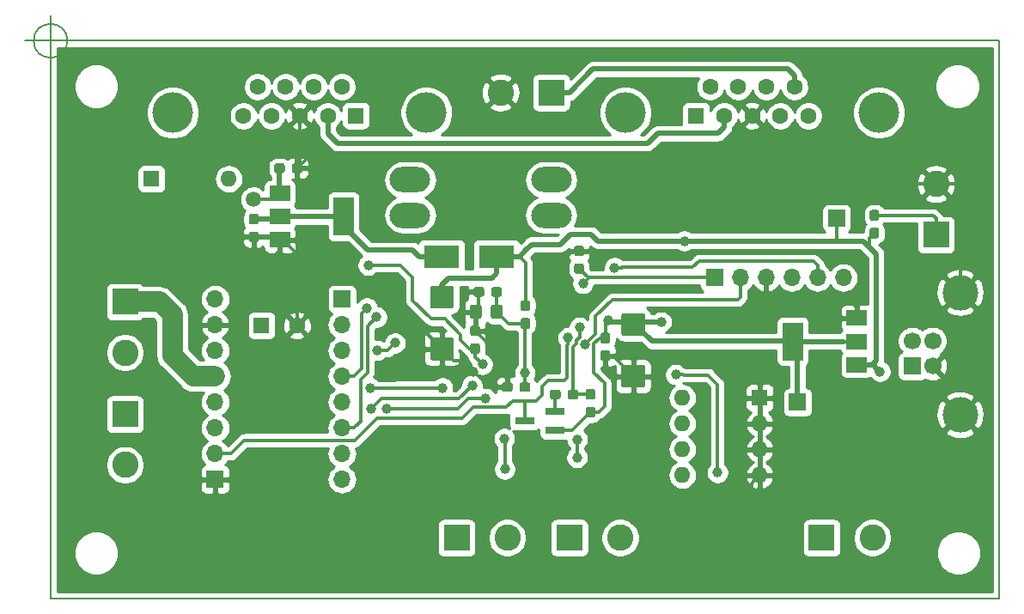
<source format=gbr>
G04 #@! TF.GenerationSoftware,KiCad,Pcbnew,5.1.4*
G04 #@! TF.CreationDate,2020-02-05T09:24:40+03:00*
G04 #@! TF.ProjectId,stm32,73746d33-322e-46b6-9963-61645f706362,rev?*
G04 #@! TF.SameCoordinates,Original*
G04 #@! TF.FileFunction,Copper,L2,Bot*
G04 #@! TF.FilePolarity,Positive*
%FSLAX46Y46*%
G04 Gerber Fmt 4.6, Leading zero omitted, Abs format (unit mm)*
G04 Created by KiCad (PCBNEW 5.1.4) date 2020-02-05 09:24:40*
%MOMM*%
%LPD*%
G04 APERTURE LIST*
%ADD10C,0.150000*%
%ADD11C,2.600000*%
%ADD12R,2.600000X2.600000*%
%ADD13C,0.100000*%
%ADD14C,0.950000*%
%ADD15O,4.000000X2.500000*%
%ADD16R,1.700000X1.700000*%
%ADD17C,1.700000*%
%ADD18C,3.500000*%
%ADD19R,1.900000X0.800000*%
%ADD20R,1.600000X1.600000*%
%ADD21O,1.600000X1.600000*%
%ADD22R,2.000000X1.500000*%
%ADD23R,2.000000X3.800000*%
%ADD24C,1.600000*%
%ADD25C,2.250000*%
%ADD26R,3.500000X2.300000*%
%ADD27C,1.150000*%
%ADD28O,1.700000X1.700000*%
%ADD29C,4.000000*%
%ADD30C,1.500000*%
%ADD31C,1.000000*%
%ADD32C,0.500000*%
%ADD33C,0.300000*%
%ADD34C,2.000000*%
%ADD35C,0.254000*%
G04 APERTURE END LIST*
D10*
X80500000Y-117500000D02*
X174000000Y-117500000D01*
X174000000Y-62500000D02*
X80500000Y-62500000D01*
X82166666Y-62500000D02*
G75*
G03X82166666Y-62500000I-1666666J0D01*
G01*
X78000000Y-62500000D02*
X83000000Y-62500000D01*
X80500000Y-60000000D02*
X80500000Y-65000000D01*
X80500000Y-117500000D02*
X80500000Y-62500000D01*
X174000000Y-62500000D02*
X174000000Y-117500000D01*
D11*
X161500000Y-111500000D03*
D12*
X156500000Y-111500000D03*
D11*
X124855600Y-67615600D03*
D12*
X129855600Y-67615600D03*
D11*
X87846800Y-104314000D03*
D12*
X87846800Y-99314000D03*
D11*
X87846800Y-93239600D03*
D12*
X87846800Y-88239600D03*
D11*
X167779700Y-76622900D03*
D12*
X167779700Y-81622900D03*
D11*
X125523000Y-111500000D03*
D12*
X120523000Y-111500000D03*
D11*
X136635500Y-111500000D03*
D12*
X131635500Y-111500000D03*
D13*
G36*
X105123879Y-74595844D02*
G01*
X105146934Y-74599263D01*
X105169543Y-74604927D01*
X105191487Y-74612779D01*
X105212557Y-74622744D01*
X105232548Y-74634726D01*
X105251268Y-74648610D01*
X105268538Y-74664262D01*
X105284190Y-74681532D01*
X105298074Y-74700252D01*
X105310056Y-74720243D01*
X105320021Y-74741313D01*
X105327873Y-74763257D01*
X105333537Y-74785866D01*
X105336956Y-74808921D01*
X105338100Y-74832200D01*
X105338100Y-75307200D01*
X105336956Y-75330479D01*
X105333537Y-75353534D01*
X105327873Y-75376143D01*
X105320021Y-75398087D01*
X105310056Y-75419157D01*
X105298074Y-75439148D01*
X105284190Y-75457868D01*
X105268538Y-75475138D01*
X105251268Y-75490790D01*
X105232548Y-75504674D01*
X105212557Y-75516656D01*
X105191487Y-75526621D01*
X105169543Y-75534473D01*
X105146934Y-75540137D01*
X105123879Y-75543556D01*
X105100600Y-75544700D01*
X104525600Y-75544700D01*
X104502321Y-75543556D01*
X104479266Y-75540137D01*
X104456657Y-75534473D01*
X104434713Y-75526621D01*
X104413643Y-75516656D01*
X104393652Y-75504674D01*
X104374932Y-75490790D01*
X104357662Y-75475138D01*
X104342010Y-75457868D01*
X104328126Y-75439148D01*
X104316144Y-75419157D01*
X104306179Y-75398087D01*
X104298327Y-75376143D01*
X104292663Y-75353534D01*
X104289244Y-75330479D01*
X104288100Y-75307200D01*
X104288100Y-74832200D01*
X104289244Y-74808921D01*
X104292663Y-74785866D01*
X104298327Y-74763257D01*
X104306179Y-74741313D01*
X104316144Y-74720243D01*
X104328126Y-74700252D01*
X104342010Y-74681532D01*
X104357662Y-74664262D01*
X104374932Y-74648610D01*
X104393652Y-74634726D01*
X104413643Y-74622744D01*
X104434713Y-74612779D01*
X104456657Y-74604927D01*
X104479266Y-74599263D01*
X104502321Y-74595844D01*
X104525600Y-74594700D01*
X105100600Y-74594700D01*
X105123879Y-74595844D01*
X105123879Y-74595844D01*
G37*
D14*
X104813100Y-75069700D03*
D13*
G36*
X103373879Y-74595844D02*
G01*
X103396934Y-74599263D01*
X103419543Y-74604927D01*
X103441487Y-74612779D01*
X103462557Y-74622744D01*
X103482548Y-74634726D01*
X103501268Y-74648610D01*
X103518538Y-74664262D01*
X103534190Y-74681532D01*
X103548074Y-74700252D01*
X103560056Y-74720243D01*
X103570021Y-74741313D01*
X103577873Y-74763257D01*
X103583537Y-74785866D01*
X103586956Y-74808921D01*
X103588100Y-74832200D01*
X103588100Y-75307200D01*
X103586956Y-75330479D01*
X103583537Y-75353534D01*
X103577873Y-75376143D01*
X103570021Y-75398087D01*
X103560056Y-75419157D01*
X103548074Y-75439148D01*
X103534190Y-75457868D01*
X103518538Y-75475138D01*
X103501268Y-75490790D01*
X103482548Y-75504674D01*
X103462557Y-75516656D01*
X103441487Y-75526621D01*
X103419543Y-75534473D01*
X103396934Y-75540137D01*
X103373879Y-75543556D01*
X103350600Y-75544700D01*
X102775600Y-75544700D01*
X102752321Y-75543556D01*
X102729266Y-75540137D01*
X102706657Y-75534473D01*
X102684713Y-75526621D01*
X102663643Y-75516656D01*
X102643652Y-75504674D01*
X102624932Y-75490790D01*
X102607662Y-75475138D01*
X102592010Y-75457868D01*
X102578126Y-75439148D01*
X102566144Y-75419157D01*
X102556179Y-75398087D01*
X102548327Y-75376143D01*
X102542663Y-75353534D01*
X102539244Y-75330479D01*
X102538100Y-75307200D01*
X102538100Y-74832200D01*
X102539244Y-74808921D01*
X102542663Y-74785866D01*
X102548327Y-74763257D01*
X102556179Y-74741313D01*
X102566144Y-74720243D01*
X102578126Y-74700252D01*
X102592010Y-74681532D01*
X102607662Y-74664262D01*
X102624932Y-74648610D01*
X102643652Y-74634726D01*
X102663643Y-74622744D01*
X102684713Y-74612779D01*
X102706657Y-74604927D01*
X102729266Y-74599263D01*
X102752321Y-74595844D01*
X102775600Y-74594700D01*
X103350600Y-74594700D01*
X103373879Y-74595844D01*
X103373879Y-74595844D01*
G37*
D14*
X103063100Y-75069700D03*
D15*
X129844800Y-79700000D03*
X129844800Y-76200000D03*
X115944800Y-76200000D03*
X115944800Y-79700000D03*
D16*
X165430200Y-94589600D03*
D17*
X165430200Y-92089600D03*
X167430200Y-92089600D03*
X167430200Y-94589600D03*
D18*
X170140200Y-99359600D03*
X170140200Y-87319600D03*
D19*
X127221000Y-99967500D03*
X130221000Y-100917500D03*
X130221000Y-99017500D03*
D13*
G36*
X132309779Y-96887644D02*
G01*
X132332834Y-96891063D01*
X132355443Y-96896727D01*
X132377387Y-96904579D01*
X132398457Y-96914544D01*
X132418448Y-96926526D01*
X132437168Y-96940410D01*
X132454438Y-96956062D01*
X132470090Y-96973332D01*
X132483974Y-96992052D01*
X132495956Y-97012043D01*
X132505921Y-97033113D01*
X132513773Y-97055057D01*
X132519437Y-97077666D01*
X132522856Y-97100721D01*
X132524000Y-97124000D01*
X132524000Y-97599000D01*
X132522856Y-97622279D01*
X132519437Y-97645334D01*
X132513773Y-97667943D01*
X132505921Y-97689887D01*
X132495956Y-97710957D01*
X132483974Y-97730948D01*
X132470090Y-97749668D01*
X132454438Y-97766938D01*
X132437168Y-97782590D01*
X132418448Y-97796474D01*
X132398457Y-97808456D01*
X132377387Y-97818421D01*
X132355443Y-97826273D01*
X132332834Y-97831937D01*
X132309779Y-97835356D01*
X132286500Y-97836500D01*
X131711500Y-97836500D01*
X131688221Y-97835356D01*
X131665166Y-97831937D01*
X131642557Y-97826273D01*
X131620613Y-97818421D01*
X131599543Y-97808456D01*
X131579552Y-97796474D01*
X131560832Y-97782590D01*
X131543562Y-97766938D01*
X131527910Y-97749668D01*
X131514026Y-97730948D01*
X131502044Y-97710957D01*
X131492079Y-97689887D01*
X131484227Y-97667943D01*
X131478563Y-97645334D01*
X131475144Y-97622279D01*
X131474000Y-97599000D01*
X131474000Y-97124000D01*
X131475144Y-97100721D01*
X131478563Y-97077666D01*
X131484227Y-97055057D01*
X131492079Y-97033113D01*
X131502044Y-97012043D01*
X131514026Y-96992052D01*
X131527910Y-96973332D01*
X131543562Y-96956062D01*
X131560832Y-96940410D01*
X131579552Y-96926526D01*
X131599543Y-96914544D01*
X131620613Y-96904579D01*
X131642557Y-96896727D01*
X131665166Y-96891063D01*
X131688221Y-96887644D01*
X131711500Y-96886500D01*
X132286500Y-96886500D01*
X132309779Y-96887644D01*
X132309779Y-96887644D01*
G37*
D14*
X131999000Y-97361500D03*
D13*
G36*
X130559779Y-96887644D02*
G01*
X130582834Y-96891063D01*
X130605443Y-96896727D01*
X130627387Y-96904579D01*
X130648457Y-96914544D01*
X130668448Y-96926526D01*
X130687168Y-96940410D01*
X130704438Y-96956062D01*
X130720090Y-96973332D01*
X130733974Y-96992052D01*
X130745956Y-97012043D01*
X130755921Y-97033113D01*
X130763773Y-97055057D01*
X130769437Y-97077666D01*
X130772856Y-97100721D01*
X130774000Y-97124000D01*
X130774000Y-97599000D01*
X130772856Y-97622279D01*
X130769437Y-97645334D01*
X130763773Y-97667943D01*
X130755921Y-97689887D01*
X130745956Y-97710957D01*
X130733974Y-97730948D01*
X130720090Y-97749668D01*
X130704438Y-97766938D01*
X130687168Y-97782590D01*
X130668448Y-97796474D01*
X130648457Y-97808456D01*
X130627387Y-97818421D01*
X130605443Y-97826273D01*
X130582834Y-97831937D01*
X130559779Y-97835356D01*
X130536500Y-97836500D01*
X129961500Y-97836500D01*
X129938221Y-97835356D01*
X129915166Y-97831937D01*
X129892557Y-97826273D01*
X129870613Y-97818421D01*
X129849543Y-97808456D01*
X129829552Y-97796474D01*
X129810832Y-97782590D01*
X129793562Y-97766938D01*
X129777910Y-97749668D01*
X129764026Y-97730948D01*
X129752044Y-97710957D01*
X129742079Y-97689887D01*
X129734227Y-97667943D01*
X129728563Y-97645334D01*
X129725144Y-97622279D01*
X129724000Y-97599000D01*
X129724000Y-97124000D01*
X129725144Y-97100721D01*
X129728563Y-97077666D01*
X129734227Y-97055057D01*
X129742079Y-97033113D01*
X129752044Y-97012043D01*
X129764026Y-96992052D01*
X129777910Y-96973332D01*
X129793562Y-96956062D01*
X129810832Y-96940410D01*
X129829552Y-96926526D01*
X129849543Y-96914544D01*
X129870613Y-96904579D01*
X129892557Y-96896727D01*
X129915166Y-96891063D01*
X129938221Y-96887644D01*
X129961500Y-96886500D01*
X130536500Y-96886500D01*
X130559779Y-96887644D01*
X130559779Y-96887644D01*
G37*
D14*
X130249000Y-97361500D03*
D13*
G36*
X133974279Y-98587644D02*
G01*
X133997334Y-98591063D01*
X134019943Y-98596727D01*
X134041887Y-98604579D01*
X134062957Y-98614544D01*
X134082948Y-98626526D01*
X134101668Y-98640410D01*
X134118938Y-98656062D01*
X134134590Y-98673332D01*
X134148474Y-98692052D01*
X134160456Y-98712043D01*
X134170421Y-98733113D01*
X134178273Y-98755057D01*
X134183937Y-98777666D01*
X134187356Y-98800721D01*
X134188500Y-98824000D01*
X134188500Y-99399000D01*
X134187356Y-99422279D01*
X134183937Y-99445334D01*
X134178273Y-99467943D01*
X134170421Y-99489887D01*
X134160456Y-99510957D01*
X134148474Y-99530948D01*
X134134590Y-99549668D01*
X134118938Y-99566938D01*
X134101668Y-99582590D01*
X134082948Y-99596474D01*
X134062957Y-99608456D01*
X134041887Y-99618421D01*
X134019943Y-99626273D01*
X133997334Y-99631937D01*
X133974279Y-99635356D01*
X133951000Y-99636500D01*
X133476000Y-99636500D01*
X133452721Y-99635356D01*
X133429666Y-99631937D01*
X133407057Y-99626273D01*
X133385113Y-99618421D01*
X133364043Y-99608456D01*
X133344052Y-99596474D01*
X133325332Y-99582590D01*
X133308062Y-99566938D01*
X133292410Y-99549668D01*
X133278526Y-99530948D01*
X133266544Y-99510957D01*
X133256579Y-99489887D01*
X133248727Y-99467943D01*
X133243063Y-99445334D01*
X133239644Y-99422279D01*
X133238500Y-99399000D01*
X133238500Y-98824000D01*
X133239644Y-98800721D01*
X133243063Y-98777666D01*
X133248727Y-98755057D01*
X133256579Y-98733113D01*
X133266544Y-98712043D01*
X133278526Y-98692052D01*
X133292410Y-98673332D01*
X133308062Y-98656062D01*
X133325332Y-98640410D01*
X133344052Y-98626526D01*
X133364043Y-98614544D01*
X133385113Y-98604579D01*
X133407057Y-98596727D01*
X133429666Y-98591063D01*
X133452721Y-98587644D01*
X133476000Y-98586500D01*
X133951000Y-98586500D01*
X133974279Y-98587644D01*
X133974279Y-98587644D01*
G37*
D14*
X133713500Y-99111500D03*
D13*
G36*
X133974279Y-96837644D02*
G01*
X133997334Y-96841063D01*
X134019943Y-96846727D01*
X134041887Y-96854579D01*
X134062957Y-96864544D01*
X134082948Y-96876526D01*
X134101668Y-96890410D01*
X134118938Y-96906062D01*
X134134590Y-96923332D01*
X134148474Y-96942052D01*
X134160456Y-96962043D01*
X134170421Y-96983113D01*
X134178273Y-97005057D01*
X134183937Y-97027666D01*
X134187356Y-97050721D01*
X134188500Y-97074000D01*
X134188500Y-97649000D01*
X134187356Y-97672279D01*
X134183937Y-97695334D01*
X134178273Y-97717943D01*
X134170421Y-97739887D01*
X134160456Y-97760957D01*
X134148474Y-97780948D01*
X134134590Y-97799668D01*
X134118938Y-97816938D01*
X134101668Y-97832590D01*
X134082948Y-97846474D01*
X134062957Y-97858456D01*
X134041887Y-97868421D01*
X134019943Y-97876273D01*
X133997334Y-97881937D01*
X133974279Y-97885356D01*
X133951000Y-97886500D01*
X133476000Y-97886500D01*
X133452721Y-97885356D01*
X133429666Y-97881937D01*
X133407057Y-97876273D01*
X133385113Y-97868421D01*
X133364043Y-97858456D01*
X133344052Y-97846474D01*
X133325332Y-97832590D01*
X133308062Y-97816938D01*
X133292410Y-97799668D01*
X133278526Y-97780948D01*
X133266544Y-97760957D01*
X133256579Y-97739887D01*
X133248727Y-97717943D01*
X133243063Y-97695334D01*
X133239644Y-97672279D01*
X133238500Y-97649000D01*
X133238500Y-97074000D01*
X133239644Y-97050721D01*
X133243063Y-97027666D01*
X133248727Y-97005057D01*
X133256579Y-96983113D01*
X133266544Y-96962043D01*
X133278526Y-96942052D01*
X133292410Y-96923332D01*
X133308062Y-96906062D01*
X133325332Y-96890410D01*
X133344052Y-96876526D01*
X133364043Y-96864544D01*
X133385113Y-96854579D01*
X133407057Y-96846727D01*
X133429666Y-96841063D01*
X133452721Y-96837644D01*
X133476000Y-96836500D01*
X133951000Y-96836500D01*
X133974279Y-96837644D01*
X133974279Y-96837644D01*
G37*
D14*
X133713500Y-97361500D03*
D13*
G36*
X161957179Y-79181344D02*
G01*
X161980234Y-79184763D01*
X162002843Y-79190427D01*
X162024787Y-79198279D01*
X162045857Y-79208244D01*
X162065848Y-79220226D01*
X162084568Y-79234110D01*
X162101838Y-79249762D01*
X162117490Y-79267032D01*
X162131374Y-79285752D01*
X162143356Y-79305743D01*
X162153321Y-79326813D01*
X162161173Y-79348757D01*
X162166837Y-79371366D01*
X162170256Y-79394421D01*
X162171400Y-79417700D01*
X162171400Y-79992700D01*
X162170256Y-80015979D01*
X162166837Y-80039034D01*
X162161173Y-80061643D01*
X162153321Y-80083587D01*
X162143356Y-80104657D01*
X162131374Y-80124648D01*
X162117490Y-80143368D01*
X162101838Y-80160638D01*
X162084568Y-80176290D01*
X162065848Y-80190174D01*
X162045857Y-80202156D01*
X162024787Y-80212121D01*
X162002843Y-80219973D01*
X161980234Y-80225637D01*
X161957179Y-80229056D01*
X161933900Y-80230200D01*
X161458900Y-80230200D01*
X161435621Y-80229056D01*
X161412566Y-80225637D01*
X161389957Y-80219973D01*
X161368013Y-80212121D01*
X161346943Y-80202156D01*
X161326952Y-80190174D01*
X161308232Y-80176290D01*
X161290962Y-80160638D01*
X161275310Y-80143368D01*
X161261426Y-80124648D01*
X161249444Y-80104657D01*
X161239479Y-80083587D01*
X161231627Y-80061643D01*
X161225963Y-80039034D01*
X161222544Y-80015979D01*
X161221400Y-79992700D01*
X161221400Y-79417700D01*
X161222544Y-79394421D01*
X161225963Y-79371366D01*
X161231627Y-79348757D01*
X161239479Y-79326813D01*
X161249444Y-79305743D01*
X161261426Y-79285752D01*
X161275310Y-79267032D01*
X161290962Y-79249762D01*
X161308232Y-79234110D01*
X161326952Y-79220226D01*
X161346943Y-79208244D01*
X161368013Y-79198279D01*
X161389957Y-79190427D01*
X161412566Y-79184763D01*
X161435621Y-79181344D01*
X161458900Y-79180200D01*
X161933900Y-79180200D01*
X161957179Y-79181344D01*
X161957179Y-79181344D01*
G37*
D14*
X161696400Y-79705200D03*
D13*
G36*
X161957179Y-80931344D02*
G01*
X161980234Y-80934763D01*
X162002843Y-80940427D01*
X162024787Y-80948279D01*
X162045857Y-80958244D01*
X162065848Y-80970226D01*
X162084568Y-80984110D01*
X162101838Y-80999762D01*
X162117490Y-81017032D01*
X162131374Y-81035752D01*
X162143356Y-81055743D01*
X162153321Y-81076813D01*
X162161173Y-81098757D01*
X162166837Y-81121366D01*
X162170256Y-81144421D01*
X162171400Y-81167700D01*
X162171400Y-81742700D01*
X162170256Y-81765979D01*
X162166837Y-81789034D01*
X162161173Y-81811643D01*
X162153321Y-81833587D01*
X162143356Y-81854657D01*
X162131374Y-81874648D01*
X162117490Y-81893368D01*
X162101838Y-81910638D01*
X162084568Y-81926290D01*
X162065848Y-81940174D01*
X162045857Y-81952156D01*
X162024787Y-81962121D01*
X162002843Y-81969973D01*
X161980234Y-81975637D01*
X161957179Y-81979056D01*
X161933900Y-81980200D01*
X161458900Y-81980200D01*
X161435621Y-81979056D01*
X161412566Y-81975637D01*
X161389957Y-81969973D01*
X161368013Y-81962121D01*
X161346943Y-81952156D01*
X161326952Y-81940174D01*
X161308232Y-81926290D01*
X161290962Y-81910638D01*
X161275310Y-81893368D01*
X161261426Y-81874648D01*
X161249444Y-81854657D01*
X161239479Y-81833587D01*
X161231627Y-81811643D01*
X161225963Y-81789034D01*
X161222544Y-81765979D01*
X161221400Y-81742700D01*
X161221400Y-81167700D01*
X161222544Y-81144421D01*
X161225963Y-81121366D01*
X161231627Y-81098757D01*
X161239479Y-81076813D01*
X161249444Y-81055743D01*
X161261426Y-81035752D01*
X161275310Y-81017032D01*
X161290962Y-80999762D01*
X161308232Y-80984110D01*
X161326952Y-80970226D01*
X161346943Y-80958244D01*
X161368013Y-80948279D01*
X161389957Y-80940427D01*
X161412566Y-80934763D01*
X161435621Y-80931344D01*
X161458900Y-80930200D01*
X161933900Y-80930200D01*
X161957179Y-80931344D01*
X161957179Y-80931344D01*
G37*
D14*
X161696400Y-81455200D03*
D20*
X90449400Y-76111100D03*
D21*
X98069400Y-76111100D03*
D16*
X157975300Y-79997300D03*
X154127200Y-98145600D03*
D22*
X103097800Y-82132200D03*
X103097800Y-77532200D03*
X103097800Y-79832200D03*
D23*
X109397800Y-79832200D03*
X153643800Y-92137200D03*
D22*
X159943800Y-92137200D03*
X159943800Y-94437200D03*
X159943800Y-89837200D03*
D20*
X101295200Y-90576400D03*
D24*
X104795200Y-90576400D03*
D13*
G36*
X100793979Y-79563644D02*
G01*
X100817034Y-79567063D01*
X100839643Y-79572727D01*
X100861587Y-79580579D01*
X100882657Y-79590544D01*
X100902648Y-79602526D01*
X100921368Y-79616410D01*
X100938638Y-79632062D01*
X100954290Y-79649332D01*
X100968174Y-79668052D01*
X100980156Y-79688043D01*
X100990121Y-79709113D01*
X100997973Y-79731057D01*
X101003637Y-79753666D01*
X101007056Y-79776721D01*
X101008200Y-79800000D01*
X101008200Y-80375000D01*
X101007056Y-80398279D01*
X101003637Y-80421334D01*
X100997973Y-80443943D01*
X100990121Y-80465887D01*
X100980156Y-80486957D01*
X100968174Y-80506948D01*
X100954290Y-80525668D01*
X100938638Y-80542938D01*
X100921368Y-80558590D01*
X100902648Y-80572474D01*
X100882657Y-80584456D01*
X100861587Y-80594421D01*
X100839643Y-80602273D01*
X100817034Y-80607937D01*
X100793979Y-80611356D01*
X100770700Y-80612500D01*
X100295700Y-80612500D01*
X100272421Y-80611356D01*
X100249366Y-80607937D01*
X100226757Y-80602273D01*
X100204813Y-80594421D01*
X100183743Y-80584456D01*
X100163752Y-80572474D01*
X100145032Y-80558590D01*
X100127762Y-80542938D01*
X100112110Y-80525668D01*
X100098226Y-80506948D01*
X100086244Y-80486957D01*
X100076279Y-80465887D01*
X100068427Y-80443943D01*
X100062763Y-80421334D01*
X100059344Y-80398279D01*
X100058200Y-80375000D01*
X100058200Y-79800000D01*
X100059344Y-79776721D01*
X100062763Y-79753666D01*
X100068427Y-79731057D01*
X100076279Y-79709113D01*
X100086244Y-79688043D01*
X100098226Y-79668052D01*
X100112110Y-79649332D01*
X100127762Y-79632062D01*
X100145032Y-79616410D01*
X100163752Y-79602526D01*
X100183743Y-79590544D01*
X100204813Y-79580579D01*
X100226757Y-79572727D01*
X100249366Y-79567063D01*
X100272421Y-79563644D01*
X100295700Y-79562500D01*
X100770700Y-79562500D01*
X100793979Y-79563644D01*
X100793979Y-79563644D01*
G37*
D14*
X100533200Y-80087500D03*
D13*
G36*
X100793979Y-81313644D02*
G01*
X100817034Y-81317063D01*
X100839643Y-81322727D01*
X100861587Y-81330579D01*
X100882657Y-81340544D01*
X100902648Y-81352526D01*
X100921368Y-81366410D01*
X100938638Y-81382062D01*
X100954290Y-81399332D01*
X100968174Y-81418052D01*
X100980156Y-81438043D01*
X100990121Y-81459113D01*
X100997973Y-81481057D01*
X101003637Y-81503666D01*
X101007056Y-81526721D01*
X101008200Y-81550000D01*
X101008200Y-82125000D01*
X101007056Y-82148279D01*
X101003637Y-82171334D01*
X100997973Y-82193943D01*
X100990121Y-82215887D01*
X100980156Y-82236957D01*
X100968174Y-82256948D01*
X100954290Y-82275668D01*
X100938638Y-82292938D01*
X100921368Y-82308590D01*
X100902648Y-82322474D01*
X100882657Y-82334456D01*
X100861587Y-82344421D01*
X100839643Y-82352273D01*
X100817034Y-82357937D01*
X100793979Y-82361356D01*
X100770700Y-82362500D01*
X100295700Y-82362500D01*
X100272421Y-82361356D01*
X100249366Y-82357937D01*
X100226757Y-82352273D01*
X100204813Y-82344421D01*
X100183743Y-82334456D01*
X100163752Y-82322474D01*
X100145032Y-82308590D01*
X100127762Y-82292938D01*
X100112110Y-82275668D01*
X100098226Y-82256948D01*
X100086244Y-82236957D01*
X100076279Y-82215887D01*
X100068427Y-82193943D01*
X100062763Y-82171334D01*
X100059344Y-82148279D01*
X100058200Y-82125000D01*
X100058200Y-81550000D01*
X100059344Y-81526721D01*
X100062763Y-81503666D01*
X100068427Y-81481057D01*
X100076279Y-81459113D01*
X100086244Y-81438043D01*
X100098226Y-81418052D01*
X100112110Y-81399332D01*
X100127762Y-81382062D01*
X100145032Y-81366410D01*
X100163752Y-81352526D01*
X100183743Y-81340544D01*
X100204813Y-81330579D01*
X100226757Y-81322727D01*
X100249366Y-81317063D01*
X100272421Y-81313644D01*
X100295700Y-81312500D01*
X100770700Y-81312500D01*
X100793979Y-81313644D01*
X100793979Y-81313644D01*
G37*
D14*
X100533200Y-81837500D03*
D13*
G36*
X120024705Y-91751304D02*
G01*
X120048973Y-91754904D01*
X120072772Y-91760865D01*
X120095871Y-91769130D01*
X120118050Y-91779620D01*
X120139093Y-91792232D01*
X120158799Y-91806847D01*
X120176977Y-91823323D01*
X120193453Y-91841501D01*
X120208068Y-91861207D01*
X120220680Y-91882250D01*
X120231170Y-91904429D01*
X120239435Y-91927528D01*
X120245396Y-91951327D01*
X120248996Y-91975595D01*
X120250200Y-92000099D01*
X120250200Y-93750101D01*
X120248996Y-93774605D01*
X120245396Y-93798873D01*
X120239435Y-93822672D01*
X120231170Y-93845771D01*
X120220680Y-93867950D01*
X120208068Y-93888993D01*
X120193453Y-93908699D01*
X120176977Y-93926877D01*
X120158799Y-93943353D01*
X120139093Y-93957968D01*
X120118050Y-93970580D01*
X120095871Y-93981070D01*
X120072772Y-93989335D01*
X120048973Y-93995296D01*
X120024705Y-93998896D01*
X120000201Y-94000100D01*
X118150199Y-94000100D01*
X118125695Y-93998896D01*
X118101427Y-93995296D01*
X118077628Y-93989335D01*
X118054529Y-93981070D01*
X118032350Y-93970580D01*
X118011307Y-93957968D01*
X117991601Y-93943353D01*
X117973423Y-93926877D01*
X117956947Y-93908699D01*
X117942332Y-93888993D01*
X117929720Y-93867950D01*
X117919230Y-93845771D01*
X117910965Y-93822672D01*
X117905004Y-93798873D01*
X117901404Y-93774605D01*
X117900200Y-93750101D01*
X117900200Y-92000099D01*
X117901404Y-91975595D01*
X117905004Y-91951327D01*
X117910965Y-91927528D01*
X117919230Y-91904429D01*
X117929720Y-91882250D01*
X117942332Y-91861207D01*
X117956947Y-91841501D01*
X117973423Y-91823323D01*
X117991601Y-91806847D01*
X118011307Y-91792232D01*
X118032350Y-91779620D01*
X118054529Y-91769130D01*
X118077628Y-91760865D01*
X118101427Y-91754904D01*
X118125695Y-91751304D01*
X118150199Y-91750100D01*
X120000201Y-91750100D01*
X120024705Y-91751304D01*
X120024705Y-91751304D01*
G37*
D25*
X119075200Y-92875100D03*
D13*
G36*
X120024705Y-86651304D02*
G01*
X120048973Y-86654904D01*
X120072772Y-86660865D01*
X120095871Y-86669130D01*
X120118050Y-86679620D01*
X120139093Y-86692232D01*
X120158799Y-86706847D01*
X120176977Y-86723323D01*
X120193453Y-86741501D01*
X120208068Y-86761207D01*
X120220680Y-86782250D01*
X120231170Y-86804429D01*
X120239435Y-86827528D01*
X120245396Y-86851327D01*
X120248996Y-86875595D01*
X120250200Y-86900099D01*
X120250200Y-88650101D01*
X120248996Y-88674605D01*
X120245396Y-88698873D01*
X120239435Y-88722672D01*
X120231170Y-88745771D01*
X120220680Y-88767950D01*
X120208068Y-88788993D01*
X120193453Y-88808699D01*
X120176977Y-88826877D01*
X120158799Y-88843353D01*
X120139093Y-88857968D01*
X120118050Y-88870580D01*
X120095871Y-88881070D01*
X120072772Y-88889335D01*
X120048973Y-88895296D01*
X120024705Y-88898896D01*
X120000201Y-88900100D01*
X118150199Y-88900100D01*
X118125695Y-88898896D01*
X118101427Y-88895296D01*
X118077628Y-88889335D01*
X118054529Y-88881070D01*
X118032350Y-88870580D01*
X118011307Y-88857968D01*
X117991601Y-88843353D01*
X117973423Y-88826877D01*
X117956947Y-88808699D01*
X117942332Y-88788993D01*
X117929720Y-88767950D01*
X117919230Y-88745771D01*
X117910965Y-88722672D01*
X117905004Y-88698873D01*
X117901404Y-88674605D01*
X117900200Y-88650101D01*
X117900200Y-86900099D01*
X117901404Y-86875595D01*
X117905004Y-86851327D01*
X117910965Y-86827528D01*
X117919230Y-86804429D01*
X117929720Y-86782250D01*
X117942332Y-86761207D01*
X117956947Y-86741501D01*
X117973423Y-86723323D01*
X117991601Y-86706847D01*
X118011307Y-86692232D01*
X118032350Y-86679620D01*
X118054529Y-86669130D01*
X118077628Y-86660865D01*
X118101427Y-86654904D01*
X118125695Y-86651304D01*
X118150199Y-86650100D01*
X120000201Y-86650100D01*
X120024705Y-86651304D01*
X120024705Y-86651304D01*
G37*
D25*
X119075200Y-87775100D03*
D13*
G36*
X135439579Y-91284444D02*
G01*
X135462634Y-91287863D01*
X135485243Y-91293527D01*
X135507187Y-91301379D01*
X135528257Y-91311344D01*
X135548248Y-91323326D01*
X135566968Y-91337210D01*
X135584238Y-91352862D01*
X135599890Y-91370132D01*
X135613774Y-91388852D01*
X135625756Y-91408843D01*
X135635721Y-91429913D01*
X135643573Y-91451857D01*
X135649237Y-91474466D01*
X135652656Y-91497521D01*
X135653800Y-91520800D01*
X135653800Y-92095800D01*
X135652656Y-92119079D01*
X135649237Y-92142134D01*
X135643573Y-92164743D01*
X135635721Y-92186687D01*
X135625756Y-92207757D01*
X135613774Y-92227748D01*
X135599890Y-92246468D01*
X135584238Y-92263738D01*
X135566968Y-92279390D01*
X135548248Y-92293274D01*
X135528257Y-92305256D01*
X135507187Y-92315221D01*
X135485243Y-92323073D01*
X135462634Y-92328737D01*
X135439579Y-92332156D01*
X135416300Y-92333300D01*
X134941300Y-92333300D01*
X134918021Y-92332156D01*
X134894966Y-92328737D01*
X134872357Y-92323073D01*
X134850413Y-92315221D01*
X134829343Y-92305256D01*
X134809352Y-92293274D01*
X134790632Y-92279390D01*
X134773362Y-92263738D01*
X134757710Y-92246468D01*
X134743826Y-92227748D01*
X134731844Y-92207757D01*
X134721879Y-92186687D01*
X134714027Y-92164743D01*
X134708363Y-92142134D01*
X134704944Y-92119079D01*
X134703800Y-92095800D01*
X134703800Y-91520800D01*
X134704944Y-91497521D01*
X134708363Y-91474466D01*
X134714027Y-91451857D01*
X134721879Y-91429913D01*
X134731844Y-91408843D01*
X134743826Y-91388852D01*
X134757710Y-91370132D01*
X134773362Y-91352862D01*
X134790632Y-91337210D01*
X134809352Y-91323326D01*
X134829343Y-91311344D01*
X134850413Y-91301379D01*
X134872357Y-91293527D01*
X134894966Y-91287863D01*
X134918021Y-91284444D01*
X134941300Y-91283300D01*
X135416300Y-91283300D01*
X135439579Y-91284444D01*
X135439579Y-91284444D01*
G37*
D14*
X135178800Y-91808300D03*
D13*
G36*
X135439579Y-93034444D02*
G01*
X135462634Y-93037863D01*
X135485243Y-93043527D01*
X135507187Y-93051379D01*
X135528257Y-93061344D01*
X135548248Y-93073326D01*
X135566968Y-93087210D01*
X135584238Y-93102862D01*
X135599890Y-93120132D01*
X135613774Y-93138852D01*
X135625756Y-93158843D01*
X135635721Y-93179913D01*
X135643573Y-93201857D01*
X135649237Y-93224466D01*
X135652656Y-93247521D01*
X135653800Y-93270800D01*
X135653800Y-93845800D01*
X135652656Y-93869079D01*
X135649237Y-93892134D01*
X135643573Y-93914743D01*
X135635721Y-93936687D01*
X135625756Y-93957757D01*
X135613774Y-93977748D01*
X135599890Y-93996468D01*
X135584238Y-94013738D01*
X135566968Y-94029390D01*
X135548248Y-94043274D01*
X135528257Y-94055256D01*
X135507187Y-94065221D01*
X135485243Y-94073073D01*
X135462634Y-94078737D01*
X135439579Y-94082156D01*
X135416300Y-94083300D01*
X134941300Y-94083300D01*
X134918021Y-94082156D01*
X134894966Y-94078737D01*
X134872357Y-94073073D01*
X134850413Y-94065221D01*
X134829343Y-94055256D01*
X134809352Y-94043274D01*
X134790632Y-94029390D01*
X134773362Y-94013738D01*
X134757710Y-93996468D01*
X134743826Y-93977748D01*
X134731844Y-93957757D01*
X134721879Y-93936687D01*
X134714027Y-93914743D01*
X134708363Y-93892134D01*
X134704944Y-93869079D01*
X134703800Y-93845800D01*
X134703800Y-93270800D01*
X134704944Y-93247521D01*
X134708363Y-93224466D01*
X134714027Y-93201857D01*
X134721879Y-93179913D01*
X134731844Y-93158843D01*
X134743826Y-93138852D01*
X134757710Y-93120132D01*
X134773362Y-93102862D01*
X134790632Y-93087210D01*
X134809352Y-93073326D01*
X134829343Y-93061344D01*
X134850413Y-93051379D01*
X134872357Y-93043527D01*
X134894966Y-93037863D01*
X134918021Y-93034444D01*
X134941300Y-93033300D01*
X135416300Y-93033300D01*
X135439579Y-93034444D01*
X135439579Y-93034444D01*
G37*
D14*
X135178800Y-93558300D03*
D13*
G36*
X138884205Y-89356404D02*
G01*
X138908473Y-89360004D01*
X138932272Y-89365965D01*
X138955371Y-89374230D01*
X138977550Y-89384720D01*
X138998593Y-89397332D01*
X139018299Y-89411947D01*
X139036477Y-89428423D01*
X139052953Y-89446601D01*
X139067568Y-89466307D01*
X139080180Y-89487350D01*
X139090670Y-89509529D01*
X139098935Y-89532628D01*
X139104896Y-89556427D01*
X139108496Y-89580695D01*
X139109700Y-89605199D01*
X139109700Y-91355201D01*
X139108496Y-91379705D01*
X139104896Y-91403973D01*
X139098935Y-91427772D01*
X139090670Y-91450871D01*
X139080180Y-91473050D01*
X139067568Y-91494093D01*
X139052953Y-91513799D01*
X139036477Y-91531977D01*
X139018299Y-91548453D01*
X138998593Y-91563068D01*
X138977550Y-91575680D01*
X138955371Y-91586170D01*
X138932272Y-91594435D01*
X138908473Y-91600396D01*
X138884205Y-91603996D01*
X138859701Y-91605200D01*
X137009699Y-91605200D01*
X136985195Y-91603996D01*
X136960927Y-91600396D01*
X136937128Y-91594435D01*
X136914029Y-91586170D01*
X136891850Y-91575680D01*
X136870807Y-91563068D01*
X136851101Y-91548453D01*
X136832923Y-91531977D01*
X136816447Y-91513799D01*
X136801832Y-91494093D01*
X136789220Y-91473050D01*
X136778730Y-91450871D01*
X136770465Y-91427772D01*
X136764504Y-91403973D01*
X136760904Y-91379705D01*
X136759700Y-91355201D01*
X136759700Y-89605199D01*
X136760904Y-89580695D01*
X136764504Y-89556427D01*
X136770465Y-89532628D01*
X136778730Y-89509529D01*
X136789220Y-89487350D01*
X136801832Y-89466307D01*
X136816447Y-89446601D01*
X136832923Y-89428423D01*
X136851101Y-89411947D01*
X136870807Y-89397332D01*
X136891850Y-89384720D01*
X136914029Y-89374230D01*
X136937128Y-89365965D01*
X136960927Y-89360004D01*
X136985195Y-89356404D01*
X137009699Y-89355200D01*
X138859701Y-89355200D01*
X138884205Y-89356404D01*
X138884205Y-89356404D01*
G37*
D25*
X137934700Y-90480200D03*
D13*
G36*
X138884205Y-94456404D02*
G01*
X138908473Y-94460004D01*
X138932272Y-94465965D01*
X138955371Y-94474230D01*
X138977550Y-94484720D01*
X138998593Y-94497332D01*
X139018299Y-94511947D01*
X139036477Y-94528423D01*
X139052953Y-94546601D01*
X139067568Y-94566307D01*
X139080180Y-94587350D01*
X139090670Y-94609529D01*
X139098935Y-94632628D01*
X139104896Y-94656427D01*
X139108496Y-94680695D01*
X139109700Y-94705199D01*
X139109700Y-96455201D01*
X139108496Y-96479705D01*
X139104896Y-96503973D01*
X139098935Y-96527772D01*
X139090670Y-96550871D01*
X139080180Y-96573050D01*
X139067568Y-96594093D01*
X139052953Y-96613799D01*
X139036477Y-96631977D01*
X139018299Y-96648453D01*
X138998593Y-96663068D01*
X138977550Y-96675680D01*
X138955371Y-96686170D01*
X138932272Y-96694435D01*
X138908473Y-96700396D01*
X138884205Y-96703996D01*
X138859701Y-96705200D01*
X137009699Y-96705200D01*
X136985195Y-96703996D01*
X136960927Y-96700396D01*
X136937128Y-96694435D01*
X136914029Y-96686170D01*
X136891850Y-96675680D01*
X136870807Y-96663068D01*
X136851101Y-96648453D01*
X136832923Y-96631977D01*
X136816447Y-96613799D01*
X136801832Y-96594093D01*
X136789220Y-96573050D01*
X136778730Y-96550871D01*
X136770465Y-96527772D01*
X136764504Y-96503973D01*
X136760904Y-96479705D01*
X136759700Y-96455201D01*
X136759700Y-94705199D01*
X136760904Y-94680695D01*
X136764504Y-94656427D01*
X136770465Y-94632628D01*
X136778730Y-94609529D01*
X136789220Y-94587350D01*
X136801832Y-94566307D01*
X136816447Y-94546601D01*
X136832923Y-94528423D01*
X136851101Y-94511947D01*
X136870807Y-94497332D01*
X136891850Y-94484720D01*
X136914029Y-94474230D01*
X136937128Y-94465965D01*
X136960927Y-94460004D01*
X136985195Y-94456404D01*
X137009699Y-94455200D01*
X138859701Y-94455200D01*
X138884205Y-94456404D01*
X138884205Y-94456404D01*
G37*
D25*
X137934700Y-95580200D03*
D26*
X124460000Y-83769200D03*
X119060000Y-83769200D03*
D13*
G36*
X124814805Y-88518704D02*
G01*
X124839073Y-88522304D01*
X124862872Y-88528265D01*
X124885971Y-88536530D01*
X124908150Y-88547020D01*
X124929193Y-88559632D01*
X124948899Y-88574247D01*
X124967077Y-88590723D01*
X124983553Y-88608901D01*
X124998168Y-88628607D01*
X125010780Y-88649650D01*
X125021270Y-88671829D01*
X125029535Y-88694928D01*
X125035496Y-88718727D01*
X125039096Y-88742995D01*
X125040300Y-88767499D01*
X125040300Y-89667501D01*
X125039096Y-89692005D01*
X125035496Y-89716273D01*
X125029535Y-89740072D01*
X125021270Y-89763171D01*
X125010780Y-89785350D01*
X124998168Y-89806393D01*
X124983553Y-89826099D01*
X124967077Y-89844277D01*
X124948899Y-89860753D01*
X124929193Y-89875368D01*
X124908150Y-89887980D01*
X124885971Y-89898470D01*
X124862872Y-89906735D01*
X124839073Y-89912696D01*
X124814805Y-89916296D01*
X124790301Y-89917500D01*
X124140299Y-89917500D01*
X124115795Y-89916296D01*
X124091527Y-89912696D01*
X124067728Y-89906735D01*
X124044629Y-89898470D01*
X124022450Y-89887980D01*
X124001407Y-89875368D01*
X123981701Y-89860753D01*
X123963523Y-89844277D01*
X123947047Y-89826099D01*
X123932432Y-89806393D01*
X123919820Y-89785350D01*
X123909330Y-89763171D01*
X123901065Y-89740072D01*
X123895104Y-89716273D01*
X123891504Y-89692005D01*
X123890300Y-89667501D01*
X123890300Y-88767499D01*
X123891504Y-88742995D01*
X123895104Y-88718727D01*
X123901065Y-88694928D01*
X123909330Y-88671829D01*
X123919820Y-88649650D01*
X123932432Y-88628607D01*
X123947047Y-88608901D01*
X123963523Y-88590723D01*
X123981701Y-88574247D01*
X124001407Y-88559632D01*
X124022450Y-88547020D01*
X124044629Y-88536530D01*
X124067728Y-88528265D01*
X124091527Y-88522304D01*
X124115795Y-88518704D01*
X124140299Y-88517500D01*
X124790301Y-88517500D01*
X124814805Y-88518704D01*
X124814805Y-88518704D01*
G37*
D27*
X124465300Y-89217500D03*
D13*
G36*
X122764805Y-88518704D02*
G01*
X122789073Y-88522304D01*
X122812872Y-88528265D01*
X122835971Y-88536530D01*
X122858150Y-88547020D01*
X122879193Y-88559632D01*
X122898899Y-88574247D01*
X122917077Y-88590723D01*
X122933553Y-88608901D01*
X122948168Y-88628607D01*
X122960780Y-88649650D01*
X122971270Y-88671829D01*
X122979535Y-88694928D01*
X122985496Y-88718727D01*
X122989096Y-88742995D01*
X122990300Y-88767499D01*
X122990300Y-89667501D01*
X122989096Y-89692005D01*
X122985496Y-89716273D01*
X122979535Y-89740072D01*
X122971270Y-89763171D01*
X122960780Y-89785350D01*
X122948168Y-89806393D01*
X122933553Y-89826099D01*
X122917077Y-89844277D01*
X122898899Y-89860753D01*
X122879193Y-89875368D01*
X122858150Y-89887980D01*
X122835971Y-89898470D01*
X122812872Y-89906735D01*
X122789073Y-89912696D01*
X122764805Y-89916296D01*
X122740301Y-89917500D01*
X122090299Y-89917500D01*
X122065795Y-89916296D01*
X122041527Y-89912696D01*
X122017728Y-89906735D01*
X121994629Y-89898470D01*
X121972450Y-89887980D01*
X121951407Y-89875368D01*
X121931701Y-89860753D01*
X121913523Y-89844277D01*
X121897047Y-89826099D01*
X121882432Y-89806393D01*
X121869820Y-89785350D01*
X121859330Y-89763171D01*
X121851065Y-89740072D01*
X121845104Y-89716273D01*
X121841504Y-89692005D01*
X121840300Y-89667501D01*
X121840300Y-88767499D01*
X121841504Y-88742995D01*
X121845104Y-88718727D01*
X121851065Y-88694928D01*
X121859330Y-88671829D01*
X121869820Y-88649650D01*
X121882432Y-88628607D01*
X121897047Y-88608901D01*
X121913523Y-88590723D01*
X121931701Y-88574247D01*
X121951407Y-88559632D01*
X121972450Y-88547020D01*
X121994629Y-88536530D01*
X122017728Y-88528265D01*
X122041527Y-88522304D01*
X122065795Y-88518704D01*
X122090299Y-88517500D01*
X122740301Y-88517500D01*
X122764805Y-88518704D01*
X122764805Y-88518704D01*
G37*
D27*
X122415300Y-89217500D03*
D16*
X96720000Y-105735600D03*
D28*
X96720000Y-103195600D03*
X96720000Y-100655600D03*
X96720000Y-98115600D03*
X96720000Y-95575600D03*
X96720000Y-93035600D03*
X96720000Y-90495600D03*
X96720000Y-87955600D03*
X109220000Y-105735600D03*
X109220000Y-103195600D03*
X109220000Y-100655600D03*
X109220000Y-98115600D03*
X109220000Y-95575600D03*
X109220000Y-93035600D03*
X109220000Y-90495600D03*
D16*
X109220000Y-87955600D03*
D20*
X110591600Y-69889062D03*
D24*
X107821600Y-69889062D03*
X105051600Y-69889062D03*
X102281600Y-69889062D03*
X99511600Y-69889062D03*
X109206600Y-67049062D03*
X106436600Y-67049062D03*
X103666600Y-67049062D03*
X100896600Y-67049062D03*
D29*
X92551600Y-69589062D03*
X117551600Y-69589062D03*
D20*
X144119600Y-69889062D03*
D24*
X146889600Y-69889062D03*
X149659600Y-69889062D03*
X152429600Y-69889062D03*
X155199600Y-69889062D03*
X145504600Y-67049062D03*
X148274600Y-67049062D03*
X151044600Y-67049062D03*
X153814600Y-67049062D03*
D29*
X137159600Y-69589062D03*
X162159600Y-69589062D03*
D16*
X145948400Y-85852000D03*
D28*
X148488400Y-85852000D03*
X151028400Y-85852000D03*
X153568400Y-85852000D03*
X156108400Y-85852000D03*
X158648400Y-85852000D03*
D13*
G36*
X127560279Y-88088644D02*
G01*
X127583334Y-88092063D01*
X127605943Y-88097727D01*
X127627887Y-88105579D01*
X127648957Y-88115544D01*
X127668948Y-88127526D01*
X127687668Y-88141410D01*
X127704938Y-88157062D01*
X127720590Y-88174332D01*
X127734474Y-88193052D01*
X127746456Y-88213043D01*
X127756421Y-88234113D01*
X127764273Y-88256057D01*
X127769937Y-88278666D01*
X127773356Y-88301721D01*
X127774500Y-88325000D01*
X127774500Y-88900000D01*
X127773356Y-88923279D01*
X127769937Y-88946334D01*
X127764273Y-88968943D01*
X127756421Y-88990887D01*
X127746456Y-89011957D01*
X127734474Y-89031948D01*
X127720590Y-89050668D01*
X127704938Y-89067938D01*
X127687668Y-89083590D01*
X127668948Y-89097474D01*
X127648957Y-89109456D01*
X127627887Y-89119421D01*
X127605943Y-89127273D01*
X127583334Y-89132937D01*
X127560279Y-89136356D01*
X127537000Y-89137500D01*
X127062000Y-89137500D01*
X127038721Y-89136356D01*
X127015666Y-89132937D01*
X126993057Y-89127273D01*
X126971113Y-89119421D01*
X126950043Y-89109456D01*
X126930052Y-89097474D01*
X126911332Y-89083590D01*
X126894062Y-89067938D01*
X126878410Y-89050668D01*
X126864526Y-89031948D01*
X126852544Y-89011957D01*
X126842579Y-88990887D01*
X126834727Y-88968943D01*
X126829063Y-88946334D01*
X126825644Y-88923279D01*
X126824500Y-88900000D01*
X126824500Y-88325000D01*
X126825644Y-88301721D01*
X126829063Y-88278666D01*
X126834727Y-88256057D01*
X126842579Y-88234113D01*
X126852544Y-88213043D01*
X126864526Y-88193052D01*
X126878410Y-88174332D01*
X126894062Y-88157062D01*
X126911332Y-88141410D01*
X126930052Y-88127526D01*
X126950043Y-88115544D01*
X126971113Y-88105579D01*
X126993057Y-88097727D01*
X127015666Y-88092063D01*
X127038721Y-88088644D01*
X127062000Y-88087500D01*
X127537000Y-88087500D01*
X127560279Y-88088644D01*
X127560279Y-88088644D01*
G37*
D14*
X127299500Y-88612500D03*
D13*
G36*
X127560279Y-89838644D02*
G01*
X127583334Y-89842063D01*
X127605943Y-89847727D01*
X127627887Y-89855579D01*
X127648957Y-89865544D01*
X127668948Y-89877526D01*
X127687668Y-89891410D01*
X127704938Y-89907062D01*
X127720590Y-89924332D01*
X127734474Y-89943052D01*
X127746456Y-89963043D01*
X127756421Y-89984113D01*
X127764273Y-90006057D01*
X127769937Y-90028666D01*
X127773356Y-90051721D01*
X127774500Y-90075000D01*
X127774500Y-90650000D01*
X127773356Y-90673279D01*
X127769937Y-90696334D01*
X127764273Y-90718943D01*
X127756421Y-90740887D01*
X127746456Y-90761957D01*
X127734474Y-90781948D01*
X127720590Y-90800668D01*
X127704938Y-90817938D01*
X127687668Y-90833590D01*
X127668948Y-90847474D01*
X127648957Y-90859456D01*
X127627887Y-90869421D01*
X127605943Y-90877273D01*
X127583334Y-90882937D01*
X127560279Y-90886356D01*
X127537000Y-90887500D01*
X127062000Y-90887500D01*
X127038721Y-90886356D01*
X127015666Y-90882937D01*
X126993057Y-90877273D01*
X126971113Y-90869421D01*
X126950043Y-90859456D01*
X126930052Y-90847474D01*
X126911332Y-90833590D01*
X126894062Y-90817938D01*
X126878410Y-90800668D01*
X126864526Y-90781948D01*
X126852544Y-90761957D01*
X126842579Y-90740887D01*
X126834727Y-90718943D01*
X126829063Y-90696334D01*
X126825644Y-90673279D01*
X126824500Y-90650000D01*
X126824500Y-90075000D01*
X126825644Y-90051721D01*
X126829063Y-90028666D01*
X126834727Y-90006057D01*
X126842579Y-89984113D01*
X126852544Y-89963043D01*
X126864526Y-89943052D01*
X126878410Y-89924332D01*
X126894062Y-89907062D01*
X126911332Y-89891410D01*
X126930052Y-89877526D01*
X126950043Y-89865544D01*
X126971113Y-89855579D01*
X126993057Y-89847727D01*
X127015666Y-89842063D01*
X127038721Y-89838644D01*
X127062000Y-89837500D01*
X127537000Y-89837500D01*
X127560279Y-89838644D01*
X127560279Y-89838644D01*
G37*
D14*
X127299500Y-90362500D03*
D13*
G36*
X123020779Y-86787844D02*
G01*
X123043834Y-86791263D01*
X123066443Y-86796927D01*
X123088387Y-86804779D01*
X123109457Y-86814744D01*
X123129448Y-86826726D01*
X123148168Y-86840610D01*
X123165438Y-86856262D01*
X123181090Y-86873532D01*
X123194974Y-86892252D01*
X123206956Y-86912243D01*
X123216921Y-86933313D01*
X123224773Y-86955257D01*
X123230437Y-86977866D01*
X123233856Y-87000921D01*
X123235000Y-87024200D01*
X123235000Y-87499200D01*
X123233856Y-87522479D01*
X123230437Y-87545534D01*
X123224773Y-87568143D01*
X123216921Y-87590087D01*
X123206956Y-87611157D01*
X123194974Y-87631148D01*
X123181090Y-87649868D01*
X123165438Y-87667138D01*
X123148168Y-87682790D01*
X123129448Y-87696674D01*
X123109457Y-87708656D01*
X123088387Y-87718621D01*
X123066443Y-87726473D01*
X123043834Y-87732137D01*
X123020779Y-87735556D01*
X122997500Y-87736700D01*
X122422500Y-87736700D01*
X122399221Y-87735556D01*
X122376166Y-87732137D01*
X122353557Y-87726473D01*
X122331613Y-87718621D01*
X122310543Y-87708656D01*
X122290552Y-87696674D01*
X122271832Y-87682790D01*
X122254562Y-87667138D01*
X122238910Y-87649868D01*
X122225026Y-87631148D01*
X122213044Y-87611157D01*
X122203079Y-87590087D01*
X122195227Y-87568143D01*
X122189563Y-87545534D01*
X122186144Y-87522479D01*
X122185000Y-87499200D01*
X122185000Y-87024200D01*
X122186144Y-87000921D01*
X122189563Y-86977866D01*
X122195227Y-86955257D01*
X122203079Y-86933313D01*
X122213044Y-86912243D01*
X122225026Y-86892252D01*
X122238910Y-86873532D01*
X122254562Y-86856262D01*
X122271832Y-86840610D01*
X122290552Y-86826726D01*
X122310543Y-86814744D01*
X122331613Y-86804779D01*
X122353557Y-86796927D01*
X122376166Y-86791263D01*
X122399221Y-86787844D01*
X122422500Y-86786700D01*
X122997500Y-86786700D01*
X123020779Y-86787844D01*
X123020779Y-86787844D01*
G37*
D14*
X122710000Y-87261700D03*
D13*
G36*
X124770779Y-86787844D02*
G01*
X124793834Y-86791263D01*
X124816443Y-86796927D01*
X124838387Y-86804779D01*
X124859457Y-86814744D01*
X124879448Y-86826726D01*
X124898168Y-86840610D01*
X124915438Y-86856262D01*
X124931090Y-86873532D01*
X124944974Y-86892252D01*
X124956956Y-86912243D01*
X124966921Y-86933313D01*
X124974773Y-86955257D01*
X124980437Y-86977866D01*
X124983856Y-87000921D01*
X124985000Y-87024200D01*
X124985000Y-87499200D01*
X124983856Y-87522479D01*
X124980437Y-87545534D01*
X124974773Y-87568143D01*
X124966921Y-87590087D01*
X124956956Y-87611157D01*
X124944974Y-87631148D01*
X124931090Y-87649868D01*
X124915438Y-87667138D01*
X124898168Y-87682790D01*
X124879448Y-87696674D01*
X124859457Y-87708656D01*
X124838387Y-87718621D01*
X124816443Y-87726473D01*
X124793834Y-87732137D01*
X124770779Y-87735556D01*
X124747500Y-87736700D01*
X124172500Y-87736700D01*
X124149221Y-87735556D01*
X124126166Y-87732137D01*
X124103557Y-87726473D01*
X124081613Y-87718621D01*
X124060543Y-87708656D01*
X124040552Y-87696674D01*
X124021832Y-87682790D01*
X124004562Y-87667138D01*
X123988910Y-87649868D01*
X123975026Y-87631148D01*
X123963044Y-87611157D01*
X123953079Y-87590087D01*
X123945227Y-87568143D01*
X123939563Y-87545534D01*
X123936144Y-87522479D01*
X123935000Y-87499200D01*
X123935000Y-87024200D01*
X123936144Y-87000921D01*
X123939563Y-86977866D01*
X123945227Y-86955257D01*
X123953079Y-86933313D01*
X123963044Y-86912243D01*
X123975026Y-86892252D01*
X123988910Y-86873532D01*
X124004562Y-86856262D01*
X124021832Y-86840610D01*
X124040552Y-86826726D01*
X124060543Y-86814744D01*
X124081613Y-86804779D01*
X124103557Y-86796927D01*
X124126166Y-86791263D01*
X124149221Y-86787844D01*
X124172500Y-86786700D01*
X124747500Y-86786700D01*
X124770779Y-86787844D01*
X124770779Y-86787844D01*
G37*
D14*
X124460000Y-87261700D03*
D13*
G36*
X132848779Y-84436544D02*
G01*
X132871834Y-84439963D01*
X132894443Y-84445627D01*
X132916387Y-84453479D01*
X132937457Y-84463444D01*
X132957448Y-84475426D01*
X132976168Y-84489310D01*
X132993438Y-84504962D01*
X133009090Y-84522232D01*
X133022974Y-84540952D01*
X133034956Y-84560943D01*
X133044921Y-84582013D01*
X133052773Y-84603957D01*
X133058437Y-84626566D01*
X133061856Y-84649621D01*
X133063000Y-84672900D01*
X133063000Y-85247900D01*
X133061856Y-85271179D01*
X133058437Y-85294234D01*
X133052773Y-85316843D01*
X133044921Y-85338787D01*
X133034956Y-85359857D01*
X133022974Y-85379848D01*
X133009090Y-85398568D01*
X132993438Y-85415838D01*
X132976168Y-85431490D01*
X132957448Y-85445374D01*
X132937457Y-85457356D01*
X132916387Y-85467321D01*
X132894443Y-85475173D01*
X132871834Y-85480837D01*
X132848779Y-85484256D01*
X132825500Y-85485400D01*
X132350500Y-85485400D01*
X132327221Y-85484256D01*
X132304166Y-85480837D01*
X132281557Y-85475173D01*
X132259613Y-85467321D01*
X132238543Y-85457356D01*
X132218552Y-85445374D01*
X132199832Y-85431490D01*
X132182562Y-85415838D01*
X132166910Y-85398568D01*
X132153026Y-85379848D01*
X132141044Y-85359857D01*
X132131079Y-85338787D01*
X132123227Y-85316843D01*
X132117563Y-85294234D01*
X132114144Y-85271179D01*
X132113000Y-85247900D01*
X132113000Y-84672900D01*
X132114144Y-84649621D01*
X132117563Y-84626566D01*
X132123227Y-84603957D01*
X132131079Y-84582013D01*
X132141044Y-84560943D01*
X132153026Y-84540952D01*
X132166910Y-84522232D01*
X132182562Y-84504962D01*
X132199832Y-84489310D01*
X132218552Y-84475426D01*
X132238543Y-84463444D01*
X132259613Y-84453479D01*
X132281557Y-84445627D01*
X132304166Y-84439963D01*
X132327221Y-84436544D01*
X132350500Y-84435400D01*
X132825500Y-84435400D01*
X132848779Y-84436544D01*
X132848779Y-84436544D01*
G37*
D14*
X132588000Y-84960400D03*
D13*
G36*
X132848779Y-82686544D02*
G01*
X132871834Y-82689963D01*
X132894443Y-82695627D01*
X132916387Y-82703479D01*
X132937457Y-82713444D01*
X132957448Y-82725426D01*
X132976168Y-82739310D01*
X132993438Y-82754962D01*
X133009090Y-82772232D01*
X133022974Y-82790952D01*
X133034956Y-82810943D01*
X133044921Y-82832013D01*
X133052773Y-82853957D01*
X133058437Y-82876566D01*
X133061856Y-82899621D01*
X133063000Y-82922900D01*
X133063000Y-83497900D01*
X133061856Y-83521179D01*
X133058437Y-83544234D01*
X133052773Y-83566843D01*
X133044921Y-83588787D01*
X133034956Y-83609857D01*
X133022974Y-83629848D01*
X133009090Y-83648568D01*
X132993438Y-83665838D01*
X132976168Y-83681490D01*
X132957448Y-83695374D01*
X132937457Y-83707356D01*
X132916387Y-83717321D01*
X132894443Y-83725173D01*
X132871834Y-83730837D01*
X132848779Y-83734256D01*
X132825500Y-83735400D01*
X132350500Y-83735400D01*
X132327221Y-83734256D01*
X132304166Y-83730837D01*
X132281557Y-83725173D01*
X132259613Y-83717321D01*
X132238543Y-83707356D01*
X132218552Y-83695374D01*
X132199832Y-83681490D01*
X132182562Y-83665838D01*
X132166910Y-83648568D01*
X132153026Y-83629848D01*
X132141044Y-83609857D01*
X132131079Y-83588787D01*
X132123227Y-83566843D01*
X132117563Y-83544234D01*
X132114144Y-83521179D01*
X132113000Y-83497900D01*
X132113000Y-82922900D01*
X132114144Y-82899621D01*
X132117563Y-82876566D01*
X132123227Y-82853957D01*
X132131079Y-82832013D01*
X132141044Y-82810943D01*
X132153026Y-82790952D01*
X132166910Y-82772232D01*
X132182562Y-82754962D01*
X132199832Y-82739310D01*
X132218552Y-82725426D01*
X132238543Y-82713444D01*
X132259613Y-82703479D01*
X132281557Y-82695627D01*
X132304166Y-82689963D01*
X132327221Y-82686544D01*
X132350500Y-82685400D01*
X132825500Y-82685400D01*
X132848779Y-82686544D01*
X132848779Y-82686544D01*
G37*
D14*
X132588000Y-83210400D03*
D13*
G36*
X122607279Y-90565144D02*
G01*
X122630334Y-90568563D01*
X122652943Y-90574227D01*
X122674887Y-90582079D01*
X122695957Y-90592044D01*
X122715948Y-90604026D01*
X122734668Y-90617910D01*
X122751938Y-90633562D01*
X122767590Y-90650832D01*
X122781474Y-90669552D01*
X122793456Y-90689543D01*
X122803421Y-90710613D01*
X122811273Y-90732557D01*
X122816937Y-90755166D01*
X122820356Y-90778221D01*
X122821500Y-90801500D01*
X122821500Y-91376500D01*
X122820356Y-91399779D01*
X122816937Y-91422834D01*
X122811273Y-91445443D01*
X122803421Y-91467387D01*
X122793456Y-91488457D01*
X122781474Y-91508448D01*
X122767590Y-91527168D01*
X122751938Y-91544438D01*
X122734668Y-91560090D01*
X122715948Y-91573974D01*
X122695957Y-91585956D01*
X122674887Y-91595921D01*
X122652943Y-91603773D01*
X122630334Y-91609437D01*
X122607279Y-91612856D01*
X122584000Y-91614000D01*
X122109000Y-91614000D01*
X122085721Y-91612856D01*
X122062666Y-91609437D01*
X122040057Y-91603773D01*
X122018113Y-91595921D01*
X121997043Y-91585956D01*
X121977052Y-91573974D01*
X121958332Y-91560090D01*
X121941062Y-91544438D01*
X121925410Y-91527168D01*
X121911526Y-91508448D01*
X121899544Y-91488457D01*
X121889579Y-91467387D01*
X121881727Y-91445443D01*
X121876063Y-91422834D01*
X121872644Y-91399779D01*
X121871500Y-91376500D01*
X121871500Y-90801500D01*
X121872644Y-90778221D01*
X121876063Y-90755166D01*
X121881727Y-90732557D01*
X121889579Y-90710613D01*
X121899544Y-90689543D01*
X121911526Y-90669552D01*
X121925410Y-90650832D01*
X121941062Y-90633562D01*
X121958332Y-90617910D01*
X121977052Y-90604026D01*
X121997043Y-90592044D01*
X122018113Y-90582079D01*
X122040057Y-90574227D01*
X122062666Y-90568563D01*
X122085721Y-90565144D01*
X122109000Y-90564000D01*
X122584000Y-90564000D01*
X122607279Y-90565144D01*
X122607279Y-90565144D01*
G37*
D14*
X122346500Y-91089000D03*
D13*
G36*
X122607279Y-92315144D02*
G01*
X122630334Y-92318563D01*
X122652943Y-92324227D01*
X122674887Y-92332079D01*
X122695957Y-92342044D01*
X122715948Y-92354026D01*
X122734668Y-92367910D01*
X122751938Y-92383562D01*
X122767590Y-92400832D01*
X122781474Y-92419552D01*
X122793456Y-92439543D01*
X122803421Y-92460613D01*
X122811273Y-92482557D01*
X122816937Y-92505166D01*
X122820356Y-92528221D01*
X122821500Y-92551500D01*
X122821500Y-93126500D01*
X122820356Y-93149779D01*
X122816937Y-93172834D01*
X122811273Y-93195443D01*
X122803421Y-93217387D01*
X122793456Y-93238457D01*
X122781474Y-93258448D01*
X122767590Y-93277168D01*
X122751938Y-93294438D01*
X122734668Y-93310090D01*
X122715948Y-93323974D01*
X122695957Y-93335956D01*
X122674887Y-93345921D01*
X122652943Y-93353773D01*
X122630334Y-93359437D01*
X122607279Y-93362856D01*
X122584000Y-93364000D01*
X122109000Y-93364000D01*
X122085721Y-93362856D01*
X122062666Y-93359437D01*
X122040057Y-93353773D01*
X122018113Y-93345921D01*
X121997043Y-93335956D01*
X121977052Y-93323974D01*
X121958332Y-93310090D01*
X121941062Y-93294438D01*
X121925410Y-93277168D01*
X121911526Y-93258448D01*
X121899544Y-93238457D01*
X121889579Y-93217387D01*
X121881727Y-93195443D01*
X121876063Y-93172834D01*
X121872644Y-93149779D01*
X121871500Y-93126500D01*
X121871500Y-92551500D01*
X121872644Y-92528221D01*
X121876063Y-92505166D01*
X121881727Y-92482557D01*
X121889579Y-92460613D01*
X121899544Y-92439543D01*
X121911526Y-92419552D01*
X121925410Y-92400832D01*
X121941062Y-92383562D01*
X121958332Y-92367910D01*
X121977052Y-92354026D01*
X121997043Y-92342044D01*
X122018113Y-92332079D01*
X122040057Y-92324227D01*
X122062666Y-92318563D01*
X122085721Y-92315144D01*
X122109000Y-92314000D01*
X122584000Y-92314000D01*
X122607279Y-92315144D01*
X122607279Y-92315144D01*
G37*
D14*
X122346500Y-92839000D03*
D13*
G36*
X127564779Y-96173144D02*
G01*
X127587834Y-96176563D01*
X127610443Y-96182227D01*
X127632387Y-96190079D01*
X127653457Y-96200044D01*
X127673448Y-96212026D01*
X127692168Y-96225910D01*
X127709438Y-96241562D01*
X127725090Y-96258832D01*
X127738974Y-96277552D01*
X127750956Y-96297543D01*
X127760921Y-96318613D01*
X127768773Y-96340557D01*
X127774437Y-96363166D01*
X127777856Y-96386221D01*
X127779000Y-96409500D01*
X127779000Y-96884500D01*
X127777856Y-96907779D01*
X127774437Y-96930834D01*
X127768773Y-96953443D01*
X127760921Y-96975387D01*
X127750956Y-96996457D01*
X127738974Y-97016448D01*
X127725090Y-97035168D01*
X127709438Y-97052438D01*
X127692168Y-97068090D01*
X127673448Y-97081974D01*
X127653457Y-97093956D01*
X127632387Y-97103921D01*
X127610443Y-97111773D01*
X127587834Y-97117437D01*
X127564779Y-97120856D01*
X127541500Y-97122000D01*
X126966500Y-97122000D01*
X126943221Y-97120856D01*
X126920166Y-97117437D01*
X126897557Y-97111773D01*
X126875613Y-97103921D01*
X126854543Y-97093956D01*
X126834552Y-97081974D01*
X126815832Y-97068090D01*
X126798562Y-97052438D01*
X126782910Y-97035168D01*
X126769026Y-97016448D01*
X126757044Y-96996457D01*
X126747079Y-96975387D01*
X126739227Y-96953443D01*
X126733563Y-96930834D01*
X126730144Y-96907779D01*
X126729000Y-96884500D01*
X126729000Y-96409500D01*
X126730144Y-96386221D01*
X126733563Y-96363166D01*
X126739227Y-96340557D01*
X126747079Y-96318613D01*
X126757044Y-96297543D01*
X126769026Y-96277552D01*
X126782910Y-96258832D01*
X126798562Y-96241562D01*
X126815832Y-96225910D01*
X126834552Y-96212026D01*
X126854543Y-96200044D01*
X126875613Y-96190079D01*
X126897557Y-96182227D01*
X126920166Y-96176563D01*
X126943221Y-96173144D01*
X126966500Y-96172000D01*
X127541500Y-96172000D01*
X127564779Y-96173144D01*
X127564779Y-96173144D01*
G37*
D14*
X127254000Y-96647000D03*
D13*
G36*
X125814779Y-96173144D02*
G01*
X125837834Y-96176563D01*
X125860443Y-96182227D01*
X125882387Y-96190079D01*
X125903457Y-96200044D01*
X125923448Y-96212026D01*
X125942168Y-96225910D01*
X125959438Y-96241562D01*
X125975090Y-96258832D01*
X125988974Y-96277552D01*
X126000956Y-96297543D01*
X126010921Y-96318613D01*
X126018773Y-96340557D01*
X126024437Y-96363166D01*
X126027856Y-96386221D01*
X126029000Y-96409500D01*
X126029000Y-96884500D01*
X126027856Y-96907779D01*
X126024437Y-96930834D01*
X126018773Y-96953443D01*
X126010921Y-96975387D01*
X126000956Y-96996457D01*
X125988974Y-97016448D01*
X125975090Y-97035168D01*
X125959438Y-97052438D01*
X125942168Y-97068090D01*
X125923448Y-97081974D01*
X125903457Y-97093956D01*
X125882387Y-97103921D01*
X125860443Y-97111773D01*
X125837834Y-97117437D01*
X125814779Y-97120856D01*
X125791500Y-97122000D01*
X125216500Y-97122000D01*
X125193221Y-97120856D01*
X125170166Y-97117437D01*
X125147557Y-97111773D01*
X125125613Y-97103921D01*
X125104543Y-97093956D01*
X125084552Y-97081974D01*
X125065832Y-97068090D01*
X125048562Y-97052438D01*
X125032910Y-97035168D01*
X125019026Y-97016448D01*
X125007044Y-96996457D01*
X124997079Y-96975387D01*
X124989227Y-96953443D01*
X124983563Y-96930834D01*
X124980144Y-96907779D01*
X124979000Y-96884500D01*
X124979000Y-96409500D01*
X124980144Y-96386221D01*
X124983563Y-96363166D01*
X124989227Y-96340557D01*
X124997079Y-96318613D01*
X125007044Y-96297543D01*
X125019026Y-96277552D01*
X125032910Y-96258832D01*
X125048562Y-96241562D01*
X125065832Y-96225910D01*
X125084552Y-96212026D01*
X125104543Y-96200044D01*
X125125613Y-96190079D01*
X125147557Y-96182227D01*
X125170166Y-96176563D01*
X125193221Y-96173144D01*
X125216500Y-96172000D01*
X125791500Y-96172000D01*
X125814779Y-96173144D01*
X125814779Y-96173144D01*
G37*
D14*
X125504000Y-96647000D03*
D20*
X150393400Y-97701100D03*
D21*
X142773400Y-105321100D03*
X150393400Y-100241100D03*
X142773400Y-102781100D03*
X150393400Y-102781100D03*
X142773400Y-100241100D03*
X150393400Y-105321100D03*
X142773400Y-97701100D03*
D30*
X100507800Y-78143100D03*
D31*
X129141500Y-84090000D03*
X125000000Y-74500000D03*
X123680000Y-103965500D03*
X122151642Y-95182548D03*
X140690600Y-90220800D03*
X135432800Y-90043000D03*
X142958190Y-82235390D03*
X162237200Y-95113600D03*
X133198500Y-92458152D03*
X132969000Y-86436200D03*
X111823500Y-84632800D03*
X123070400Y-94402400D03*
X127254000Y-95224600D03*
X136093200Y-84861400D03*
X125267500Y-104727500D03*
X125222000Y-101727000D03*
X132397500Y-103593000D03*
X132397500Y-101790500D03*
X131508500Y-91757500D03*
X123380500Y-97765500D03*
X113583500Y-98758500D03*
X122047000Y-96456500D03*
X112123000Y-98758500D03*
X112631000Y-89741500D03*
X119126000Y-96710500D03*
X111996000Y-96726500D03*
X111678500Y-88852500D03*
X112678500Y-93027500D03*
X114455541Y-92298459D03*
X132651500Y-90741500D03*
X142120400Y-95418400D03*
X146235200Y-105070400D03*
D32*
X103063100Y-77497500D02*
X103097800Y-77532200D01*
X103063100Y-75069700D02*
X103063100Y-77497500D01*
D33*
X102486900Y-78143100D02*
X103097800Y-77532200D01*
X100507800Y-78143100D02*
X102486900Y-78143100D01*
X122710000Y-88922800D02*
X122415300Y-89217500D01*
X122710000Y-87261700D02*
X122710000Y-88922800D01*
D32*
X102803100Y-81837500D02*
X103097800Y-82132200D01*
X100533200Y-81837500D02*
X102803100Y-81837500D01*
D33*
X135912800Y-93558300D02*
X135178800Y-93558300D01*
X137934700Y-95580200D02*
X135912800Y-93558300D01*
X132013000Y-83210400D02*
X131323900Y-83899500D01*
X132588000Y-83210400D02*
X132013000Y-83210400D01*
X131323900Y-83899500D02*
X129332000Y-83899500D01*
X129332000Y-83899500D02*
X129141500Y-84090000D01*
X167779700Y-76622900D02*
X154622900Y-76622900D01*
X154622900Y-74852362D02*
X149659600Y-69889062D01*
X154622900Y-76622900D02*
X154622900Y-74852362D01*
X125000000Y-74500000D02*
X124500000Y-74000000D01*
X105882800Y-74000000D02*
X104813100Y-75069700D01*
X124500000Y-74000000D02*
X105882800Y-74000000D01*
X105051600Y-74831200D02*
X104813100Y-75069700D01*
X103097800Y-83182200D02*
X102280000Y-84000000D01*
X103097800Y-82132200D02*
X103097800Y-83182200D01*
X102280000Y-84000000D02*
X100000000Y-84000000D01*
X100000000Y-84000000D02*
X96000000Y-80000000D01*
X96000000Y-80000000D02*
X96000000Y-75000000D01*
X98448400Y-72551600D02*
X105051600Y-72551600D01*
X96000000Y-75000000D02*
X98448400Y-72551600D01*
X105051600Y-69889062D02*
X105051600Y-72551600D01*
X105051600Y-72551600D02*
X105051600Y-74831200D01*
X125504000Y-96647000D02*
X124647000Y-96647000D01*
X119075200Y-92875100D02*
X113500000Y-87299900D01*
X113500000Y-87299900D02*
X112299900Y-87299900D01*
X107132200Y-82132200D02*
X103097800Y-82132200D01*
X112299900Y-87299900D02*
X107132200Y-82132200D01*
X123680000Y-104918000D02*
X123045000Y-105553000D01*
X123680000Y-103965500D02*
X123680000Y-104918000D01*
X125712000Y-108220000D02*
X133649500Y-108220000D01*
X123045000Y-105553000D02*
X125712000Y-108220000D01*
X133649500Y-108220000D02*
X137934700Y-103934800D01*
X120220697Y-94020597D02*
X121037597Y-94020597D01*
X119075200Y-92875100D02*
X120220697Y-94020597D01*
X121037597Y-94020597D02*
X122045500Y-95028500D01*
X122415300Y-91020200D02*
X122346500Y-91089000D01*
X122415300Y-89217500D02*
X122415300Y-91020200D01*
X122045500Y-95028500D02*
X122172500Y-95028500D01*
X123633000Y-96489000D02*
X124489000Y-96489000D01*
X122172500Y-95028500D02*
X123633000Y-96489000D01*
X124647000Y-96647000D02*
X124489000Y-96489000D01*
X124289600Y-96289600D02*
X124489000Y-96489000D01*
X124289600Y-93032100D02*
X124289600Y-96289600D01*
X122346500Y-91089000D02*
X124289600Y-93032100D01*
X159943800Y-88787200D02*
X159361400Y-88204800D01*
X159943800Y-89837200D02*
X159943800Y-88787200D01*
X159361400Y-88204800D02*
X151416800Y-88204800D01*
X151028400Y-87816400D02*
X151028400Y-85852000D01*
X151416800Y-88204800D02*
X151028400Y-87816400D01*
X122972894Y-103965500D02*
X116330794Y-110607600D01*
X123680000Y-103965500D02*
X122972894Y-103965500D01*
X116330794Y-110607600D02*
X89644000Y-110607600D01*
X89644000Y-110607600D02*
X83903600Y-104867200D01*
X83903600Y-104867200D02*
X83903600Y-86426800D01*
X90330400Y-80000000D02*
X96000000Y-80000000D01*
X83903600Y-86426800D02*
X90330400Y-80000000D01*
X149593401Y-106121099D02*
X149593401Y-106842999D01*
X150393400Y-105321100D02*
X149593401Y-106121099D01*
X149593401Y-106842999D02*
X147962400Y-108474000D01*
X147962400Y-108474000D02*
X142577600Y-108474000D01*
X142577600Y-108474000D02*
X137934700Y-103831100D01*
X137934700Y-103934800D02*
X137934700Y-103831100D01*
X137934700Y-103831100D02*
X137934700Y-95580200D01*
X169618177Y-76622900D02*
X171584400Y-78589123D01*
X167779700Y-76622900D02*
X169618177Y-76622900D01*
X170140200Y-80033323D02*
X170140200Y-87319600D01*
X171584400Y-78589123D02*
X170140200Y-80033323D01*
X103347800Y-82132200D02*
X103097800Y-82132200D01*
X104795200Y-83579600D02*
X103347800Y-82132200D01*
X104795200Y-90576400D02*
X104795200Y-83579600D01*
D32*
X135610600Y-90220800D02*
X135432800Y-90043000D01*
X158643800Y-92137200D02*
X153643800Y-92137200D01*
D33*
X159943800Y-92137200D02*
X158643800Y-92137200D01*
X153637800Y-92131200D02*
X153643800Y-92137200D01*
D32*
X149682200Y-92131200D02*
X153637800Y-92131200D01*
X149682200Y-92131200D02*
X147622000Y-92131200D01*
X139781600Y-92131200D02*
X137871200Y-90220800D01*
X147622000Y-92131200D02*
X139781600Y-92131200D01*
X140690600Y-90220800D02*
X137871200Y-90220800D01*
X137871200Y-90220800D02*
X135610600Y-90220800D01*
D33*
X154127200Y-92620600D02*
X153643800Y-92137200D01*
D32*
X154127200Y-98145600D02*
X154127200Y-92620600D01*
D33*
X135178800Y-90297000D02*
X135432800Y-90043000D01*
X135178800Y-91808300D02*
X135178800Y-90297000D01*
X138194100Y-90220800D02*
X137934700Y-90480200D01*
X140690600Y-90220800D02*
X138194100Y-90220800D01*
X134603800Y-91808300D02*
X134048500Y-92363600D01*
X135178800Y-91808300D02*
X134603800Y-91808300D01*
X131907500Y-100917500D02*
X133713500Y-99111500D01*
X130221000Y-100917500D02*
X131907500Y-100917500D01*
X133713500Y-99111500D02*
X134503500Y-99111500D01*
X134503500Y-99111500D02*
X135110500Y-98504500D01*
X135110500Y-98504500D02*
X135110500Y-96282000D01*
X134048500Y-95220000D02*
X134048500Y-95093000D01*
X135110500Y-96282000D02*
X134048500Y-95220000D01*
X134048500Y-92363600D02*
X134048500Y-95093000D01*
D32*
X159943800Y-94437200D02*
X161443800Y-94437200D01*
X134432390Y-82235390D02*
X133781800Y-81584800D01*
X133781800Y-81584800D02*
X131749800Y-81584800D01*
X127903800Y-82575400D02*
X130759200Y-82575400D01*
X124460000Y-83769200D02*
X126710000Y-83769200D01*
X131749800Y-81584800D02*
X130759200Y-82575400D01*
X126710000Y-83769200D02*
X127363000Y-83116200D01*
X127363000Y-83116200D02*
X127903800Y-82575400D01*
X161029650Y-82696050D02*
X160568990Y-82235390D01*
D33*
X161197328Y-82528372D02*
X161029650Y-82696050D01*
X161197328Y-81954272D02*
X161197328Y-82528372D01*
X161696400Y-81455200D02*
X161197328Y-81954272D01*
X158023210Y-81195210D02*
X158023210Y-82235390D01*
X157975300Y-81147300D02*
X158023210Y-81195210D01*
X157975300Y-79997300D02*
X157975300Y-81147300D01*
D32*
X160568990Y-82235390D02*
X158023210Y-82235390D01*
X124460000Y-85419200D02*
X124460000Y-83769200D01*
X124001800Y-85877400D02*
X124460000Y-85419200D01*
X119747900Y-85877400D02*
X124001800Y-85877400D01*
X119075200Y-86550100D02*
X119747900Y-85877400D01*
X119075200Y-87775100D02*
X119075200Y-86550100D01*
X158023210Y-82235390D02*
X142958190Y-82235390D01*
X142958190Y-82235390D02*
X134432390Y-82235390D01*
X161737201Y-94207201D02*
X161705500Y-94175500D01*
X161443800Y-94437200D02*
X161705500Y-94175500D01*
X161737201Y-94613601D02*
X161737201Y-94207201D01*
X162237200Y-95113600D02*
X161737201Y-94613601D01*
X161879550Y-94001450D02*
X161705500Y-94175500D01*
X161879550Y-83545950D02*
X161879550Y-94001450D01*
X161879550Y-83545950D02*
X161029650Y-82696050D01*
D33*
X127299500Y-84358700D02*
X126710000Y-83769200D01*
X127299500Y-88612500D02*
X127299500Y-84358700D01*
X134221000Y-89678000D02*
X134221000Y-91435652D01*
X134221000Y-91435652D02*
X133198500Y-92458152D01*
X148488400Y-85852000D02*
X148488400Y-87757000D01*
X148488400Y-87757000D02*
X148209000Y-88036400D01*
X148209000Y-88036400D02*
X135862600Y-88036400D01*
X135862600Y-88036400D02*
X134221000Y-89678000D01*
X133479600Y-85852000D02*
X132588000Y-84960400D01*
X133479600Y-85852000D02*
X133479600Y-85925600D01*
X133479600Y-85925600D02*
X132969000Y-86436200D01*
X145948400Y-85852000D02*
X133479600Y-85852000D01*
D32*
X146889600Y-71020432D02*
X146291300Y-71618732D01*
X146889600Y-69889062D02*
X146889600Y-71020432D01*
X146291300Y-71618732D02*
X140344268Y-71618732D01*
X140344268Y-71618732D02*
X139331700Y-72631300D01*
X139331700Y-72631300D02*
X108762800Y-72631300D01*
X107821600Y-71690100D02*
X107821600Y-69889062D01*
X108762800Y-72631300D02*
X107821600Y-71690100D01*
D33*
X116198650Y-85858350D02*
X114973100Y-84632800D01*
X117995700Y-89928700D02*
X116198650Y-88131650D01*
X122346500Y-92839000D02*
X121771500Y-92839000D01*
X114973100Y-84632800D02*
X111823500Y-84632800D01*
X116198650Y-88131650D02*
X116198650Y-85858350D01*
X121771500Y-92839000D02*
X120919950Y-91987450D01*
X119358700Y-89928700D02*
X117995700Y-89928700D01*
X120919950Y-91489950D02*
X119358700Y-89928700D01*
X120919950Y-91987450D02*
X120919950Y-91489950D01*
X122346500Y-92839000D02*
X122346500Y-93678500D01*
X122346500Y-93678500D02*
X123070400Y-94402400D01*
X127457200Y-95021400D02*
X127254000Y-95224600D01*
X127254000Y-95224600D02*
X127254000Y-96647000D01*
X124465300Y-87267000D02*
X124460000Y-87261700D01*
X124465300Y-89217500D02*
X124465300Y-87267000D01*
X125610300Y-90362500D02*
X124465300Y-89217500D01*
X127299500Y-90362500D02*
X125610300Y-90362500D01*
X127254000Y-90408000D02*
X127299500Y-90362500D01*
X127254000Y-95224600D02*
X127254000Y-90408000D01*
D32*
X153814600Y-65917692D02*
X153187608Y-65290700D01*
X153814600Y-67049062D02*
X153814600Y-65917692D01*
X131655600Y-67615600D02*
X129855600Y-67615600D01*
X133980500Y-65290700D02*
X131655600Y-67615600D01*
X153187608Y-65290700D02*
X133980500Y-65290700D01*
D33*
X156108400Y-84649919D02*
X156108400Y-85852000D01*
X155665830Y-84207350D02*
X156108400Y-84649919D01*
X144434850Y-84207350D02*
X155665830Y-84207350D01*
X143790200Y-84852000D02*
X144434850Y-84207350D01*
X136800306Y-84861400D02*
X136809706Y-84852000D01*
X136809706Y-84852000D02*
X143790200Y-84852000D01*
X136093200Y-84861400D02*
X136800306Y-84861400D01*
X125267500Y-104727500D02*
X125267500Y-101772500D01*
X125267500Y-101772500D02*
X125222000Y-101727000D01*
X132397500Y-103593000D02*
X132397500Y-102885894D01*
X132397500Y-102885894D02*
X132397500Y-101790500D01*
D34*
X87846800Y-88239600D02*
X91239600Y-88239600D01*
X91239600Y-88239600D02*
X92500000Y-89500000D01*
X92500000Y-89500000D02*
X92500000Y-93500000D01*
X94575600Y-95575600D02*
X96720000Y-95575600D01*
X92500000Y-93500000D02*
X94575600Y-95575600D01*
D33*
X128379500Y-97996500D02*
X128951000Y-97425000D01*
X127221000Y-98044500D02*
X127173000Y-97996500D01*
X127221000Y-99967500D02*
X127221000Y-98044500D01*
X127173000Y-97996500D02*
X128379500Y-97996500D01*
X128951000Y-96981000D02*
X128951000Y-96599000D01*
X128951000Y-96981000D02*
X128951000Y-97425000D01*
X128951000Y-96599000D02*
X129522000Y-96028000D01*
X129522000Y-96028000D02*
X131109500Y-96028000D01*
X131109500Y-96028000D02*
X131427000Y-95710500D01*
X131427000Y-95710500D02*
X131427000Y-95647000D01*
X131427000Y-92546106D02*
X131427000Y-95710500D01*
X131508500Y-92464606D02*
X131427000Y-92546106D01*
X131508500Y-91757500D02*
X131508500Y-92464606D01*
X125410499Y-98615501D02*
X126029500Y-97996500D01*
X122171999Y-98615501D02*
X125410499Y-98615501D01*
X121076500Y-99711000D02*
X122171999Y-98615501D01*
X112694500Y-99711000D02*
X121076500Y-99711000D01*
X126029500Y-97996500D02*
X127173000Y-97996500D01*
X110526999Y-101878501D02*
X112694500Y-99711000D01*
X99605499Y-101878501D02*
X110526999Y-101878501D01*
X98288400Y-103195600D02*
X99605499Y-101878501D01*
X96720000Y-103195600D02*
X98288400Y-103195600D01*
X121625000Y-97765500D02*
X123380500Y-97765500D01*
X113583500Y-98758500D02*
X120632000Y-98758500D01*
X120632000Y-98758500D02*
X121625000Y-97765500D01*
X113106250Y-97775250D02*
X112123000Y-98758500D01*
X120728250Y-97775250D02*
X113106250Y-97775250D01*
X122047000Y-96456500D02*
X120728250Y-97775250D01*
X110422081Y-100655600D02*
X110599000Y-100478681D01*
X109220000Y-100655600D02*
X110422081Y-100655600D01*
X110599000Y-100478681D02*
X110599000Y-100473000D01*
X110599000Y-100473000D02*
X111043500Y-100028500D01*
X111043500Y-100028500D02*
X111043500Y-95901000D01*
X111043500Y-95901000D02*
X111742000Y-95202500D01*
X111742000Y-95202500D02*
X111742000Y-90630500D01*
X111742000Y-90630500D02*
X112631000Y-89741500D01*
X116266500Y-96710500D02*
X119126000Y-96710500D01*
X111996000Y-96726500D02*
X116266500Y-96710500D01*
X110422081Y-95575600D02*
X111170500Y-94827181D01*
X109220000Y-95575600D02*
X110422081Y-95575600D01*
X111170500Y-94827181D02*
X111170500Y-89360500D01*
X111170500Y-89360500D02*
X111678500Y-88852500D01*
X113726500Y-93027500D02*
X114455541Y-92298459D01*
X112678500Y-93027500D02*
X113726500Y-93027500D01*
X167779700Y-80022900D02*
X167779700Y-81622900D01*
X167462000Y-79705200D02*
X167779700Y-80022900D01*
X161696400Y-79705200D02*
X167462000Y-79705200D01*
X130221000Y-97389500D02*
X130249000Y-97361500D01*
X130221000Y-99017500D02*
X130221000Y-97389500D01*
X131999000Y-97361500D02*
X133713500Y-97361500D01*
X132651500Y-91747150D02*
X132348499Y-92050151D01*
X132651500Y-90741500D02*
X132651500Y-91747150D01*
X131999000Y-97361500D02*
X131999000Y-92725500D01*
X131999000Y-92725500D02*
X132348499Y-92376001D01*
X132348499Y-92050151D02*
X132348499Y-92376001D01*
X142827506Y-95418400D02*
X142878306Y-95469200D01*
X142120400Y-95418400D02*
X142827506Y-95418400D01*
X142878306Y-95469200D02*
X145320800Y-95469200D01*
X145320800Y-95469200D02*
X146235200Y-96383600D01*
X146235200Y-96383600D02*
X146235200Y-105070400D01*
D32*
X102842500Y-80087500D02*
X103097800Y-79832200D01*
X100533200Y-80087500D02*
X102842500Y-80087500D01*
X107897800Y-79832200D02*
X103097800Y-79832200D01*
X109397800Y-79832200D02*
X107897800Y-79832200D01*
X109397800Y-80732200D02*
X109397800Y-79832200D01*
X111787100Y-83121500D02*
X109397800Y-80732200D01*
X116162300Y-83121500D02*
X111787100Y-83121500D01*
X116810000Y-83769200D02*
X116162300Y-83121500D01*
X119060000Y-83769200D02*
X116810000Y-83769200D01*
X119075200Y-83784400D02*
X119060000Y-83769200D01*
D35*
G36*
X173298001Y-116798000D02*
G01*
X81202000Y-116798000D01*
X81202000Y-112780660D01*
X82773000Y-112780660D01*
X82773000Y-113219340D01*
X82858582Y-113649592D01*
X83026458Y-114054880D01*
X83270176Y-114419630D01*
X83580370Y-114729824D01*
X83945120Y-114973542D01*
X84350408Y-115141418D01*
X84780660Y-115227000D01*
X85219340Y-115227000D01*
X85649592Y-115141418D01*
X86054880Y-114973542D01*
X86419630Y-114729824D01*
X86729824Y-114419630D01*
X86973542Y-114054880D01*
X87141418Y-113649592D01*
X87227000Y-113219340D01*
X87227000Y-112780660D01*
X87141418Y-112350408D01*
X86973542Y-111945120D01*
X86729824Y-111580370D01*
X86419630Y-111270176D01*
X86054880Y-111026458D01*
X85649592Y-110858582D01*
X85219340Y-110773000D01*
X84780660Y-110773000D01*
X84350408Y-110858582D01*
X83945120Y-111026458D01*
X83580370Y-111270176D01*
X83270176Y-111580370D01*
X83026458Y-111945120D01*
X82858582Y-112350408D01*
X82773000Y-112780660D01*
X81202000Y-112780660D01*
X81202000Y-110200000D01*
X118592967Y-110200000D01*
X118592967Y-112800000D01*
X118605073Y-112922913D01*
X118640925Y-113041103D01*
X118699147Y-113150028D01*
X118777499Y-113245501D01*
X118872972Y-113323853D01*
X118981897Y-113382075D01*
X119100087Y-113417927D01*
X119223000Y-113430033D01*
X121823000Y-113430033D01*
X121945913Y-113417927D01*
X122064103Y-113382075D01*
X122173028Y-113323853D01*
X122268501Y-113245501D01*
X122346853Y-113150028D01*
X122405075Y-113041103D01*
X122440927Y-112922913D01*
X122453033Y-112800000D01*
X122453033Y-111310207D01*
X123596000Y-111310207D01*
X123596000Y-111689793D01*
X123670053Y-112062085D01*
X123815315Y-112412777D01*
X124026201Y-112728391D01*
X124294609Y-112996799D01*
X124610223Y-113207685D01*
X124960915Y-113352947D01*
X125333207Y-113427000D01*
X125712793Y-113427000D01*
X126085085Y-113352947D01*
X126435777Y-113207685D01*
X126751391Y-112996799D01*
X127019799Y-112728391D01*
X127230685Y-112412777D01*
X127375947Y-112062085D01*
X127450000Y-111689793D01*
X127450000Y-111310207D01*
X127375947Y-110937915D01*
X127230685Y-110587223D01*
X127019799Y-110271609D01*
X126948190Y-110200000D01*
X129705467Y-110200000D01*
X129705467Y-112800000D01*
X129717573Y-112922913D01*
X129753425Y-113041103D01*
X129811647Y-113150028D01*
X129889999Y-113245501D01*
X129985472Y-113323853D01*
X130094397Y-113382075D01*
X130212587Y-113417927D01*
X130335500Y-113430033D01*
X132935500Y-113430033D01*
X133058413Y-113417927D01*
X133176603Y-113382075D01*
X133285528Y-113323853D01*
X133381001Y-113245501D01*
X133459353Y-113150028D01*
X133517575Y-113041103D01*
X133553427Y-112922913D01*
X133565533Y-112800000D01*
X133565533Y-111310207D01*
X134708500Y-111310207D01*
X134708500Y-111689793D01*
X134782553Y-112062085D01*
X134927815Y-112412777D01*
X135138701Y-112728391D01*
X135407109Y-112996799D01*
X135722723Y-113207685D01*
X136073415Y-113352947D01*
X136445707Y-113427000D01*
X136825293Y-113427000D01*
X137197585Y-113352947D01*
X137548277Y-113207685D01*
X137863891Y-112996799D01*
X138132299Y-112728391D01*
X138343185Y-112412777D01*
X138488447Y-112062085D01*
X138562500Y-111689793D01*
X138562500Y-111310207D01*
X138488447Y-110937915D01*
X138343185Y-110587223D01*
X138132299Y-110271609D01*
X138060690Y-110200000D01*
X154569967Y-110200000D01*
X154569967Y-112800000D01*
X154582073Y-112922913D01*
X154617925Y-113041103D01*
X154676147Y-113150028D01*
X154754499Y-113245501D01*
X154849972Y-113323853D01*
X154958897Y-113382075D01*
X155077087Y-113417927D01*
X155200000Y-113430033D01*
X157800000Y-113430033D01*
X157922913Y-113417927D01*
X158041103Y-113382075D01*
X158150028Y-113323853D01*
X158245501Y-113245501D01*
X158323853Y-113150028D01*
X158382075Y-113041103D01*
X158417927Y-112922913D01*
X158430033Y-112800000D01*
X158430033Y-111310207D01*
X159573000Y-111310207D01*
X159573000Y-111689793D01*
X159647053Y-112062085D01*
X159792315Y-112412777D01*
X160003201Y-112728391D01*
X160271609Y-112996799D01*
X160587223Y-113207685D01*
X160937915Y-113352947D01*
X161310207Y-113427000D01*
X161689793Y-113427000D01*
X162062085Y-113352947D01*
X162412777Y-113207685D01*
X162728391Y-112996799D01*
X162944530Y-112780660D01*
X167773000Y-112780660D01*
X167773000Y-113219340D01*
X167858582Y-113649592D01*
X168026458Y-114054880D01*
X168270176Y-114419630D01*
X168580370Y-114729824D01*
X168945120Y-114973542D01*
X169350408Y-115141418D01*
X169780660Y-115227000D01*
X170219340Y-115227000D01*
X170649592Y-115141418D01*
X171054880Y-114973542D01*
X171419630Y-114729824D01*
X171729824Y-114419630D01*
X171973542Y-114054880D01*
X172141418Y-113649592D01*
X172227000Y-113219340D01*
X172227000Y-112780660D01*
X172141418Y-112350408D01*
X171973542Y-111945120D01*
X171729824Y-111580370D01*
X171419630Y-111270176D01*
X171054880Y-111026458D01*
X170649592Y-110858582D01*
X170219340Y-110773000D01*
X169780660Y-110773000D01*
X169350408Y-110858582D01*
X168945120Y-111026458D01*
X168580370Y-111270176D01*
X168270176Y-111580370D01*
X168026458Y-111945120D01*
X167858582Y-112350408D01*
X167773000Y-112780660D01*
X162944530Y-112780660D01*
X162996799Y-112728391D01*
X163207685Y-112412777D01*
X163352947Y-112062085D01*
X163427000Y-111689793D01*
X163427000Y-111310207D01*
X163352947Y-110937915D01*
X163207685Y-110587223D01*
X162996799Y-110271609D01*
X162728391Y-110003201D01*
X162412777Y-109792315D01*
X162062085Y-109647053D01*
X161689793Y-109573000D01*
X161310207Y-109573000D01*
X160937915Y-109647053D01*
X160587223Y-109792315D01*
X160271609Y-110003201D01*
X160003201Y-110271609D01*
X159792315Y-110587223D01*
X159647053Y-110937915D01*
X159573000Y-111310207D01*
X158430033Y-111310207D01*
X158430033Y-110200000D01*
X158417927Y-110077087D01*
X158382075Y-109958897D01*
X158323853Y-109849972D01*
X158245501Y-109754499D01*
X158150028Y-109676147D01*
X158041103Y-109617925D01*
X157922913Y-109582073D01*
X157800000Y-109569967D01*
X155200000Y-109569967D01*
X155077087Y-109582073D01*
X154958897Y-109617925D01*
X154849972Y-109676147D01*
X154754499Y-109754499D01*
X154676147Y-109849972D01*
X154617925Y-109958897D01*
X154582073Y-110077087D01*
X154569967Y-110200000D01*
X138060690Y-110200000D01*
X137863891Y-110003201D01*
X137548277Y-109792315D01*
X137197585Y-109647053D01*
X136825293Y-109573000D01*
X136445707Y-109573000D01*
X136073415Y-109647053D01*
X135722723Y-109792315D01*
X135407109Y-110003201D01*
X135138701Y-110271609D01*
X134927815Y-110587223D01*
X134782553Y-110937915D01*
X134708500Y-111310207D01*
X133565533Y-111310207D01*
X133565533Y-110200000D01*
X133553427Y-110077087D01*
X133517575Y-109958897D01*
X133459353Y-109849972D01*
X133381001Y-109754499D01*
X133285528Y-109676147D01*
X133176603Y-109617925D01*
X133058413Y-109582073D01*
X132935500Y-109569967D01*
X130335500Y-109569967D01*
X130212587Y-109582073D01*
X130094397Y-109617925D01*
X129985472Y-109676147D01*
X129889999Y-109754499D01*
X129811647Y-109849972D01*
X129753425Y-109958897D01*
X129717573Y-110077087D01*
X129705467Y-110200000D01*
X126948190Y-110200000D01*
X126751391Y-110003201D01*
X126435777Y-109792315D01*
X126085085Y-109647053D01*
X125712793Y-109573000D01*
X125333207Y-109573000D01*
X124960915Y-109647053D01*
X124610223Y-109792315D01*
X124294609Y-110003201D01*
X124026201Y-110271609D01*
X123815315Y-110587223D01*
X123670053Y-110937915D01*
X123596000Y-111310207D01*
X122453033Y-111310207D01*
X122453033Y-110200000D01*
X122440927Y-110077087D01*
X122405075Y-109958897D01*
X122346853Y-109849972D01*
X122268501Y-109754499D01*
X122173028Y-109676147D01*
X122064103Y-109617925D01*
X121945913Y-109582073D01*
X121823000Y-109569967D01*
X119223000Y-109569967D01*
X119100087Y-109582073D01*
X118981897Y-109617925D01*
X118872972Y-109676147D01*
X118777499Y-109754499D01*
X118699147Y-109849972D01*
X118640925Y-109958897D01*
X118605073Y-110077087D01*
X118592967Y-110200000D01*
X81202000Y-110200000D01*
X81202000Y-106585600D01*
X95231928Y-106585600D01*
X95244188Y-106710082D01*
X95280498Y-106829780D01*
X95339463Y-106940094D01*
X95418815Y-107036785D01*
X95515506Y-107116137D01*
X95625820Y-107175102D01*
X95745518Y-107211412D01*
X95870000Y-107223672D01*
X96434250Y-107220600D01*
X96593000Y-107061850D01*
X96593000Y-105862600D01*
X96847000Y-105862600D01*
X96847000Y-107061850D01*
X97005750Y-107220600D01*
X97570000Y-107223672D01*
X97694482Y-107211412D01*
X97814180Y-107175102D01*
X97924494Y-107116137D01*
X98021185Y-107036785D01*
X98100537Y-106940094D01*
X98159502Y-106829780D01*
X98195812Y-106710082D01*
X98208072Y-106585600D01*
X98205000Y-106021350D01*
X98046250Y-105862600D01*
X96847000Y-105862600D01*
X96593000Y-105862600D01*
X95393750Y-105862600D01*
X95235000Y-106021350D01*
X95231928Y-106585600D01*
X81202000Y-106585600D01*
X81202000Y-104124207D01*
X85919800Y-104124207D01*
X85919800Y-104503793D01*
X85993853Y-104876085D01*
X86139115Y-105226777D01*
X86350001Y-105542391D01*
X86618409Y-105810799D01*
X86934023Y-106021685D01*
X87284715Y-106166947D01*
X87657007Y-106241000D01*
X88036593Y-106241000D01*
X88408885Y-106166947D01*
X88759577Y-106021685D01*
X89075191Y-105810799D01*
X89343599Y-105542391D01*
X89554485Y-105226777D01*
X89699747Y-104876085D01*
X89773800Y-104503793D01*
X89773800Y-104124207D01*
X89699747Y-103751915D01*
X89554485Y-103401223D01*
X89343599Y-103085609D01*
X89075191Y-102817201D01*
X88759577Y-102606315D01*
X88408885Y-102461053D01*
X88036593Y-102387000D01*
X87657007Y-102387000D01*
X87284715Y-102461053D01*
X86934023Y-102606315D01*
X86618409Y-102817201D01*
X86350001Y-103085609D01*
X86139115Y-103401223D01*
X85993853Y-103751915D01*
X85919800Y-104124207D01*
X81202000Y-104124207D01*
X81202000Y-98014000D01*
X85916767Y-98014000D01*
X85916767Y-100614000D01*
X85928873Y-100736913D01*
X85964725Y-100855103D01*
X86022947Y-100964028D01*
X86101299Y-101059501D01*
X86196772Y-101137853D01*
X86305697Y-101196075D01*
X86423887Y-101231927D01*
X86546800Y-101244033D01*
X89146800Y-101244033D01*
X89269713Y-101231927D01*
X89387903Y-101196075D01*
X89496828Y-101137853D01*
X89592301Y-101059501D01*
X89670653Y-100964028D01*
X89728875Y-100855103D01*
X89764727Y-100736913D01*
X89776833Y-100614000D01*
X89776833Y-98014000D01*
X89764727Y-97891087D01*
X89728875Y-97772897D01*
X89670653Y-97663972D01*
X89592301Y-97568499D01*
X89496828Y-97490147D01*
X89387903Y-97431925D01*
X89269713Y-97396073D01*
X89146800Y-97383967D01*
X86546800Y-97383967D01*
X86423887Y-97396073D01*
X86305697Y-97431925D01*
X86196772Y-97490147D01*
X86101299Y-97568499D01*
X86022947Y-97663972D01*
X85964725Y-97772897D01*
X85928873Y-97891087D01*
X85916767Y-98014000D01*
X81202000Y-98014000D01*
X81202000Y-93049807D01*
X85919800Y-93049807D01*
X85919800Y-93429393D01*
X85993853Y-93801685D01*
X86139115Y-94152377D01*
X86350001Y-94467991D01*
X86618409Y-94736399D01*
X86934023Y-94947285D01*
X87284715Y-95092547D01*
X87657007Y-95166600D01*
X88036593Y-95166600D01*
X88408885Y-95092547D01*
X88759577Y-94947285D01*
X89075191Y-94736399D01*
X89343599Y-94467991D01*
X89554485Y-94152377D01*
X89699747Y-93801685D01*
X89773800Y-93429393D01*
X89773800Y-93049807D01*
X89699747Y-92677515D01*
X89554485Y-92326823D01*
X89343599Y-92011209D01*
X89075191Y-91742801D01*
X88759577Y-91531915D01*
X88408885Y-91386653D01*
X88036593Y-91312600D01*
X87657007Y-91312600D01*
X87284715Y-91386653D01*
X86934023Y-91531915D01*
X86618409Y-91742801D01*
X86350001Y-92011209D01*
X86139115Y-92326823D01*
X85993853Y-92677515D01*
X85919800Y-93049807D01*
X81202000Y-93049807D01*
X81202000Y-86939600D01*
X85916767Y-86939600D01*
X85916767Y-89539600D01*
X85928873Y-89662513D01*
X85964725Y-89780703D01*
X86022947Y-89889628D01*
X86101299Y-89985101D01*
X86196772Y-90063453D01*
X86305697Y-90121675D01*
X86423887Y-90157527D01*
X86546800Y-90169633D01*
X89146800Y-90169633D01*
X89269713Y-90157527D01*
X89387903Y-90121675D01*
X89496828Y-90063453D01*
X89592301Y-89985101D01*
X89670653Y-89889628D01*
X89682962Y-89866600D01*
X90565675Y-89866600D01*
X90873000Y-90173926D01*
X90873001Y-93420076D01*
X90865129Y-93500000D01*
X90873001Y-93579925D01*
X90896543Y-93818948D01*
X90970097Y-94061425D01*
X90989576Y-94125638D01*
X91140654Y-94408285D01*
X91293022Y-94593947D01*
X91293026Y-94593951D01*
X91343972Y-94656029D01*
X91406050Y-94706975D01*
X93368620Y-96669545D01*
X93419571Y-96731629D01*
X93667314Y-96934946D01*
X93949962Y-97086025D01*
X94208196Y-97164359D01*
X94256652Y-97179058D01*
X94575600Y-97210472D01*
X94655525Y-97202600D01*
X95558569Y-97202600D01*
X95485978Y-97291053D01*
X95348828Y-97547642D01*
X95264371Y-97826057D01*
X95235854Y-98115600D01*
X95264371Y-98405143D01*
X95348828Y-98683558D01*
X95485978Y-98940147D01*
X95670550Y-99165050D01*
X95895453Y-99349622D01*
X95962763Y-99385600D01*
X95895453Y-99421578D01*
X95670550Y-99606150D01*
X95485978Y-99831053D01*
X95348828Y-100087642D01*
X95264371Y-100366057D01*
X95235854Y-100655600D01*
X95264371Y-100945143D01*
X95348828Y-101223558D01*
X95485978Y-101480147D01*
X95670550Y-101705050D01*
X95895453Y-101889622D01*
X95962763Y-101925600D01*
X95895453Y-101961578D01*
X95670550Y-102146150D01*
X95485978Y-102371053D01*
X95348828Y-102627642D01*
X95264371Y-102906057D01*
X95235854Y-103195600D01*
X95264371Y-103485143D01*
X95348828Y-103763558D01*
X95485978Y-104020147D01*
X95670550Y-104245050D01*
X95703894Y-104272415D01*
X95625820Y-104296098D01*
X95515506Y-104355063D01*
X95418815Y-104434415D01*
X95339463Y-104531106D01*
X95280498Y-104641420D01*
X95244188Y-104761118D01*
X95231928Y-104885600D01*
X95235000Y-105449850D01*
X95393750Y-105608600D01*
X96593000Y-105608600D01*
X96593000Y-105588600D01*
X96847000Y-105588600D01*
X96847000Y-105608600D01*
X98046250Y-105608600D01*
X98205000Y-105449850D01*
X98208072Y-104885600D01*
X98195812Y-104761118D01*
X98159502Y-104641420D01*
X98100537Y-104531106D01*
X98021185Y-104434415D01*
X97924494Y-104355063D01*
X97814180Y-104296098D01*
X97736106Y-104272415D01*
X97769450Y-104245050D01*
X97954022Y-104020147D01*
X97979436Y-103972600D01*
X98250237Y-103972600D01*
X98288400Y-103976359D01*
X98326563Y-103972600D01*
X98326566Y-103972600D01*
X98440719Y-103961357D01*
X98587184Y-103916927D01*
X98722166Y-103844777D01*
X98840480Y-103747680D01*
X98864812Y-103718031D01*
X99927343Y-102655501D01*
X107840377Y-102655501D01*
X107764371Y-102906057D01*
X107735854Y-103195600D01*
X107764371Y-103485143D01*
X107848828Y-103763558D01*
X107985978Y-104020147D01*
X108170550Y-104245050D01*
X108395453Y-104429622D01*
X108462763Y-104465600D01*
X108395453Y-104501578D01*
X108170550Y-104686150D01*
X107985978Y-104911053D01*
X107848828Y-105167642D01*
X107764371Y-105446057D01*
X107735854Y-105735600D01*
X107764371Y-106025143D01*
X107848828Y-106303558D01*
X107985978Y-106560147D01*
X108170550Y-106785050D01*
X108395453Y-106969622D01*
X108652042Y-107106772D01*
X108930457Y-107191229D01*
X109147444Y-107212600D01*
X109292556Y-107212600D01*
X109509543Y-107191229D01*
X109787958Y-107106772D01*
X110044547Y-106969622D01*
X110269450Y-106785050D01*
X110454022Y-106560147D01*
X110591172Y-106303558D01*
X110675629Y-106025143D01*
X110704146Y-105735600D01*
X110675629Y-105446057D01*
X110591172Y-105167642D01*
X110454022Y-104911053D01*
X110269450Y-104686150D01*
X110044547Y-104501578D01*
X109977237Y-104465600D01*
X110044547Y-104429622D01*
X110269450Y-104245050D01*
X110454022Y-104020147D01*
X110591172Y-103763558D01*
X110675629Y-103485143D01*
X110704146Y-103195600D01*
X110675629Y-102906057D01*
X110598623Y-102652206D01*
X110679318Y-102644258D01*
X110825783Y-102599828D01*
X110960765Y-102527678D01*
X111079079Y-102430581D01*
X111103411Y-102400932D01*
X113016344Y-100488000D01*
X121038337Y-100488000D01*
X121076500Y-100491759D01*
X121114663Y-100488000D01*
X121114666Y-100488000D01*
X121228819Y-100476757D01*
X121375284Y-100432327D01*
X121510266Y-100360177D01*
X121628580Y-100263080D01*
X121652912Y-100233431D01*
X122493843Y-99392501D01*
X125372336Y-99392501D01*
X125410499Y-99396260D01*
X125448662Y-99392501D01*
X125448665Y-99392501D01*
X125562818Y-99381258D01*
X125683377Y-99344687D01*
X125653073Y-99444587D01*
X125640967Y-99567500D01*
X125640967Y-100367500D01*
X125653073Y-100490413D01*
X125688925Y-100608603D01*
X125747147Y-100717528D01*
X125756110Y-100728450D01*
X125755835Y-100728266D01*
X125550734Y-100643310D01*
X125333000Y-100600000D01*
X125111000Y-100600000D01*
X124893266Y-100643310D01*
X124688165Y-100728266D01*
X124503579Y-100851602D01*
X124346602Y-101008579D01*
X124223266Y-101193165D01*
X124138310Y-101398266D01*
X124095000Y-101616000D01*
X124095000Y-101838000D01*
X124138310Y-102055734D01*
X124223266Y-102260835D01*
X124346602Y-102445421D01*
X124490501Y-102589320D01*
X124490500Y-103910681D01*
X124392102Y-104009079D01*
X124268766Y-104193665D01*
X124183810Y-104398766D01*
X124140500Y-104616500D01*
X124140500Y-104838500D01*
X124183810Y-105056234D01*
X124268766Y-105261335D01*
X124392102Y-105445921D01*
X124549079Y-105602898D01*
X124733665Y-105726234D01*
X124938766Y-105811190D01*
X125156500Y-105854500D01*
X125378500Y-105854500D01*
X125596234Y-105811190D01*
X125801335Y-105726234D01*
X125985921Y-105602898D01*
X126142898Y-105445921D01*
X126266234Y-105261335D01*
X126351190Y-105056234D01*
X126394500Y-104838500D01*
X126394500Y-104616500D01*
X126351190Y-104398766D01*
X126266234Y-104193665D01*
X126142898Y-104009079D01*
X126044500Y-103910681D01*
X126044500Y-102498319D01*
X126097398Y-102445421D01*
X126220734Y-102260835D01*
X126305690Y-102055734D01*
X126349000Y-101838000D01*
X126349000Y-101616000D01*
X126305690Y-101398266D01*
X126220734Y-101193165D01*
X126097398Y-101008579D01*
X126042094Y-100953275D01*
X126148087Y-100985427D01*
X126271000Y-100997533D01*
X128171000Y-100997533D01*
X128293913Y-100985427D01*
X128412103Y-100949575D01*
X128521028Y-100891353D01*
X128616501Y-100813001D01*
X128640967Y-100783189D01*
X128640967Y-101317500D01*
X128653073Y-101440413D01*
X128688925Y-101558603D01*
X128747147Y-101667528D01*
X128825499Y-101763001D01*
X128920972Y-101841353D01*
X129029897Y-101899575D01*
X129148087Y-101935427D01*
X129271000Y-101947533D01*
X131171000Y-101947533D01*
X131277569Y-101937037D01*
X131313810Y-102119234D01*
X131398766Y-102324335D01*
X131522102Y-102508921D01*
X131620500Y-102607319D01*
X131620500Y-102776181D01*
X131522102Y-102874579D01*
X131398766Y-103059165D01*
X131313810Y-103264266D01*
X131270500Y-103482000D01*
X131270500Y-103704000D01*
X131313810Y-103921734D01*
X131398766Y-104126835D01*
X131522102Y-104311421D01*
X131679079Y-104468398D01*
X131863665Y-104591734D01*
X132068766Y-104676690D01*
X132286500Y-104720000D01*
X132508500Y-104720000D01*
X132726234Y-104676690D01*
X132931335Y-104591734D01*
X133115921Y-104468398D01*
X133272898Y-104311421D01*
X133396234Y-104126835D01*
X133481190Y-103921734D01*
X133524500Y-103704000D01*
X133524500Y-103482000D01*
X133481190Y-103264266D01*
X133396234Y-103059165D01*
X133272898Y-102874579D01*
X133174500Y-102776181D01*
X133174500Y-102607319D01*
X133272898Y-102508921D01*
X133396234Y-102324335D01*
X133481190Y-102119234D01*
X133524500Y-101901500D01*
X133524500Y-101679500D01*
X133481190Y-101461766D01*
X133396234Y-101256665D01*
X133272898Y-101072079D01*
X133115921Y-100915102D01*
X133051671Y-100872172D01*
X133657311Y-100266533D01*
X133951000Y-100266533D01*
X134120247Y-100249864D01*
X134282991Y-100200496D01*
X134432976Y-100120327D01*
X134564438Y-100012438D01*
X134672327Y-99880976D01*
X134677894Y-99870561D01*
X134802284Y-99832827D01*
X134937266Y-99760677D01*
X135055580Y-99663580D01*
X135079912Y-99633931D01*
X135632937Y-99080907D01*
X135662580Y-99056580D01*
X135686909Y-99026935D01*
X135759678Y-98938266D01*
X135815009Y-98834748D01*
X135831827Y-98803284D01*
X135876257Y-98656819D01*
X135887500Y-98542666D01*
X135887500Y-98542664D01*
X135891259Y-98504500D01*
X135887500Y-98466337D01*
X135887500Y-96705200D01*
X136121628Y-96705200D01*
X136133888Y-96829682D01*
X136170198Y-96949380D01*
X136229163Y-97059694D01*
X136308515Y-97156385D01*
X136405206Y-97235737D01*
X136515520Y-97294702D01*
X136635218Y-97331012D01*
X136759700Y-97343272D01*
X137648950Y-97340200D01*
X137807700Y-97181450D01*
X137807700Y-95707200D01*
X138061700Y-95707200D01*
X138061700Y-97181450D01*
X138220450Y-97340200D01*
X139109700Y-97343272D01*
X139234182Y-97331012D01*
X139353880Y-97294702D01*
X139464194Y-97235737D01*
X139560885Y-97156385D01*
X139640237Y-97059694D01*
X139699202Y-96949380D01*
X139735512Y-96829682D01*
X139747772Y-96705200D01*
X139744700Y-95865950D01*
X139585950Y-95707200D01*
X138061700Y-95707200D01*
X137807700Y-95707200D01*
X136283450Y-95707200D01*
X136124700Y-95865950D01*
X136121628Y-96705200D01*
X135887500Y-96705200D01*
X135887500Y-96320163D01*
X135891259Y-96282000D01*
X135887147Y-96240253D01*
X135876257Y-96129681D01*
X135831827Y-95983216D01*
X135775413Y-95877673D01*
X135759677Y-95848233D01*
X135686909Y-95759565D01*
X135686908Y-95759564D01*
X135662580Y-95729920D01*
X135632936Y-95705592D01*
X134825500Y-94898157D01*
X134825500Y-94719397D01*
X134893050Y-94718300D01*
X135051800Y-94559550D01*
X135051800Y-93685300D01*
X135305800Y-93685300D01*
X135305800Y-94559550D01*
X135464550Y-94718300D01*
X135653800Y-94721372D01*
X135778282Y-94709112D01*
X135897980Y-94672802D01*
X136008294Y-94613837D01*
X136104985Y-94534485D01*
X136121843Y-94513943D01*
X136124700Y-95294450D01*
X136283450Y-95453200D01*
X137807700Y-95453200D01*
X137807700Y-93978950D01*
X138061700Y-93978950D01*
X138061700Y-95453200D01*
X139585950Y-95453200D01*
X139731750Y-95307400D01*
X140993400Y-95307400D01*
X140993400Y-95529400D01*
X141036710Y-95747134D01*
X141121666Y-95952235D01*
X141245002Y-96136821D01*
X141401979Y-96293798D01*
X141586565Y-96417134D01*
X141791666Y-96502090D01*
X141947287Y-96533045D01*
X141759477Y-96687177D01*
X141581152Y-96904466D01*
X141448645Y-97152369D01*
X141367048Y-97421359D01*
X141339496Y-97701100D01*
X141367048Y-97980841D01*
X141448645Y-98249831D01*
X141581152Y-98497734D01*
X141759477Y-98715023D01*
X141976766Y-98893348D01*
X142122230Y-98971100D01*
X141976766Y-99048852D01*
X141759477Y-99227177D01*
X141581152Y-99444466D01*
X141448645Y-99692369D01*
X141367048Y-99961359D01*
X141339496Y-100241100D01*
X141367048Y-100520841D01*
X141448645Y-100789831D01*
X141581152Y-101037734D01*
X141759477Y-101255023D01*
X141976766Y-101433348D01*
X142122230Y-101511100D01*
X141976766Y-101588852D01*
X141759477Y-101767177D01*
X141581152Y-101984466D01*
X141448645Y-102232369D01*
X141367048Y-102501359D01*
X141339496Y-102781100D01*
X141367048Y-103060841D01*
X141448645Y-103329831D01*
X141581152Y-103577734D01*
X141759477Y-103795023D01*
X141976766Y-103973348D01*
X142122230Y-104051100D01*
X141976766Y-104128852D01*
X141759477Y-104307177D01*
X141581152Y-104524466D01*
X141448645Y-104772369D01*
X141367048Y-105041359D01*
X141339496Y-105321100D01*
X141367048Y-105600841D01*
X141448645Y-105869831D01*
X141581152Y-106117734D01*
X141759477Y-106335023D01*
X141976766Y-106513348D01*
X142224669Y-106645855D01*
X142493659Y-106727452D01*
X142703302Y-106748100D01*
X142843498Y-106748100D01*
X143053141Y-106727452D01*
X143322131Y-106645855D01*
X143570034Y-106513348D01*
X143787323Y-106335023D01*
X143965648Y-106117734D01*
X144098155Y-105869831D01*
X144179752Y-105600841D01*
X144207304Y-105321100D01*
X144179752Y-105041359D01*
X144098155Y-104772369D01*
X143965648Y-104524466D01*
X143787323Y-104307177D01*
X143570034Y-104128852D01*
X143424570Y-104051100D01*
X143570034Y-103973348D01*
X143787323Y-103795023D01*
X143965648Y-103577734D01*
X144098155Y-103329831D01*
X144179752Y-103060841D01*
X144207304Y-102781100D01*
X144179752Y-102501359D01*
X144098155Y-102232369D01*
X143965648Y-101984466D01*
X143787323Y-101767177D01*
X143570034Y-101588852D01*
X143424570Y-101511100D01*
X143570034Y-101433348D01*
X143787323Y-101255023D01*
X143965648Y-101037734D01*
X144098155Y-100789831D01*
X144179752Y-100520841D01*
X144207304Y-100241100D01*
X144179752Y-99961359D01*
X144098155Y-99692369D01*
X143965648Y-99444466D01*
X143787323Y-99227177D01*
X143570034Y-99048852D01*
X143424570Y-98971100D01*
X143570034Y-98893348D01*
X143787323Y-98715023D01*
X143965648Y-98497734D01*
X144098155Y-98249831D01*
X144179752Y-97980841D01*
X144207304Y-97701100D01*
X144179752Y-97421359D01*
X144098155Y-97152369D01*
X143965648Y-96904466D01*
X143787323Y-96687177D01*
X143570034Y-96508852D01*
X143322131Y-96376345D01*
X143053141Y-96294748D01*
X142857172Y-96275447D01*
X142883137Y-96249482D01*
X142916461Y-96246200D01*
X144998957Y-96246200D01*
X145458200Y-96705444D01*
X145458201Y-104253580D01*
X145359802Y-104351979D01*
X145236466Y-104536565D01*
X145151510Y-104741666D01*
X145108200Y-104959400D01*
X145108200Y-105181400D01*
X145151510Y-105399134D01*
X145236466Y-105604235D01*
X145359802Y-105788821D01*
X145516779Y-105945798D01*
X145701365Y-106069134D01*
X145906466Y-106154090D01*
X146124200Y-106197400D01*
X146346200Y-106197400D01*
X146563934Y-106154090D01*
X146769035Y-106069134D01*
X146953621Y-105945798D01*
X147110598Y-105788821D01*
X147189898Y-105670139D01*
X149001496Y-105670139D01*
X149042154Y-105804187D01*
X149162363Y-106058520D01*
X149329881Y-106284514D01*
X149538269Y-106473485D01*
X149779519Y-106618170D01*
X150044360Y-106713009D01*
X150266400Y-106591724D01*
X150266400Y-105448100D01*
X150520400Y-105448100D01*
X150520400Y-106591724D01*
X150742440Y-106713009D01*
X151007281Y-106618170D01*
X151248531Y-106473485D01*
X151456919Y-106284514D01*
X151624437Y-106058520D01*
X151744646Y-105804187D01*
X151785304Y-105670139D01*
X151663315Y-105448100D01*
X150520400Y-105448100D01*
X150266400Y-105448100D01*
X149123485Y-105448100D01*
X149001496Y-105670139D01*
X147189898Y-105670139D01*
X147233934Y-105604235D01*
X147318890Y-105399134D01*
X147362200Y-105181400D01*
X147362200Y-104959400D01*
X147318890Y-104741666D01*
X147233934Y-104536565D01*
X147110598Y-104351979D01*
X147012200Y-104253581D01*
X147012200Y-103130139D01*
X149001496Y-103130139D01*
X149042154Y-103264187D01*
X149162363Y-103518520D01*
X149329881Y-103744514D01*
X149538269Y-103933485D01*
X149734382Y-104051100D01*
X149538269Y-104168715D01*
X149329881Y-104357686D01*
X149162363Y-104583680D01*
X149042154Y-104838013D01*
X149001496Y-104972061D01*
X149123485Y-105194100D01*
X150266400Y-105194100D01*
X150266400Y-102908100D01*
X150520400Y-102908100D01*
X150520400Y-105194100D01*
X151663315Y-105194100D01*
X151785304Y-104972061D01*
X151744646Y-104838013D01*
X151624437Y-104583680D01*
X151456919Y-104357686D01*
X151248531Y-104168715D01*
X151052418Y-104051100D01*
X151248531Y-103933485D01*
X151456919Y-103744514D01*
X151624437Y-103518520D01*
X151744646Y-103264187D01*
X151785304Y-103130139D01*
X151663315Y-102908100D01*
X150520400Y-102908100D01*
X150266400Y-102908100D01*
X149123485Y-102908100D01*
X149001496Y-103130139D01*
X147012200Y-103130139D01*
X147012200Y-100590139D01*
X149001496Y-100590139D01*
X149042154Y-100724187D01*
X149162363Y-100978520D01*
X149329881Y-101204514D01*
X149538269Y-101393485D01*
X149734382Y-101511100D01*
X149538269Y-101628715D01*
X149329881Y-101817686D01*
X149162363Y-102043680D01*
X149042154Y-102298013D01*
X149001496Y-102432061D01*
X149123485Y-102654100D01*
X150266400Y-102654100D01*
X150266400Y-100368100D01*
X150520400Y-100368100D01*
X150520400Y-102654100D01*
X151663315Y-102654100D01*
X151785304Y-102432061D01*
X151744646Y-102298013D01*
X151624437Y-102043680D01*
X151456919Y-101817686D01*
X151248531Y-101628715D01*
X151052418Y-101511100D01*
X151248531Y-101393485D01*
X151456919Y-101204514D01*
X151586863Y-101029209D01*
X168650197Y-101029209D01*
X168836273Y-101370366D01*
X169253609Y-101586113D01*
X169705015Y-101716296D01*
X170173146Y-101755913D01*
X170640011Y-101703442D01*
X171087668Y-101560897D01*
X171444127Y-101370366D01*
X171630203Y-101029209D01*
X170140200Y-99539205D01*
X168650197Y-101029209D01*
X151586863Y-101029209D01*
X151624437Y-100978520D01*
X151744646Y-100724187D01*
X151785304Y-100590139D01*
X151663315Y-100368100D01*
X150520400Y-100368100D01*
X150266400Y-100368100D01*
X149123485Y-100368100D01*
X149001496Y-100590139D01*
X147012200Y-100590139D01*
X147012200Y-98501100D01*
X148955328Y-98501100D01*
X148967588Y-98625582D01*
X149003898Y-98745280D01*
X149062863Y-98855594D01*
X149142215Y-98952285D01*
X149238906Y-99031637D01*
X149349220Y-99090602D01*
X149468918Y-99126912D01*
X149493480Y-99129331D01*
X149329881Y-99277686D01*
X149162363Y-99503680D01*
X149042154Y-99758013D01*
X149001496Y-99892061D01*
X149123485Y-100114100D01*
X150266400Y-100114100D01*
X150266400Y-97828100D01*
X150520400Y-97828100D01*
X150520400Y-100114100D01*
X151663315Y-100114100D01*
X151785304Y-99892061D01*
X151744646Y-99758013D01*
X151624437Y-99503680D01*
X151456919Y-99277686D01*
X151293320Y-99129331D01*
X151317882Y-99126912D01*
X151437580Y-99090602D01*
X151547894Y-99031637D01*
X151644585Y-98952285D01*
X151723937Y-98855594D01*
X151782902Y-98745280D01*
X151819212Y-98625582D01*
X151831472Y-98501100D01*
X151828400Y-97986850D01*
X151669650Y-97828100D01*
X150520400Y-97828100D01*
X150266400Y-97828100D01*
X149117150Y-97828100D01*
X148958400Y-97986850D01*
X148955328Y-98501100D01*
X147012200Y-98501100D01*
X147012200Y-96901100D01*
X148955328Y-96901100D01*
X148958400Y-97415350D01*
X149117150Y-97574100D01*
X150266400Y-97574100D01*
X150266400Y-96424850D01*
X150520400Y-96424850D01*
X150520400Y-97574100D01*
X151669650Y-97574100D01*
X151828400Y-97415350D01*
X151831472Y-96901100D01*
X151819212Y-96776618D01*
X151782902Y-96656920D01*
X151723937Y-96546606D01*
X151644585Y-96449915D01*
X151547894Y-96370563D01*
X151437580Y-96311598D01*
X151317882Y-96275288D01*
X151193400Y-96263028D01*
X150679150Y-96266100D01*
X150520400Y-96424850D01*
X150266400Y-96424850D01*
X150107650Y-96266100D01*
X149593400Y-96263028D01*
X149468918Y-96275288D01*
X149349220Y-96311598D01*
X149238906Y-96370563D01*
X149142215Y-96449915D01*
X149062863Y-96546606D01*
X149003898Y-96656920D01*
X148967588Y-96776618D01*
X148955328Y-96901100D01*
X147012200Y-96901100D01*
X147012200Y-96421763D01*
X147015959Y-96383600D01*
X147010363Y-96326783D01*
X147000957Y-96231281D01*
X146956527Y-96084816D01*
X146911597Y-96000759D01*
X146884377Y-95949833D01*
X146811609Y-95861165D01*
X146811608Y-95861164D01*
X146787280Y-95831520D01*
X146757637Y-95807193D01*
X145897212Y-94946769D01*
X145872880Y-94917120D01*
X145754566Y-94820023D01*
X145619584Y-94747873D01*
X145473119Y-94703443D01*
X145358966Y-94692200D01*
X145358963Y-94692200D01*
X145320800Y-94688441D01*
X145282637Y-94692200D01*
X143110226Y-94692200D01*
X142979825Y-94652643D01*
X142945036Y-94649217D01*
X142838821Y-94543002D01*
X142654235Y-94419666D01*
X142449134Y-94334710D01*
X142231400Y-94291400D01*
X142009400Y-94291400D01*
X141791666Y-94334710D01*
X141586565Y-94419666D01*
X141401979Y-94543002D01*
X141245002Y-94699979D01*
X141121666Y-94884565D01*
X141036710Y-95089666D01*
X140993400Y-95307400D01*
X139731750Y-95307400D01*
X139744700Y-95294450D01*
X139747772Y-94455200D01*
X139735512Y-94330718D01*
X139699202Y-94211020D01*
X139640237Y-94100706D01*
X139560885Y-94004015D01*
X139464194Y-93924663D01*
X139353880Y-93865698D01*
X139234182Y-93829388D01*
X139109700Y-93817128D01*
X138220450Y-93820200D01*
X138061700Y-93978950D01*
X137807700Y-93978950D01*
X137648950Y-93820200D01*
X136759700Y-93817128D01*
X136635218Y-93829388D01*
X136515520Y-93865698D01*
X136405206Y-93924663D01*
X136308515Y-94004015D01*
X136291126Y-94025204D01*
X136288800Y-93844050D01*
X136130050Y-93685300D01*
X135305800Y-93685300D01*
X135051800Y-93685300D01*
X135031800Y-93685300D01*
X135031800Y-93431300D01*
X135051800Y-93431300D01*
X135051800Y-93411300D01*
X135305800Y-93411300D01*
X135305800Y-93431300D01*
X136130050Y-93431300D01*
X136288800Y-93272550D01*
X136291872Y-93033300D01*
X136279612Y-92908818D01*
X136243302Y-92789120D01*
X136184337Y-92678806D01*
X136119525Y-92599833D01*
X136137627Y-92577776D01*
X136217796Y-92427791D01*
X136267164Y-92265047D01*
X136283833Y-92095800D01*
X136283833Y-91851254D01*
X136387422Y-91977478D01*
X136520779Y-92086921D01*
X136672925Y-92168245D01*
X136838013Y-92218323D01*
X137009699Y-92235233D01*
X138645368Y-92235233D01*
X139131003Y-92720868D01*
X139158467Y-92754333D01*
X139292008Y-92863927D01*
X139434348Y-92940009D01*
X139444363Y-92945362D01*
X139609677Y-92995510D01*
X139781600Y-93012443D01*
X139824679Y-93008200D01*
X152013767Y-93008200D01*
X152013767Y-94037200D01*
X152025873Y-94160113D01*
X152061725Y-94278303D01*
X152119947Y-94387228D01*
X152198299Y-94482701D01*
X152293772Y-94561053D01*
X152402697Y-94619275D01*
X152520887Y-94655127D01*
X152643800Y-94667233D01*
X153250201Y-94667233D01*
X153250200Y-96668226D01*
X153154287Y-96677673D01*
X153036097Y-96713525D01*
X152927172Y-96771747D01*
X152831699Y-96850099D01*
X152753347Y-96945572D01*
X152695125Y-97054497D01*
X152659273Y-97172687D01*
X152647167Y-97295600D01*
X152647167Y-98995600D01*
X152659273Y-99118513D01*
X152695125Y-99236703D01*
X152753347Y-99345628D01*
X152831699Y-99441101D01*
X152927172Y-99519453D01*
X153036097Y-99577675D01*
X153154287Y-99613527D01*
X153277200Y-99625633D01*
X154977200Y-99625633D01*
X155100113Y-99613527D01*
X155218303Y-99577675D01*
X155327228Y-99519453D01*
X155422701Y-99441101D01*
X155462548Y-99392546D01*
X167743887Y-99392546D01*
X167796358Y-99859411D01*
X167938903Y-100307068D01*
X168129434Y-100663527D01*
X168470591Y-100849603D01*
X169960595Y-99359600D01*
X170319805Y-99359600D01*
X171809809Y-100849603D01*
X172150966Y-100663527D01*
X172366713Y-100246191D01*
X172496896Y-99794785D01*
X172536513Y-99326654D01*
X172484042Y-98859789D01*
X172341497Y-98412132D01*
X172150966Y-98055673D01*
X171809809Y-97869597D01*
X170319805Y-99359600D01*
X169960595Y-99359600D01*
X168470591Y-97869597D01*
X168129434Y-98055673D01*
X167913687Y-98473009D01*
X167783504Y-98924415D01*
X167743887Y-99392546D01*
X155462548Y-99392546D01*
X155501053Y-99345628D01*
X155559275Y-99236703D01*
X155595127Y-99118513D01*
X155607233Y-98995600D01*
X155607233Y-97689991D01*
X168650197Y-97689991D01*
X170140200Y-99179995D01*
X171630203Y-97689991D01*
X171444127Y-97348834D01*
X171026791Y-97133087D01*
X170575385Y-97002904D01*
X170107254Y-96963287D01*
X169640389Y-97015758D01*
X169192732Y-97158303D01*
X168836273Y-97348834D01*
X168650197Y-97689991D01*
X155607233Y-97689991D01*
X155607233Y-97295600D01*
X155595127Y-97172687D01*
X155559275Y-97054497D01*
X155501053Y-96945572D01*
X155422701Y-96850099D01*
X155327228Y-96771747D01*
X155218303Y-96713525D01*
X155100113Y-96677673D01*
X155004200Y-96668226D01*
X155004200Y-94552541D01*
X155089301Y-94482701D01*
X155167653Y-94387228D01*
X155225875Y-94278303D01*
X155261727Y-94160113D01*
X155273833Y-94037200D01*
X155273833Y-93014200D01*
X158327113Y-93014200D01*
X158361725Y-93128303D01*
X158419947Y-93237228D01*
X158460958Y-93287200D01*
X158419947Y-93337172D01*
X158361725Y-93446097D01*
X158325873Y-93564287D01*
X158313767Y-93687200D01*
X158313767Y-95187200D01*
X158325873Y-95310113D01*
X158361725Y-95428303D01*
X158419947Y-95537228D01*
X158498299Y-95632701D01*
X158593772Y-95711053D01*
X158702697Y-95769275D01*
X158820887Y-95805127D01*
X158943800Y-95817233D01*
X160943800Y-95817233D01*
X161066713Y-95805127D01*
X161184903Y-95769275D01*
X161284357Y-95716116D01*
X161361802Y-95832021D01*
X161518779Y-95988998D01*
X161703365Y-96112334D01*
X161908466Y-96197290D01*
X162126200Y-96240600D01*
X162348200Y-96240600D01*
X162565934Y-96197290D01*
X162771035Y-96112334D01*
X162955621Y-95988998D01*
X163112598Y-95832021D01*
X163235934Y-95647435D01*
X163320890Y-95442334D01*
X163364200Y-95224600D01*
X163364200Y-95002600D01*
X163320890Y-94784866D01*
X163235934Y-94579765D01*
X163112598Y-94395179D01*
X162955621Y-94238202D01*
X162771035Y-94114866D01*
X162750462Y-94106344D01*
X162760793Y-94001450D01*
X162756550Y-93958371D01*
X162756550Y-93739600D01*
X163950167Y-93739600D01*
X163950167Y-95439600D01*
X163962273Y-95562513D01*
X163998125Y-95680703D01*
X164056347Y-95789628D01*
X164134699Y-95885101D01*
X164230172Y-95963453D01*
X164339097Y-96021675D01*
X164457287Y-96057527D01*
X164580200Y-96069633D01*
X166280200Y-96069633D01*
X166403113Y-96057527D01*
X166521303Y-96021675D01*
X166630228Y-95963453D01*
X166715100Y-95893801D01*
X166923083Y-95992971D01*
X167206611Y-96064939D01*
X167498731Y-96080211D01*
X167788219Y-96038199D01*
X168063947Y-95940519D01*
X168201357Y-95867072D01*
X168278992Y-95617997D01*
X167430200Y-94769205D01*
X167416058Y-94783348D01*
X167236453Y-94603743D01*
X167250595Y-94589600D01*
X167609805Y-94589600D01*
X168458597Y-95438392D01*
X168707672Y-95360757D01*
X168833571Y-95096717D01*
X168905539Y-94813189D01*
X168920811Y-94521069D01*
X168878799Y-94231581D01*
X168781119Y-93955853D01*
X168707672Y-93818443D01*
X168458597Y-93740808D01*
X167609805Y-94589600D01*
X167250595Y-94589600D01*
X167236453Y-94575458D01*
X167416058Y-94395853D01*
X167430200Y-94409995D01*
X168278992Y-93561203D01*
X168211308Y-93344054D01*
X168371733Y-93236861D01*
X168577461Y-93031133D01*
X168739101Y-92789222D01*
X168850440Y-92520425D01*
X168907200Y-92235072D01*
X168907200Y-91944128D01*
X168850440Y-91658775D01*
X168739101Y-91389978D01*
X168577461Y-91148067D01*
X168371733Y-90942339D01*
X168129822Y-90780699D01*
X167861025Y-90669360D01*
X167575672Y-90612600D01*
X167284728Y-90612600D01*
X166999375Y-90669360D01*
X166730578Y-90780699D01*
X166488667Y-90942339D01*
X166430200Y-91000806D01*
X166371733Y-90942339D01*
X166129822Y-90780699D01*
X165861025Y-90669360D01*
X165575672Y-90612600D01*
X165284728Y-90612600D01*
X164999375Y-90669360D01*
X164730578Y-90780699D01*
X164488667Y-90942339D01*
X164282939Y-91148067D01*
X164121299Y-91389978D01*
X164009960Y-91658775D01*
X163953200Y-91944128D01*
X163953200Y-92235072D01*
X164009960Y-92520425D01*
X164121299Y-92789222D01*
X164282939Y-93031133D01*
X164392985Y-93141179D01*
X164339097Y-93157525D01*
X164230172Y-93215747D01*
X164134699Y-93294099D01*
X164056347Y-93389572D01*
X163998125Y-93498497D01*
X163962273Y-93616687D01*
X163950167Y-93739600D01*
X162756550Y-93739600D01*
X162756550Y-88989209D01*
X168650197Y-88989209D01*
X168836273Y-89330366D01*
X169253609Y-89546113D01*
X169705015Y-89676296D01*
X170173146Y-89715913D01*
X170640011Y-89663442D01*
X171087668Y-89520897D01*
X171444127Y-89330366D01*
X171630203Y-88989209D01*
X170140200Y-87499205D01*
X168650197Y-88989209D01*
X162756550Y-88989209D01*
X162756550Y-87352546D01*
X167743887Y-87352546D01*
X167796358Y-87819411D01*
X167938903Y-88267068D01*
X168129434Y-88623527D01*
X168470591Y-88809603D01*
X169960595Y-87319600D01*
X170319805Y-87319600D01*
X171809809Y-88809603D01*
X172150966Y-88623527D01*
X172366713Y-88206191D01*
X172496896Y-87754785D01*
X172536513Y-87286654D01*
X172484042Y-86819789D01*
X172341497Y-86372132D01*
X172150966Y-86015673D01*
X171809809Y-85829597D01*
X170319805Y-87319600D01*
X169960595Y-87319600D01*
X168470591Y-85829597D01*
X168129434Y-86015673D01*
X167913687Y-86433009D01*
X167783504Y-86884415D01*
X167743887Y-87352546D01*
X162756550Y-87352546D01*
X162756550Y-85649991D01*
X168650197Y-85649991D01*
X170140200Y-87139995D01*
X171630203Y-85649991D01*
X171444127Y-85308834D01*
X171026791Y-85093087D01*
X170575385Y-84962904D01*
X170107254Y-84923287D01*
X169640389Y-84975758D01*
X169192732Y-85118303D01*
X168836273Y-85308834D01*
X168650197Y-85649991D01*
X162756550Y-85649991D01*
X162756550Y-83589026D01*
X162760793Y-83545949D01*
X162755888Y-83496150D01*
X162743860Y-83374028D01*
X162693712Y-83208713D01*
X162612277Y-83056358D01*
X162502683Y-82922817D01*
X162469225Y-82895359D01*
X162152468Y-82578603D01*
X162265891Y-82544196D01*
X162415876Y-82464027D01*
X162547338Y-82356138D01*
X162655227Y-82224676D01*
X162735396Y-82074691D01*
X162784764Y-81911947D01*
X162801433Y-81742700D01*
X162801433Y-81167700D01*
X162784764Y-80998453D01*
X162735396Y-80835709D01*
X162655227Y-80685724D01*
X162568625Y-80580200D01*
X162649052Y-80482200D01*
X165849667Y-80482200D01*
X165849667Y-82922900D01*
X165861773Y-83045813D01*
X165897625Y-83164003D01*
X165955847Y-83272928D01*
X166034199Y-83368401D01*
X166129672Y-83446753D01*
X166238597Y-83504975D01*
X166356787Y-83540827D01*
X166479700Y-83552933D01*
X169079700Y-83552933D01*
X169202613Y-83540827D01*
X169320803Y-83504975D01*
X169429728Y-83446753D01*
X169525201Y-83368401D01*
X169603553Y-83272928D01*
X169661775Y-83164003D01*
X169697627Y-83045813D01*
X169709733Y-82922900D01*
X169709733Y-80322900D01*
X169697627Y-80199987D01*
X169661775Y-80081797D01*
X169603553Y-79972872D01*
X169525201Y-79877399D01*
X169429728Y-79799047D01*
X169320803Y-79740825D01*
X169202613Y-79704973D01*
X169079700Y-79692867D01*
X168484324Y-79692867D01*
X168428877Y-79589134D01*
X168331780Y-79470820D01*
X168302132Y-79446489D01*
X168038413Y-79182770D01*
X168014080Y-79153120D01*
X167895766Y-79056023D01*
X167760784Y-78983873D01*
X167614319Y-78939443D01*
X167500166Y-78928200D01*
X167500163Y-78928200D01*
X167462000Y-78924441D01*
X167423837Y-78928200D01*
X162649052Y-78928200D01*
X162547338Y-78804262D01*
X162415876Y-78696373D01*
X162265891Y-78616204D01*
X162103147Y-78566836D01*
X161933900Y-78550167D01*
X161458900Y-78550167D01*
X161289653Y-78566836D01*
X161126909Y-78616204D01*
X160976924Y-78696373D01*
X160845462Y-78804262D01*
X160737573Y-78935724D01*
X160657404Y-79085709D01*
X160608036Y-79248453D01*
X160591367Y-79417700D01*
X160591367Y-79992700D01*
X160608036Y-80161947D01*
X160657404Y-80324691D01*
X160737573Y-80474676D01*
X160824175Y-80580200D01*
X160737573Y-80685724D01*
X160657404Y-80835709D01*
X160608036Y-80998453D01*
X160591367Y-81167700D01*
X160591367Y-81356351D01*
X160568990Y-81354147D01*
X160525911Y-81358390D01*
X159190880Y-81358390D01*
X159270801Y-81292801D01*
X159349153Y-81197328D01*
X159407375Y-81088403D01*
X159443227Y-80970213D01*
X159455333Y-80847300D01*
X159455333Y-79147300D01*
X159443227Y-79024387D01*
X159407375Y-78906197D01*
X159349153Y-78797272D01*
X159270801Y-78701799D01*
X159175328Y-78623447D01*
X159066403Y-78565225D01*
X158948213Y-78529373D01*
X158825300Y-78517267D01*
X157125300Y-78517267D01*
X157002387Y-78529373D01*
X156884197Y-78565225D01*
X156775272Y-78623447D01*
X156679799Y-78701799D01*
X156601447Y-78797272D01*
X156543225Y-78906197D01*
X156507373Y-79024387D01*
X156495267Y-79147300D01*
X156495267Y-80847300D01*
X156507373Y-80970213D01*
X156543225Y-81088403D01*
X156601447Y-81197328D01*
X156679799Y-81292801D01*
X156759720Y-81358390D01*
X143674213Y-81358390D01*
X143492025Y-81236656D01*
X143286924Y-81151700D01*
X143069190Y-81108390D01*
X142847190Y-81108390D01*
X142629456Y-81151700D01*
X142424355Y-81236656D01*
X142242167Y-81358390D01*
X134795655Y-81358390D01*
X134432397Y-80995132D01*
X134404933Y-80961667D01*
X134271392Y-80852073D01*
X134119037Y-80770638D01*
X133953722Y-80720490D01*
X133781800Y-80703557D01*
X133738721Y-80707800D01*
X132184428Y-80707800D01*
X132337313Y-80421772D01*
X132444641Y-80067956D01*
X132480882Y-79700000D01*
X132444641Y-79332044D01*
X132337313Y-78978228D01*
X132163020Y-78652149D01*
X131928461Y-78366339D01*
X131642651Y-78131780D01*
X131343956Y-77972124D01*
X166610081Y-77972124D01*
X166742017Y-78267212D01*
X167082745Y-78438059D01*
X167450257Y-78539150D01*
X167830429Y-78566601D01*
X168208651Y-78519357D01*
X168570390Y-78399233D01*
X168817383Y-78267212D01*
X168949319Y-77972124D01*
X167779700Y-76802505D01*
X166610081Y-77972124D01*
X131343956Y-77972124D01*
X131316572Y-77957487D01*
X131291890Y-77950000D01*
X131316572Y-77942513D01*
X131642651Y-77768220D01*
X131928461Y-77533661D01*
X132163020Y-77247851D01*
X132337313Y-76921772D01*
X132412585Y-76673629D01*
X165835999Y-76673629D01*
X165883243Y-77051851D01*
X166003367Y-77413590D01*
X166135388Y-77660583D01*
X166430476Y-77792519D01*
X167600095Y-76622900D01*
X167959305Y-76622900D01*
X169128924Y-77792519D01*
X169424012Y-77660583D01*
X169594859Y-77319855D01*
X169695950Y-76952343D01*
X169723401Y-76572171D01*
X169676157Y-76193949D01*
X169556033Y-75832210D01*
X169424012Y-75585217D01*
X169128924Y-75453281D01*
X167959305Y-76622900D01*
X167600095Y-76622900D01*
X166430476Y-75453281D01*
X166135388Y-75585217D01*
X165964541Y-75925945D01*
X165863450Y-76293457D01*
X165835999Y-76673629D01*
X132412585Y-76673629D01*
X132444641Y-76567956D01*
X132480882Y-76200000D01*
X132444641Y-75832044D01*
X132337313Y-75478228D01*
X132227978Y-75273676D01*
X166610081Y-75273676D01*
X167779700Y-76443295D01*
X168949319Y-75273676D01*
X168817383Y-74978588D01*
X168476655Y-74807741D01*
X168109143Y-74706650D01*
X167728971Y-74679199D01*
X167350749Y-74726443D01*
X166989010Y-74846567D01*
X166742017Y-74978588D01*
X166610081Y-75273676D01*
X132227978Y-75273676D01*
X132163020Y-75152149D01*
X131928461Y-74866339D01*
X131642651Y-74631780D01*
X131316572Y-74457487D01*
X130962756Y-74350159D01*
X130687010Y-74323000D01*
X129002590Y-74323000D01*
X128726844Y-74350159D01*
X128373028Y-74457487D01*
X128046949Y-74631780D01*
X127761139Y-74866339D01*
X127526580Y-75152149D01*
X127352287Y-75478228D01*
X127244959Y-75832044D01*
X127208718Y-76200000D01*
X127244959Y-76567956D01*
X127352287Y-76921772D01*
X127526580Y-77247851D01*
X127761139Y-77533661D01*
X128046949Y-77768220D01*
X128373028Y-77942513D01*
X128397710Y-77950000D01*
X128373028Y-77957487D01*
X128046949Y-78131780D01*
X127761139Y-78366339D01*
X127526580Y-78652149D01*
X127352287Y-78978228D01*
X127244959Y-79332044D01*
X127208718Y-79700000D01*
X127244959Y-80067956D01*
X127352287Y-80421772D01*
X127526580Y-80747851D01*
X127761139Y-81033661D01*
X128046949Y-81268220D01*
X128373028Y-81442513D01*
X128726844Y-81549841D01*
X129002590Y-81577000D01*
X130517335Y-81577000D01*
X130395935Y-81698400D01*
X127946879Y-81698400D01*
X127903800Y-81694157D01*
X127731877Y-81711090D01*
X127612543Y-81747290D01*
X127566563Y-81761238D01*
X127414208Y-81842673D01*
X127280667Y-81952267D01*
X127253199Y-81985737D01*
X126808079Y-82430856D01*
X126792075Y-82378097D01*
X126733853Y-82269172D01*
X126655501Y-82173699D01*
X126560028Y-82095347D01*
X126451103Y-82037125D01*
X126332913Y-82001273D01*
X126210000Y-81989167D01*
X122710000Y-81989167D01*
X122587087Y-82001273D01*
X122468897Y-82037125D01*
X122359972Y-82095347D01*
X122264499Y-82173699D01*
X122186147Y-82269172D01*
X122127925Y-82378097D01*
X122092073Y-82496287D01*
X122079967Y-82619200D01*
X122079967Y-84919200D01*
X122087965Y-85000400D01*
X121432035Y-85000400D01*
X121440033Y-84919200D01*
X121440033Y-82619200D01*
X121427927Y-82496287D01*
X121392075Y-82378097D01*
X121333853Y-82269172D01*
X121255501Y-82173699D01*
X121160028Y-82095347D01*
X121051103Y-82037125D01*
X120932913Y-82001273D01*
X120810000Y-81989167D01*
X117310000Y-81989167D01*
X117187087Y-82001273D01*
X117068897Y-82037125D01*
X116959972Y-82095347D01*
X116864499Y-82173699D01*
X116786147Y-82269172D01*
X116727925Y-82378097D01*
X116710177Y-82436606D01*
X116651892Y-82388773D01*
X116499537Y-82307338D01*
X116334222Y-82257190D01*
X116205379Y-82244500D01*
X116162300Y-82240257D01*
X116119221Y-82244500D01*
X112150365Y-82244500D01*
X111027833Y-81121968D01*
X111027833Y-77932200D01*
X111015727Y-77809287D01*
X110979875Y-77691097D01*
X110921653Y-77582172D01*
X110843301Y-77486699D01*
X110747828Y-77408347D01*
X110638903Y-77350125D01*
X110520713Y-77314273D01*
X110397800Y-77302167D01*
X108397800Y-77302167D01*
X108274887Y-77314273D01*
X108156697Y-77350125D01*
X108047772Y-77408347D01*
X107952299Y-77486699D01*
X107873947Y-77582172D01*
X107815725Y-77691097D01*
X107779873Y-77809287D01*
X107767767Y-77932200D01*
X107767767Y-78955200D01*
X104714487Y-78955200D01*
X104679875Y-78841097D01*
X104621653Y-78732172D01*
X104580642Y-78682200D01*
X104621653Y-78632228D01*
X104679875Y-78523303D01*
X104715727Y-78405113D01*
X104727833Y-78282200D01*
X104727833Y-76782200D01*
X104715727Y-76659287D01*
X104679875Y-76541097D01*
X104621653Y-76432172D01*
X104543301Y-76336699D01*
X104447828Y-76258347D01*
X104338903Y-76200125D01*
X104338491Y-76200000D01*
X113308718Y-76200000D01*
X113344959Y-76567956D01*
X113452287Y-76921772D01*
X113626580Y-77247851D01*
X113861139Y-77533661D01*
X114146949Y-77768220D01*
X114473028Y-77942513D01*
X114497710Y-77950000D01*
X114473028Y-77957487D01*
X114146949Y-78131780D01*
X113861139Y-78366339D01*
X113626580Y-78652149D01*
X113452287Y-78978228D01*
X113344959Y-79332044D01*
X113308718Y-79700000D01*
X113344959Y-80067956D01*
X113452287Y-80421772D01*
X113626580Y-80747851D01*
X113861139Y-81033661D01*
X114146949Y-81268220D01*
X114473028Y-81442513D01*
X114826844Y-81549841D01*
X115102590Y-81577000D01*
X116787010Y-81577000D01*
X117062756Y-81549841D01*
X117416572Y-81442513D01*
X117742651Y-81268220D01*
X118028461Y-81033661D01*
X118263020Y-80747851D01*
X118437313Y-80421772D01*
X118544641Y-80067956D01*
X118580882Y-79700000D01*
X118544641Y-79332044D01*
X118437313Y-78978228D01*
X118263020Y-78652149D01*
X118028461Y-78366339D01*
X117742651Y-78131780D01*
X117416572Y-77957487D01*
X117391890Y-77950000D01*
X117416572Y-77942513D01*
X117742651Y-77768220D01*
X118028461Y-77533661D01*
X118263020Y-77247851D01*
X118437313Y-76921772D01*
X118544641Y-76567956D01*
X118580882Y-76200000D01*
X118544641Y-75832044D01*
X118437313Y-75478228D01*
X118263020Y-75152149D01*
X118028461Y-74866339D01*
X117742651Y-74631780D01*
X117416572Y-74457487D01*
X117062756Y-74350159D01*
X116787010Y-74323000D01*
X115102590Y-74323000D01*
X114826844Y-74350159D01*
X114473028Y-74457487D01*
X114146949Y-74631780D01*
X113861139Y-74866339D01*
X113626580Y-75152149D01*
X113452287Y-75478228D01*
X113344959Y-75832044D01*
X113308718Y-76200000D01*
X104338491Y-76200000D01*
X104278619Y-76181838D01*
X104288100Y-76182772D01*
X104527350Y-76179700D01*
X104686100Y-76020950D01*
X104686100Y-75196700D01*
X104940100Y-75196700D01*
X104940100Y-76020950D01*
X105098850Y-76179700D01*
X105338100Y-76182772D01*
X105462582Y-76170512D01*
X105582280Y-76134202D01*
X105692594Y-76075237D01*
X105789285Y-75995885D01*
X105868637Y-75899194D01*
X105927602Y-75788880D01*
X105963912Y-75669182D01*
X105976172Y-75544700D01*
X105973100Y-75355450D01*
X105814350Y-75196700D01*
X104940100Y-75196700D01*
X104686100Y-75196700D01*
X104666100Y-75196700D01*
X104666100Y-74942700D01*
X104686100Y-74942700D01*
X104686100Y-74118450D01*
X104940100Y-74118450D01*
X104940100Y-74942700D01*
X105814350Y-74942700D01*
X105973100Y-74783950D01*
X105976172Y-74594700D01*
X105963912Y-74470218D01*
X105927602Y-74350520D01*
X105868637Y-74240206D01*
X105789285Y-74143515D01*
X105692594Y-74064163D01*
X105582280Y-74005198D01*
X105462582Y-73968888D01*
X105338100Y-73956628D01*
X105098850Y-73959700D01*
X104940100Y-74118450D01*
X104686100Y-74118450D01*
X104527350Y-73959700D01*
X104288100Y-73956628D01*
X104163618Y-73968888D01*
X104043920Y-74005198D01*
X103933606Y-74064163D01*
X103854633Y-74128975D01*
X103832576Y-74110873D01*
X103682591Y-74030704D01*
X103519847Y-73981336D01*
X103350600Y-73964667D01*
X102775600Y-73964667D01*
X102606353Y-73981336D01*
X102443609Y-74030704D01*
X102293624Y-74110873D01*
X102162162Y-74218762D01*
X102054273Y-74350224D01*
X101974104Y-74500209D01*
X101924736Y-74662953D01*
X101908067Y-74832200D01*
X101908067Y-75307200D01*
X101924736Y-75476447D01*
X101974104Y-75639191D01*
X102054273Y-75789176D01*
X102162162Y-75920638D01*
X102186100Y-75940284D01*
X102186100Y-76152167D01*
X102097800Y-76152167D01*
X101974887Y-76164273D01*
X101856697Y-76200125D01*
X101747772Y-76258347D01*
X101652299Y-76336699D01*
X101573947Y-76432172D01*
X101515725Y-76541097D01*
X101479873Y-76659287D01*
X101467767Y-76782200D01*
X101467767Y-77155694D01*
X101385587Y-77073514D01*
X101160054Y-76922818D01*
X100909456Y-76819017D01*
X100643423Y-76766100D01*
X100372177Y-76766100D01*
X100106144Y-76819017D01*
X99855546Y-76922818D01*
X99630013Y-77073514D01*
X99438214Y-77265313D01*
X99287518Y-77490846D01*
X99183717Y-77741444D01*
X99130800Y-78007477D01*
X99130800Y-78278723D01*
X99183717Y-78544756D01*
X99287518Y-78795354D01*
X99438214Y-79020887D01*
X99630013Y-79212686D01*
X99649911Y-79225981D01*
X99574373Y-79318024D01*
X99494204Y-79468009D01*
X99444836Y-79630753D01*
X99428167Y-79800000D01*
X99428167Y-80375000D01*
X99444836Y-80544247D01*
X99494204Y-80706991D01*
X99574373Y-80856976D01*
X99592475Y-80879033D01*
X99527663Y-80958006D01*
X99468698Y-81068320D01*
X99432388Y-81188018D01*
X99420128Y-81312500D01*
X99423200Y-81551750D01*
X99581950Y-81710500D01*
X100406200Y-81710500D01*
X100406200Y-81690500D01*
X100660200Y-81690500D01*
X100660200Y-81710500D01*
X100680200Y-81710500D01*
X100680200Y-81964500D01*
X100660200Y-81964500D01*
X100660200Y-82838750D01*
X100818950Y-82997500D01*
X101008200Y-83000572D01*
X101132682Y-82988312D01*
X101252380Y-82952002D01*
X101362694Y-82893037D01*
X101459385Y-82813685D01*
X101460188Y-82812707D01*
X101459728Y-82882200D01*
X101471988Y-83006682D01*
X101508298Y-83126380D01*
X101567263Y-83236694D01*
X101646615Y-83333385D01*
X101743306Y-83412737D01*
X101853620Y-83471702D01*
X101973318Y-83508012D01*
X102097800Y-83520272D01*
X102812050Y-83517200D01*
X102970800Y-83358450D01*
X102970800Y-82259200D01*
X103224800Y-82259200D01*
X103224800Y-83358450D01*
X103383550Y-83517200D01*
X104097800Y-83520272D01*
X104222282Y-83508012D01*
X104341980Y-83471702D01*
X104452294Y-83412737D01*
X104548985Y-83333385D01*
X104628337Y-83236694D01*
X104687302Y-83126380D01*
X104723612Y-83006682D01*
X104735872Y-82882200D01*
X104732800Y-82417950D01*
X104574050Y-82259200D01*
X103224800Y-82259200D01*
X102970800Y-82259200D01*
X102950800Y-82259200D01*
X102950800Y-82005200D01*
X102970800Y-82005200D01*
X102970800Y-81985200D01*
X103224800Y-81985200D01*
X103224800Y-82005200D01*
X104574050Y-82005200D01*
X104732800Y-81846450D01*
X104735872Y-81382200D01*
X104723612Y-81257718D01*
X104687302Y-81138020D01*
X104628337Y-81027706D01*
X104585817Y-80975895D01*
X104621653Y-80932228D01*
X104679875Y-80823303D01*
X104714487Y-80709200D01*
X107767767Y-80709200D01*
X107767767Y-81732200D01*
X107779873Y-81855113D01*
X107815725Y-81973303D01*
X107873947Y-82082228D01*
X107952299Y-82177701D01*
X108047772Y-82256053D01*
X108156697Y-82314275D01*
X108274887Y-82350127D01*
X108397800Y-82362233D01*
X109787568Y-82362233D01*
X111136503Y-83711168D01*
X111149880Y-83727467D01*
X111105079Y-83757402D01*
X110948102Y-83914379D01*
X110824766Y-84098965D01*
X110739810Y-84304066D01*
X110696500Y-84521800D01*
X110696500Y-84743800D01*
X110739810Y-84961534D01*
X110824766Y-85166635D01*
X110948102Y-85351221D01*
X111105079Y-85508198D01*
X111289665Y-85631534D01*
X111494766Y-85716490D01*
X111712500Y-85759800D01*
X111934500Y-85759800D01*
X112152234Y-85716490D01*
X112357335Y-85631534D01*
X112541921Y-85508198D01*
X112640319Y-85409800D01*
X114651257Y-85409800D01*
X115421651Y-86180195D01*
X115421650Y-88093486D01*
X115417891Y-88131650D01*
X115421650Y-88169813D01*
X115421650Y-88169815D01*
X115432893Y-88283968D01*
X115477323Y-88430433D01*
X115549473Y-88565416D01*
X115589755Y-88614500D01*
X115646570Y-88683730D01*
X115676219Y-88708062D01*
X117419290Y-90451134D01*
X117443620Y-90480780D01*
X117473264Y-90505108D01*
X117473265Y-90505109D01*
X117561933Y-90577877D01*
X117645604Y-90622600D01*
X117696916Y-90650027D01*
X117843381Y-90694457D01*
X117957534Y-90705700D01*
X117957546Y-90705700D01*
X117995699Y-90709458D01*
X118033852Y-90705700D01*
X119036857Y-90705700D01*
X119445963Y-91114806D01*
X119360950Y-91115100D01*
X119202200Y-91273850D01*
X119202200Y-92748100D01*
X119222200Y-92748100D01*
X119222200Y-93002100D01*
X119202200Y-93002100D01*
X119202200Y-94476350D01*
X119360950Y-94635100D01*
X120250200Y-94638172D01*
X120374682Y-94625912D01*
X120494380Y-94589602D01*
X120604694Y-94530637D01*
X120701385Y-94451285D01*
X120780737Y-94354594D01*
X120839702Y-94244280D01*
X120876012Y-94124582D01*
X120888272Y-94000100D01*
X120885200Y-93160850D01*
X120726452Y-93002102D01*
X120835759Y-93002102D01*
X121195092Y-93361436D01*
X121219420Y-93391080D01*
X121249064Y-93415408D01*
X121249065Y-93415409D01*
X121312149Y-93467181D01*
X121387673Y-93608476D01*
X121495562Y-93739938D01*
X121578496Y-93808001D01*
X121580744Y-93830819D01*
X121589641Y-93860147D01*
X121625173Y-93977283D01*
X121697323Y-94112266D01*
X121749218Y-94175500D01*
X121794421Y-94230580D01*
X121824065Y-94254908D01*
X121943400Y-94374243D01*
X121943400Y-94513400D01*
X121986710Y-94731134D01*
X122071666Y-94936235D01*
X122195002Y-95120821D01*
X122351979Y-95277798D01*
X122536565Y-95401134D01*
X122741666Y-95486090D01*
X122959400Y-95529400D01*
X123181400Y-95529400D01*
X123399134Y-95486090D01*
X123604235Y-95401134D01*
X123788821Y-95277798D01*
X123945798Y-95120821D01*
X124069134Y-94936235D01*
X124154090Y-94731134D01*
X124197400Y-94513400D01*
X124197400Y-94291400D01*
X124154090Y-94073666D01*
X124069134Y-93868565D01*
X123945798Y-93683979D01*
X123788821Y-93527002D01*
X123604235Y-93403666D01*
X123424687Y-93329295D01*
X123434864Y-93295747D01*
X123451533Y-93126500D01*
X123451533Y-92551500D01*
X123434864Y-92382253D01*
X123385496Y-92219509D01*
X123305327Y-92069524D01*
X123287225Y-92047467D01*
X123352037Y-91968494D01*
X123411002Y-91858180D01*
X123447312Y-91738482D01*
X123459572Y-91614000D01*
X123456500Y-91374750D01*
X123297750Y-91216000D01*
X122473500Y-91216000D01*
X122473500Y-91236000D01*
X122219500Y-91236000D01*
X122219500Y-91216000D01*
X122199500Y-91216000D01*
X122199500Y-90962000D01*
X122219500Y-90962000D01*
X122219500Y-90462550D01*
X122288300Y-90393750D01*
X122288300Y-89344500D01*
X121364050Y-89344500D01*
X121205300Y-89503250D01*
X121202228Y-89917500D01*
X121214488Y-90041982D01*
X121250798Y-90161680D01*
X121308662Y-90269935D01*
X121281998Y-90319820D01*
X121245688Y-90439518D01*
X121233428Y-90564000D01*
X121235257Y-90706413D01*
X120053706Y-89524863D01*
X120171887Y-89513223D01*
X120336975Y-89463145D01*
X120489121Y-89381821D01*
X120622478Y-89272378D01*
X120731921Y-89139021D01*
X120813245Y-88986875D01*
X120863323Y-88821787D01*
X120880233Y-88650101D01*
X120880233Y-86900099D01*
X120865883Y-86754400D01*
X121550109Y-86754400D01*
X121546928Y-86786700D01*
X121550000Y-86975950D01*
X121708750Y-87134700D01*
X122583000Y-87134700D01*
X122583000Y-87114700D01*
X122837000Y-87114700D01*
X122837000Y-87134700D01*
X122857000Y-87134700D01*
X122857000Y-87388700D01*
X122837000Y-87388700D01*
X122837000Y-87408700D01*
X122583000Y-87408700D01*
X122583000Y-87388700D01*
X121708750Y-87388700D01*
X121550000Y-87547450D01*
X121546928Y-87736700D01*
X121559188Y-87861182D01*
X121581781Y-87935662D01*
X121485806Y-87986963D01*
X121389115Y-88066315D01*
X121309763Y-88163006D01*
X121250798Y-88273320D01*
X121214488Y-88393018D01*
X121202228Y-88517500D01*
X121205300Y-88931750D01*
X121364050Y-89090500D01*
X122288300Y-89090500D01*
X122288300Y-89070500D01*
X122542300Y-89070500D01*
X122542300Y-89090500D01*
X122562300Y-89090500D01*
X122562300Y-89344500D01*
X122542300Y-89344500D01*
X122542300Y-90018950D01*
X122473500Y-90087750D01*
X122473500Y-90962000D01*
X123297750Y-90962000D01*
X123456500Y-90803250D01*
X123459572Y-90564000D01*
X123447312Y-90439518D01*
X123428946Y-90378975D01*
X123441485Y-90368685D01*
X123512132Y-90282601D01*
X123518022Y-90289778D01*
X123651379Y-90399221D01*
X123803525Y-90480545D01*
X123968613Y-90530623D01*
X124140299Y-90547533D01*
X124696489Y-90547533D01*
X125033890Y-90884934D01*
X125058220Y-90914580D01*
X125087864Y-90938908D01*
X125087865Y-90938909D01*
X125176534Y-91011678D01*
X125259798Y-91056183D01*
X125311516Y-91083827D01*
X125457981Y-91128257D01*
X125572134Y-91139500D01*
X125572136Y-91139500D01*
X125610300Y-91143259D01*
X125648463Y-91139500D01*
X126346848Y-91139500D01*
X126448562Y-91263438D01*
X126477001Y-91286777D01*
X126477000Y-94407781D01*
X126378602Y-94506179D01*
X126255266Y-94690765D01*
X126170310Y-94895866D01*
X126127000Y-95113600D01*
X126127000Y-95335600D01*
X126169878Y-95551162D01*
X126153482Y-95546188D01*
X126029000Y-95533928D01*
X125789750Y-95537000D01*
X125631000Y-95695750D01*
X125631000Y-96520000D01*
X125651000Y-96520000D01*
X125651000Y-96774000D01*
X125631000Y-96774000D01*
X125631000Y-96794000D01*
X125377000Y-96794000D01*
X125377000Y-96774000D01*
X124502750Y-96774000D01*
X124344000Y-96932750D01*
X124340928Y-97122000D01*
X124346974Y-97183384D01*
X124255898Y-97047079D01*
X124098921Y-96890102D01*
X123914335Y-96766766D01*
X123709234Y-96681810D01*
X123491500Y-96638500D01*
X123269500Y-96638500D01*
X123155361Y-96661204D01*
X123174000Y-96567500D01*
X123174000Y-96345500D01*
X123139489Y-96172000D01*
X124340928Y-96172000D01*
X124344000Y-96361250D01*
X124502750Y-96520000D01*
X125377000Y-96520000D01*
X125377000Y-95695750D01*
X125218250Y-95537000D01*
X124979000Y-95533928D01*
X124854518Y-95546188D01*
X124734820Y-95582498D01*
X124624506Y-95641463D01*
X124527815Y-95720815D01*
X124448463Y-95817506D01*
X124389498Y-95927820D01*
X124353188Y-96047518D01*
X124340928Y-96172000D01*
X123139489Y-96172000D01*
X123130690Y-96127766D01*
X123045734Y-95922665D01*
X122922398Y-95738079D01*
X122765421Y-95581102D01*
X122580835Y-95457766D01*
X122375734Y-95372810D01*
X122158000Y-95329500D01*
X121936000Y-95329500D01*
X121718266Y-95372810D01*
X121513165Y-95457766D01*
X121328579Y-95581102D01*
X121171602Y-95738079D01*
X121048266Y-95922665D01*
X120963310Y-96127766D01*
X120920000Y-96345500D01*
X120920000Y-96484656D01*
X120406407Y-96998250D01*
X120217842Y-96998250D01*
X120253000Y-96821500D01*
X120253000Y-96599500D01*
X120209690Y-96381766D01*
X120124734Y-96176665D01*
X120001398Y-95992079D01*
X119844421Y-95835102D01*
X119659835Y-95711766D01*
X119454734Y-95626810D01*
X119237000Y-95583500D01*
X119015000Y-95583500D01*
X118797266Y-95626810D01*
X118592165Y-95711766D01*
X118407579Y-95835102D01*
X118309181Y-95933500D01*
X116303201Y-95933500D01*
X116301754Y-95933363D01*
X116265188Y-95933500D01*
X116228334Y-95933500D01*
X116226877Y-95933644D01*
X112809765Y-95946446D01*
X112714421Y-95851102D01*
X112529835Y-95727766D01*
X112370313Y-95661690D01*
X112391177Y-95636267D01*
X112463327Y-95501284D01*
X112471021Y-95475920D01*
X112507757Y-95354819D01*
X112519000Y-95240666D01*
X112519000Y-95240657D01*
X112522758Y-95202501D01*
X112519000Y-95164345D01*
X112519000Y-94144853D01*
X112567500Y-94154500D01*
X112789500Y-94154500D01*
X113007234Y-94111190D01*
X113212335Y-94026234D01*
X113251447Y-94000100D01*
X117262128Y-94000100D01*
X117274388Y-94124582D01*
X117310698Y-94244280D01*
X117369663Y-94354594D01*
X117449015Y-94451285D01*
X117545706Y-94530637D01*
X117656020Y-94589602D01*
X117775718Y-94625912D01*
X117900200Y-94638172D01*
X118789450Y-94635100D01*
X118948200Y-94476350D01*
X118948200Y-93002100D01*
X117423950Y-93002100D01*
X117265200Y-93160850D01*
X117262128Y-94000100D01*
X113251447Y-94000100D01*
X113396921Y-93902898D01*
X113495319Y-93804500D01*
X113688337Y-93804500D01*
X113726500Y-93808259D01*
X113764663Y-93804500D01*
X113764666Y-93804500D01*
X113878819Y-93793257D01*
X114025284Y-93748827D01*
X114160266Y-93676677D01*
X114278580Y-93579580D01*
X114302912Y-93549931D01*
X114427384Y-93425459D01*
X114566541Y-93425459D01*
X114784275Y-93382149D01*
X114989376Y-93297193D01*
X115173962Y-93173857D01*
X115330939Y-93016880D01*
X115454275Y-92832294D01*
X115539231Y-92627193D01*
X115582541Y-92409459D01*
X115582541Y-92187459D01*
X115539231Y-91969725D01*
X115454275Y-91764624D01*
X115444571Y-91750100D01*
X117262128Y-91750100D01*
X117265200Y-92589350D01*
X117423950Y-92748100D01*
X118948200Y-92748100D01*
X118948200Y-91273850D01*
X118789450Y-91115100D01*
X117900200Y-91112028D01*
X117775718Y-91124288D01*
X117656020Y-91160598D01*
X117545706Y-91219563D01*
X117449015Y-91298915D01*
X117369663Y-91395606D01*
X117310698Y-91505920D01*
X117274388Y-91625618D01*
X117262128Y-91750100D01*
X115444571Y-91750100D01*
X115330939Y-91580038D01*
X115173962Y-91423061D01*
X114989376Y-91299725D01*
X114784275Y-91214769D01*
X114566541Y-91171459D01*
X114344541Y-91171459D01*
X114126807Y-91214769D01*
X113921706Y-91299725D01*
X113737120Y-91423061D01*
X113580143Y-91580038D01*
X113456807Y-91764624D01*
X113371851Y-91969725D01*
X113342771Y-92115920D01*
X113212335Y-92028766D01*
X113007234Y-91943810D01*
X112789500Y-91900500D01*
X112567500Y-91900500D01*
X112519000Y-91910147D01*
X112519000Y-90952343D01*
X112602843Y-90868500D01*
X112742000Y-90868500D01*
X112959734Y-90825190D01*
X113164835Y-90740234D01*
X113349421Y-90616898D01*
X113506398Y-90459921D01*
X113629734Y-90275335D01*
X113714690Y-90070234D01*
X113758000Y-89852500D01*
X113758000Y-89630500D01*
X113714690Y-89412766D01*
X113629734Y-89207665D01*
X113506398Y-89023079D01*
X113349421Y-88866102D01*
X113164835Y-88742766D01*
X112959734Y-88657810D01*
X112781813Y-88622419D01*
X112762190Y-88523766D01*
X112677234Y-88318665D01*
X112553898Y-88134079D01*
X112396921Y-87977102D01*
X112212335Y-87853766D01*
X112007234Y-87768810D01*
X111789500Y-87725500D01*
X111567500Y-87725500D01*
X111349766Y-87768810D01*
X111144665Y-87853766D01*
X110960079Y-87977102D01*
X110803102Y-88134079D01*
X110700033Y-88288333D01*
X110700033Y-87105600D01*
X110687927Y-86982687D01*
X110652075Y-86864497D01*
X110593853Y-86755572D01*
X110515501Y-86660099D01*
X110420028Y-86581747D01*
X110311103Y-86523525D01*
X110192913Y-86487673D01*
X110070000Y-86475567D01*
X108370000Y-86475567D01*
X108247087Y-86487673D01*
X108128897Y-86523525D01*
X108019972Y-86581747D01*
X107924499Y-86660099D01*
X107846147Y-86755572D01*
X107787925Y-86864497D01*
X107752073Y-86982687D01*
X107739967Y-87105600D01*
X107739967Y-88805600D01*
X107752073Y-88928513D01*
X107787925Y-89046703D01*
X107846147Y-89155628D01*
X107924499Y-89251101D01*
X108019972Y-89329453D01*
X108128897Y-89387675D01*
X108211332Y-89412681D01*
X108170550Y-89446150D01*
X107985978Y-89671053D01*
X107848828Y-89927642D01*
X107764371Y-90206057D01*
X107735854Y-90495600D01*
X107764371Y-90785143D01*
X107848828Y-91063558D01*
X107985978Y-91320147D01*
X108170550Y-91545050D01*
X108395453Y-91729622D01*
X108462763Y-91765600D01*
X108395453Y-91801578D01*
X108170550Y-91986150D01*
X107985978Y-92211053D01*
X107848828Y-92467642D01*
X107764371Y-92746057D01*
X107735854Y-93035600D01*
X107764371Y-93325143D01*
X107848828Y-93603558D01*
X107985978Y-93860147D01*
X108170550Y-94085050D01*
X108395453Y-94269622D01*
X108462763Y-94305600D01*
X108395453Y-94341578D01*
X108170550Y-94526150D01*
X107985978Y-94751053D01*
X107848828Y-95007642D01*
X107764371Y-95286057D01*
X107735854Y-95575600D01*
X107764371Y-95865143D01*
X107848828Y-96143558D01*
X107985978Y-96400147D01*
X108170550Y-96625050D01*
X108395453Y-96809622D01*
X108462763Y-96845600D01*
X108395453Y-96881578D01*
X108170550Y-97066150D01*
X107985978Y-97291053D01*
X107848828Y-97547642D01*
X107764371Y-97826057D01*
X107735854Y-98115600D01*
X107764371Y-98405143D01*
X107848828Y-98683558D01*
X107985978Y-98940147D01*
X108170550Y-99165050D01*
X108395453Y-99349622D01*
X108462763Y-99385600D01*
X108395453Y-99421578D01*
X108170550Y-99606150D01*
X107985978Y-99831053D01*
X107848828Y-100087642D01*
X107764371Y-100366057D01*
X107735854Y-100655600D01*
X107764371Y-100945143D01*
X107811802Y-101101501D01*
X99643654Y-101101501D01*
X99605498Y-101097743D01*
X99567342Y-101101501D01*
X99567333Y-101101501D01*
X99453180Y-101112744D01*
X99306715Y-101157174D01*
X99171732Y-101229324D01*
X99083064Y-101302092D01*
X99053419Y-101326421D01*
X99029091Y-101356065D01*
X97974950Y-102410207D01*
X97954022Y-102371053D01*
X97769450Y-102146150D01*
X97544547Y-101961578D01*
X97477237Y-101925600D01*
X97544547Y-101889622D01*
X97769450Y-101705050D01*
X97954022Y-101480147D01*
X98091172Y-101223558D01*
X98175629Y-100945143D01*
X98204146Y-100655600D01*
X98175629Y-100366057D01*
X98091172Y-100087642D01*
X97954022Y-99831053D01*
X97769450Y-99606150D01*
X97544547Y-99421578D01*
X97477237Y-99385600D01*
X97544547Y-99349622D01*
X97769450Y-99165050D01*
X97954022Y-98940147D01*
X98091172Y-98683558D01*
X98175629Y-98405143D01*
X98204146Y-98115600D01*
X98175629Y-97826057D01*
X98091172Y-97547642D01*
X97954022Y-97291053D01*
X97769450Y-97066150D01*
X97616956Y-96941002D01*
X97628286Y-96934946D01*
X97876029Y-96731629D01*
X98079346Y-96483886D01*
X98230425Y-96201238D01*
X98323458Y-95894548D01*
X98354872Y-95575600D01*
X98323458Y-95256652D01*
X98230425Y-94949962D01*
X98079346Y-94667314D01*
X97876029Y-94419571D01*
X97628286Y-94216254D01*
X97616956Y-94210198D01*
X97769450Y-94085050D01*
X97954022Y-93860147D01*
X98091172Y-93603558D01*
X98175629Y-93325143D01*
X98204146Y-93035600D01*
X98175629Y-92746057D01*
X98091172Y-92467642D01*
X97954022Y-92211053D01*
X97769450Y-91986150D01*
X97544547Y-91801578D01*
X97476451Y-91765180D01*
X97601355Y-91690778D01*
X97817588Y-91495869D01*
X97991641Y-91262520D01*
X98116825Y-90999699D01*
X98161476Y-90852490D01*
X98040155Y-90622600D01*
X96847000Y-90622600D01*
X96847000Y-90642600D01*
X96593000Y-90642600D01*
X96593000Y-90622600D01*
X95399845Y-90622600D01*
X95278524Y-90852490D01*
X95323175Y-90999699D01*
X95448359Y-91262520D01*
X95622412Y-91495869D01*
X95838645Y-91690778D01*
X95963549Y-91765180D01*
X95895453Y-91801578D01*
X95670550Y-91986150D01*
X95485978Y-92211053D01*
X95348828Y-92467642D01*
X95264371Y-92746057D01*
X95235854Y-93035600D01*
X95264371Y-93325143D01*
X95348828Y-93603558D01*
X95485978Y-93860147D01*
X95558569Y-93948600D01*
X95249525Y-93948600D01*
X94127000Y-92826075D01*
X94127000Y-89579925D01*
X94134872Y-89500000D01*
X94103458Y-89181052D01*
X94083809Y-89116279D01*
X94010425Y-88874362D01*
X93859346Y-88591714D01*
X93832363Y-88558835D01*
X93706978Y-88406052D01*
X93706975Y-88406049D01*
X93656029Y-88343971D01*
X93593952Y-88293026D01*
X93256526Y-87955600D01*
X95235854Y-87955600D01*
X95264371Y-88245143D01*
X95348828Y-88523558D01*
X95485978Y-88780147D01*
X95670550Y-89005050D01*
X95895453Y-89189622D01*
X95963549Y-89226020D01*
X95838645Y-89300422D01*
X95622412Y-89495331D01*
X95448359Y-89728680D01*
X95323175Y-89991501D01*
X95278524Y-90138710D01*
X95399845Y-90368600D01*
X96593000Y-90368600D01*
X96593000Y-90348600D01*
X96847000Y-90348600D01*
X96847000Y-90368600D01*
X98040155Y-90368600D01*
X98161476Y-90138710D01*
X98116825Y-89991501D01*
X98014371Y-89776400D01*
X99865167Y-89776400D01*
X99865167Y-91376400D01*
X99877273Y-91499313D01*
X99913125Y-91617503D01*
X99971347Y-91726428D01*
X100049699Y-91821901D01*
X100145172Y-91900253D01*
X100254097Y-91958475D01*
X100372287Y-91994327D01*
X100495200Y-92006433D01*
X102095200Y-92006433D01*
X102218113Y-91994327D01*
X102336303Y-91958475D01*
X102445228Y-91900253D01*
X102540701Y-91821901D01*
X102619053Y-91726428D01*
X102677275Y-91617503D01*
X102691957Y-91569102D01*
X103982103Y-91569102D01*
X104053686Y-91813071D01*
X104309196Y-91933971D01*
X104583384Y-92002700D01*
X104865712Y-92016617D01*
X105145330Y-91975187D01*
X105411492Y-91880003D01*
X105536714Y-91813071D01*
X105608297Y-91569102D01*
X104795200Y-90756005D01*
X103982103Y-91569102D01*
X102691957Y-91569102D01*
X102713127Y-91499313D01*
X102725233Y-91376400D01*
X102725233Y-90646912D01*
X103354983Y-90646912D01*
X103396413Y-90926530D01*
X103491597Y-91192692D01*
X103558529Y-91317914D01*
X103802498Y-91389497D01*
X104615595Y-90576400D01*
X104974805Y-90576400D01*
X105787902Y-91389497D01*
X106031871Y-91317914D01*
X106152771Y-91062404D01*
X106221500Y-90788216D01*
X106235417Y-90505888D01*
X106193987Y-90226270D01*
X106098803Y-89960108D01*
X106031871Y-89834886D01*
X105787902Y-89763303D01*
X104974805Y-90576400D01*
X104615595Y-90576400D01*
X103802498Y-89763303D01*
X103558529Y-89834886D01*
X103437629Y-90090396D01*
X103368900Y-90364584D01*
X103354983Y-90646912D01*
X102725233Y-90646912D01*
X102725233Y-89776400D01*
X102713127Y-89653487D01*
X102691958Y-89583698D01*
X103982103Y-89583698D01*
X104795200Y-90396795D01*
X105608297Y-89583698D01*
X105536714Y-89339729D01*
X105281204Y-89218829D01*
X105007016Y-89150100D01*
X104724688Y-89136183D01*
X104445070Y-89177613D01*
X104178908Y-89272797D01*
X104053686Y-89339729D01*
X103982103Y-89583698D01*
X102691958Y-89583698D01*
X102677275Y-89535297D01*
X102619053Y-89426372D01*
X102540701Y-89330899D01*
X102445228Y-89252547D01*
X102336303Y-89194325D01*
X102218113Y-89158473D01*
X102095200Y-89146367D01*
X100495200Y-89146367D01*
X100372287Y-89158473D01*
X100254097Y-89194325D01*
X100145172Y-89252547D01*
X100049699Y-89330899D01*
X99971347Y-89426372D01*
X99913125Y-89535297D01*
X99877273Y-89653487D01*
X99865167Y-89776400D01*
X98014371Y-89776400D01*
X97991641Y-89728680D01*
X97817588Y-89495331D01*
X97601355Y-89300422D01*
X97476451Y-89226020D01*
X97544547Y-89189622D01*
X97769450Y-89005050D01*
X97954022Y-88780147D01*
X98091172Y-88523558D01*
X98175629Y-88245143D01*
X98204146Y-87955600D01*
X98175629Y-87666057D01*
X98091172Y-87387642D01*
X97954022Y-87131053D01*
X97769450Y-86906150D01*
X97544547Y-86721578D01*
X97287958Y-86584428D01*
X97009543Y-86499971D01*
X96792556Y-86478600D01*
X96647444Y-86478600D01*
X96430457Y-86499971D01*
X96152042Y-86584428D01*
X95895453Y-86721578D01*
X95670550Y-86906150D01*
X95485978Y-87131053D01*
X95348828Y-87387642D01*
X95264371Y-87666057D01*
X95235854Y-87955600D01*
X93256526Y-87955600D01*
X92446579Y-87145654D01*
X92395629Y-87083571D01*
X92147886Y-86880254D01*
X91865238Y-86729175D01*
X91558548Y-86636142D01*
X91319525Y-86612600D01*
X91319514Y-86612600D01*
X91239600Y-86604729D01*
X91159686Y-86612600D01*
X89682962Y-86612600D01*
X89670653Y-86589572D01*
X89592301Y-86494099D01*
X89496828Y-86415747D01*
X89387903Y-86357525D01*
X89269713Y-86321673D01*
X89146800Y-86309567D01*
X86546800Y-86309567D01*
X86423887Y-86321673D01*
X86305697Y-86357525D01*
X86196772Y-86415747D01*
X86101299Y-86494099D01*
X86022947Y-86589572D01*
X85964725Y-86698497D01*
X85928873Y-86816687D01*
X85916767Y-86939600D01*
X81202000Y-86939600D01*
X81202000Y-82362500D01*
X99420128Y-82362500D01*
X99432388Y-82486982D01*
X99468698Y-82606680D01*
X99527663Y-82716994D01*
X99607015Y-82813685D01*
X99703706Y-82893037D01*
X99814020Y-82952002D01*
X99933718Y-82988312D01*
X100058200Y-83000572D01*
X100247450Y-82997500D01*
X100406200Y-82838750D01*
X100406200Y-81964500D01*
X99581950Y-81964500D01*
X99423200Y-82123250D01*
X99420128Y-82362500D01*
X81202000Y-82362500D01*
X81202000Y-75311100D01*
X89019367Y-75311100D01*
X89019367Y-76911100D01*
X89031473Y-77034013D01*
X89067325Y-77152203D01*
X89125547Y-77261128D01*
X89203899Y-77356601D01*
X89299372Y-77434953D01*
X89408297Y-77493175D01*
X89526487Y-77529027D01*
X89649400Y-77541133D01*
X91249400Y-77541133D01*
X91372313Y-77529027D01*
X91490503Y-77493175D01*
X91599428Y-77434953D01*
X91694901Y-77356601D01*
X91773253Y-77261128D01*
X91831475Y-77152203D01*
X91867327Y-77034013D01*
X91879433Y-76911100D01*
X91879433Y-76111100D01*
X96635496Y-76111100D01*
X96663048Y-76390841D01*
X96744645Y-76659831D01*
X96877152Y-76907734D01*
X97055477Y-77125023D01*
X97272766Y-77303348D01*
X97520669Y-77435855D01*
X97789659Y-77517452D01*
X97999302Y-77538100D01*
X98139498Y-77538100D01*
X98349141Y-77517452D01*
X98618131Y-77435855D01*
X98866034Y-77303348D01*
X99083323Y-77125023D01*
X99261648Y-76907734D01*
X99394155Y-76659831D01*
X99475752Y-76390841D01*
X99503304Y-76111100D01*
X99475752Y-75831359D01*
X99394155Y-75562369D01*
X99261648Y-75314466D01*
X99083323Y-75097177D01*
X98866034Y-74918852D01*
X98618131Y-74786345D01*
X98349141Y-74704748D01*
X98139498Y-74684100D01*
X97999302Y-74684100D01*
X97789659Y-74704748D01*
X97520669Y-74786345D01*
X97272766Y-74918852D01*
X97055477Y-75097177D01*
X96877152Y-75314466D01*
X96744645Y-75562369D01*
X96663048Y-75831359D01*
X96635496Y-76111100D01*
X91879433Y-76111100D01*
X91879433Y-75311100D01*
X91867327Y-75188187D01*
X91831475Y-75069997D01*
X91773253Y-74961072D01*
X91694901Y-74865599D01*
X91599428Y-74787247D01*
X91490503Y-74729025D01*
X91372313Y-74693173D01*
X91249400Y-74681067D01*
X89649400Y-74681067D01*
X89526487Y-74693173D01*
X89408297Y-74729025D01*
X89299372Y-74787247D01*
X89203899Y-74865599D01*
X89125547Y-74961072D01*
X89067325Y-75069997D01*
X89031473Y-75188187D01*
X89019367Y-75311100D01*
X81202000Y-75311100D01*
X81202000Y-69330325D01*
X89924600Y-69330325D01*
X89924600Y-69847799D01*
X90025554Y-70355330D01*
X90223583Y-70833413D01*
X90511076Y-71263677D01*
X90876985Y-71629586D01*
X91307249Y-71917079D01*
X91785332Y-72115108D01*
X92292863Y-72216062D01*
X92810337Y-72216062D01*
X93317868Y-72115108D01*
X93795951Y-71917079D01*
X94226215Y-71629586D01*
X94592124Y-71263677D01*
X94879617Y-70833413D01*
X95077646Y-70355330D01*
X95178600Y-69847799D01*
X95178600Y-69748515D01*
X98084600Y-69748515D01*
X98084600Y-70029609D01*
X98139438Y-70305303D01*
X98247009Y-70565000D01*
X98403176Y-70798722D01*
X98601940Y-70997486D01*
X98835662Y-71153653D01*
X99095359Y-71261224D01*
X99371053Y-71316062D01*
X99652147Y-71316062D01*
X99927841Y-71261224D01*
X100187538Y-71153653D01*
X100421260Y-70997486D01*
X100620024Y-70798722D01*
X100776191Y-70565000D01*
X100883762Y-70305303D01*
X100896600Y-70240761D01*
X100909438Y-70305303D01*
X101017009Y-70565000D01*
X101173176Y-70798722D01*
X101371940Y-70997486D01*
X101605662Y-71153653D01*
X101865359Y-71261224D01*
X102141053Y-71316062D01*
X102422147Y-71316062D01*
X102697841Y-71261224D01*
X102957538Y-71153653D01*
X103191260Y-70997486D01*
X103306982Y-70881764D01*
X104238503Y-70881764D01*
X104310086Y-71125733D01*
X104565596Y-71246633D01*
X104839784Y-71315362D01*
X105122112Y-71329279D01*
X105401730Y-71287849D01*
X105667892Y-71192665D01*
X105793114Y-71125733D01*
X105864697Y-70881764D01*
X105051600Y-70068667D01*
X104238503Y-70881764D01*
X103306982Y-70881764D01*
X103390024Y-70798722D01*
X103546191Y-70565000D01*
X103653762Y-70305303D01*
X103661873Y-70264526D01*
X103747997Y-70505354D01*
X103814929Y-70630576D01*
X104058898Y-70702159D01*
X104871995Y-69889062D01*
X105231205Y-69889062D01*
X106044302Y-70702159D01*
X106288271Y-70630576D01*
X106409171Y-70375066D01*
X106439359Y-70254633D01*
X106449438Y-70305303D01*
X106557009Y-70565000D01*
X106713176Y-70798722D01*
X106911940Y-70997486D01*
X106944600Y-71019309D01*
X106944600Y-71647020D01*
X106940357Y-71690100D01*
X106944600Y-71733178D01*
X106957290Y-71862021D01*
X107007438Y-72027336D01*
X107088873Y-72179691D01*
X107198467Y-72313233D01*
X107231931Y-72340696D01*
X108112208Y-73220974D01*
X108139667Y-73254433D01*
X108273208Y-73364027D01*
X108425563Y-73445462D01*
X108590877Y-73495610D01*
X108762800Y-73512543D01*
X108805879Y-73508300D01*
X139288621Y-73508300D01*
X139331700Y-73512543D01*
X139374779Y-73508300D01*
X139503622Y-73495610D01*
X139668937Y-73445462D01*
X139821292Y-73364027D01*
X139954833Y-73254433D01*
X139982297Y-73220968D01*
X140707533Y-72495732D01*
X146248221Y-72495732D01*
X146291300Y-72499975D01*
X146334379Y-72495732D01*
X146463222Y-72483042D01*
X146628537Y-72432894D01*
X146780892Y-72351459D01*
X146914433Y-72241865D01*
X146941896Y-72208401D01*
X147479273Y-71671025D01*
X147512733Y-71643565D01*
X147622327Y-71510024D01*
X147703762Y-71357669D01*
X147732274Y-71263677D01*
X147753910Y-71192355D01*
X147770843Y-71020432D01*
X147770477Y-71016718D01*
X147799260Y-70997486D01*
X147914982Y-70881764D01*
X148846503Y-70881764D01*
X148918086Y-71125733D01*
X149173596Y-71246633D01*
X149447784Y-71315362D01*
X149730112Y-71329279D01*
X150009730Y-71287849D01*
X150275892Y-71192665D01*
X150401114Y-71125733D01*
X150472697Y-70881764D01*
X149659600Y-70068667D01*
X148846503Y-70881764D01*
X147914982Y-70881764D01*
X147998024Y-70798722D01*
X148154191Y-70565000D01*
X148261762Y-70305303D01*
X148269873Y-70264526D01*
X148355997Y-70505354D01*
X148422929Y-70630576D01*
X148666898Y-70702159D01*
X149479995Y-69889062D01*
X149839205Y-69889062D01*
X150652302Y-70702159D01*
X150896271Y-70630576D01*
X151017171Y-70375066D01*
X151047359Y-70254633D01*
X151057438Y-70305303D01*
X151165009Y-70565000D01*
X151321176Y-70798722D01*
X151519940Y-70997486D01*
X151753662Y-71153653D01*
X152013359Y-71261224D01*
X152289053Y-71316062D01*
X152570147Y-71316062D01*
X152845841Y-71261224D01*
X153105538Y-71153653D01*
X153339260Y-70997486D01*
X153538024Y-70798722D01*
X153694191Y-70565000D01*
X153801762Y-70305303D01*
X153814600Y-70240761D01*
X153827438Y-70305303D01*
X153935009Y-70565000D01*
X154091176Y-70798722D01*
X154289940Y-70997486D01*
X154523662Y-71153653D01*
X154783359Y-71261224D01*
X155059053Y-71316062D01*
X155340147Y-71316062D01*
X155615841Y-71261224D01*
X155875538Y-71153653D01*
X156109260Y-70997486D01*
X156308024Y-70798722D01*
X156464191Y-70565000D01*
X156571762Y-70305303D01*
X156626600Y-70029609D01*
X156626600Y-69748515D01*
X156571762Y-69472821D01*
X156512738Y-69330325D01*
X159532600Y-69330325D01*
X159532600Y-69847799D01*
X159633554Y-70355330D01*
X159831583Y-70833413D01*
X160119076Y-71263677D01*
X160484985Y-71629586D01*
X160915249Y-71917079D01*
X161393332Y-72115108D01*
X161900863Y-72216062D01*
X162418337Y-72216062D01*
X162925868Y-72115108D01*
X163403951Y-71917079D01*
X163834215Y-71629586D01*
X164200124Y-71263677D01*
X164487617Y-70833413D01*
X164685646Y-70355330D01*
X164786600Y-69847799D01*
X164786600Y-69330325D01*
X164685646Y-68822794D01*
X164487617Y-68344711D01*
X164200124Y-67914447D01*
X163834215Y-67548538D01*
X163403951Y-67261045D01*
X162925868Y-67063016D01*
X162418337Y-66962062D01*
X161900863Y-66962062D01*
X161393332Y-67063016D01*
X160915249Y-67261045D01*
X160484985Y-67548538D01*
X160119076Y-67914447D01*
X159831583Y-68344711D01*
X159633554Y-68822794D01*
X159532600Y-69330325D01*
X156512738Y-69330325D01*
X156464191Y-69213124D01*
X156308024Y-68979402D01*
X156109260Y-68780638D01*
X155875538Y-68624471D01*
X155615841Y-68516900D01*
X155340147Y-68462062D01*
X155059053Y-68462062D01*
X154783359Y-68516900D01*
X154523662Y-68624471D01*
X154289940Y-68780638D01*
X154091176Y-68979402D01*
X153935009Y-69213124D01*
X153827438Y-69472821D01*
X153814600Y-69537363D01*
X153801762Y-69472821D01*
X153694191Y-69213124D01*
X153538024Y-68979402D01*
X153339260Y-68780638D01*
X153105538Y-68624471D01*
X152845841Y-68516900D01*
X152570147Y-68462062D01*
X152289053Y-68462062D01*
X152013359Y-68516900D01*
X151753662Y-68624471D01*
X151519940Y-68780638D01*
X151321176Y-68979402D01*
X151165009Y-69213124D01*
X151057438Y-69472821D01*
X151049327Y-69513598D01*
X150963203Y-69272770D01*
X150896271Y-69147548D01*
X150652302Y-69075965D01*
X149839205Y-69889062D01*
X149479995Y-69889062D01*
X148666898Y-69075965D01*
X148422929Y-69147548D01*
X148302029Y-69403058D01*
X148271841Y-69523491D01*
X148261762Y-69472821D01*
X148154191Y-69213124D01*
X147998024Y-68979402D01*
X147914982Y-68896360D01*
X148846503Y-68896360D01*
X149659600Y-69709457D01*
X150472697Y-68896360D01*
X150401114Y-68652391D01*
X150145604Y-68531491D01*
X149871416Y-68462762D01*
X149589088Y-68448845D01*
X149309470Y-68490275D01*
X149043308Y-68585459D01*
X148918086Y-68652391D01*
X148846503Y-68896360D01*
X147914982Y-68896360D01*
X147799260Y-68780638D01*
X147565538Y-68624471D01*
X147305841Y-68516900D01*
X147030147Y-68462062D01*
X146749053Y-68462062D01*
X146473359Y-68516900D01*
X146213662Y-68624471D01*
X145979940Y-68780638D01*
X145781176Y-68979402D01*
X145625009Y-69213124D01*
X145549633Y-69395096D01*
X145549633Y-69089062D01*
X145537527Y-68966149D01*
X145501675Y-68847959D01*
X145443453Y-68739034D01*
X145365101Y-68643561D01*
X145269628Y-68565209D01*
X145160703Y-68506987D01*
X145042513Y-68471135D01*
X144919600Y-68459029D01*
X143319600Y-68459029D01*
X143196687Y-68471135D01*
X143078497Y-68506987D01*
X142969572Y-68565209D01*
X142874099Y-68643561D01*
X142795747Y-68739034D01*
X142737525Y-68847959D01*
X142701673Y-68966149D01*
X142689567Y-69089062D01*
X142689567Y-70689062D01*
X142694755Y-70741732D01*
X140387337Y-70741732D01*
X140344267Y-70737490D01*
X140301198Y-70741732D01*
X140301189Y-70741732D01*
X140172346Y-70754422D01*
X140007031Y-70804570D01*
X139854676Y-70886005D01*
X139721135Y-70995599D01*
X139693674Y-71029061D01*
X138968435Y-71754300D01*
X138647567Y-71754300D01*
X138834215Y-71629586D01*
X139200124Y-71263677D01*
X139487617Y-70833413D01*
X139685646Y-70355330D01*
X139786600Y-69847799D01*
X139786600Y-69330325D01*
X139685646Y-68822794D01*
X139487617Y-68344711D01*
X139200124Y-67914447D01*
X138834215Y-67548538D01*
X138403951Y-67261045D01*
X137925868Y-67063016D01*
X137418337Y-66962062D01*
X136900863Y-66962062D01*
X136393332Y-67063016D01*
X135915249Y-67261045D01*
X135484985Y-67548538D01*
X135119076Y-67914447D01*
X134831583Y-68344711D01*
X134633554Y-68822794D01*
X134532600Y-69330325D01*
X134532600Y-69847799D01*
X134633554Y-70355330D01*
X134831583Y-70833413D01*
X135119076Y-71263677D01*
X135484985Y-71629586D01*
X135671633Y-71754300D01*
X119039567Y-71754300D01*
X119226215Y-71629586D01*
X119592124Y-71263677D01*
X119879617Y-70833413D01*
X120077646Y-70355330D01*
X120178600Y-69847799D01*
X120178600Y-69330325D01*
X120105898Y-68964824D01*
X123685981Y-68964824D01*
X123817917Y-69259912D01*
X124158645Y-69430759D01*
X124526157Y-69531850D01*
X124906329Y-69559301D01*
X125284551Y-69512057D01*
X125646290Y-69391933D01*
X125893283Y-69259912D01*
X126025219Y-68964824D01*
X124855600Y-67795205D01*
X123685981Y-68964824D01*
X120105898Y-68964824D01*
X120077646Y-68822794D01*
X119879617Y-68344711D01*
X119592124Y-67914447D01*
X119344006Y-67666329D01*
X122911899Y-67666329D01*
X122959143Y-68044551D01*
X123079267Y-68406290D01*
X123211288Y-68653283D01*
X123506376Y-68785219D01*
X124675995Y-67615600D01*
X125035205Y-67615600D01*
X126204824Y-68785219D01*
X126499912Y-68653283D01*
X126670759Y-68312555D01*
X126771850Y-67945043D01*
X126799301Y-67564871D01*
X126752057Y-67186649D01*
X126631933Y-66824910D01*
X126499912Y-66577917D01*
X126204824Y-66445981D01*
X125035205Y-67615600D01*
X124675995Y-67615600D01*
X123506376Y-66445981D01*
X123211288Y-66577917D01*
X123040441Y-66918645D01*
X122939350Y-67286157D01*
X122911899Y-67666329D01*
X119344006Y-67666329D01*
X119226215Y-67548538D01*
X118795951Y-67261045D01*
X118317868Y-67063016D01*
X117810337Y-66962062D01*
X117292863Y-66962062D01*
X116785332Y-67063016D01*
X116307249Y-67261045D01*
X115876985Y-67548538D01*
X115511076Y-67914447D01*
X115223583Y-68344711D01*
X115025554Y-68822794D01*
X114924600Y-69330325D01*
X114924600Y-69847799D01*
X115025554Y-70355330D01*
X115223583Y-70833413D01*
X115511076Y-71263677D01*
X115876985Y-71629586D01*
X116063633Y-71754300D01*
X109126066Y-71754300D01*
X108698600Y-71326835D01*
X108698600Y-71019309D01*
X108731260Y-70997486D01*
X108930024Y-70798722D01*
X109086191Y-70565000D01*
X109161567Y-70383028D01*
X109161567Y-70689062D01*
X109173673Y-70811975D01*
X109209525Y-70930165D01*
X109267747Y-71039090D01*
X109346099Y-71134563D01*
X109441572Y-71212915D01*
X109550497Y-71271137D01*
X109668687Y-71306989D01*
X109791600Y-71319095D01*
X111391600Y-71319095D01*
X111514513Y-71306989D01*
X111632703Y-71271137D01*
X111741628Y-71212915D01*
X111837101Y-71134563D01*
X111915453Y-71039090D01*
X111973675Y-70930165D01*
X112009527Y-70811975D01*
X112021633Y-70689062D01*
X112021633Y-69089062D01*
X112009527Y-68966149D01*
X111973675Y-68847959D01*
X111915453Y-68739034D01*
X111837101Y-68643561D01*
X111741628Y-68565209D01*
X111632703Y-68506987D01*
X111514513Y-68471135D01*
X111391600Y-68459029D01*
X109791600Y-68459029D01*
X109668687Y-68471135D01*
X109550497Y-68506987D01*
X109441572Y-68565209D01*
X109346099Y-68643561D01*
X109267747Y-68739034D01*
X109209525Y-68847959D01*
X109173673Y-68966149D01*
X109161567Y-69089062D01*
X109161567Y-69395096D01*
X109086191Y-69213124D01*
X108930024Y-68979402D01*
X108731260Y-68780638D01*
X108497538Y-68624471D01*
X108237841Y-68516900D01*
X107962147Y-68462062D01*
X107681053Y-68462062D01*
X107405359Y-68516900D01*
X107145662Y-68624471D01*
X106911940Y-68780638D01*
X106713176Y-68979402D01*
X106557009Y-69213124D01*
X106449438Y-69472821D01*
X106441327Y-69513598D01*
X106355203Y-69272770D01*
X106288271Y-69147548D01*
X106044302Y-69075965D01*
X105231205Y-69889062D01*
X104871995Y-69889062D01*
X104058898Y-69075965D01*
X103814929Y-69147548D01*
X103694029Y-69403058D01*
X103663841Y-69523491D01*
X103653762Y-69472821D01*
X103546191Y-69213124D01*
X103390024Y-68979402D01*
X103306982Y-68896360D01*
X104238503Y-68896360D01*
X105051600Y-69709457D01*
X105864697Y-68896360D01*
X105793114Y-68652391D01*
X105537604Y-68531491D01*
X105263416Y-68462762D01*
X104981088Y-68448845D01*
X104701470Y-68490275D01*
X104435308Y-68585459D01*
X104310086Y-68652391D01*
X104238503Y-68896360D01*
X103306982Y-68896360D01*
X103191260Y-68780638D01*
X102957538Y-68624471D01*
X102697841Y-68516900D01*
X102422147Y-68462062D01*
X102141053Y-68462062D01*
X101865359Y-68516900D01*
X101605662Y-68624471D01*
X101371940Y-68780638D01*
X101173176Y-68979402D01*
X101017009Y-69213124D01*
X100909438Y-69472821D01*
X100896600Y-69537363D01*
X100883762Y-69472821D01*
X100776191Y-69213124D01*
X100620024Y-68979402D01*
X100421260Y-68780638D01*
X100187538Y-68624471D01*
X99927841Y-68516900D01*
X99652147Y-68462062D01*
X99371053Y-68462062D01*
X99095359Y-68516900D01*
X98835662Y-68624471D01*
X98601940Y-68780638D01*
X98403176Y-68979402D01*
X98247009Y-69213124D01*
X98139438Y-69472821D01*
X98084600Y-69748515D01*
X95178600Y-69748515D01*
X95178600Y-69330325D01*
X95077646Y-68822794D01*
X94879617Y-68344711D01*
X94592124Y-67914447D01*
X94226215Y-67548538D01*
X93795951Y-67261045D01*
X93317868Y-67063016D01*
X92810337Y-66962062D01*
X92292863Y-66962062D01*
X91785332Y-67063016D01*
X91307249Y-67261045D01*
X90876985Y-67548538D01*
X90511076Y-67914447D01*
X90223583Y-68344711D01*
X90025554Y-68822794D01*
X89924600Y-69330325D01*
X81202000Y-69330325D01*
X81202000Y-66780660D01*
X82773000Y-66780660D01*
X82773000Y-67219340D01*
X82858582Y-67649592D01*
X83026458Y-68054880D01*
X83270176Y-68419630D01*
X83580370Y-68729824D01*
X83945120Y-68973542D01*
X84350408Y-69141418D01*
X84780660Y-69227000D01*
X85219340Y-69227000D01*
X85649592Y-69141418D01*
X86054880Y-68973542D01*
X86419630Y-68729824D01*
X86729824Y-68419630D01*
X86973542Y-68054880D01*
X87141418Y-67649592D01*
X87227000Y-67219340D01*
X87227000Y-66908515D01*
X99469600Y-66908515D01*
X99469600Y-67189609D01*
X99524438Y-67465303D01*
X99632009Y-67725000D01*
X99788176Y-67958722D01*
X99986940Y-68157486D01*
X100220662Y-68313653D01*
X100480359Y-68421224D01*
X100756053Y-68476062D01*
X101037147Y-68476062D01*
X101312841Y-68421224D01*
X101572538Y-68313653D01*
X101806260Y-68157486D01*
X102005024Y-67958722D01*
X102161191Y-67725000D01*
X102268762Y-67465303D01*
X102281600Y-67400761D01*
X102294438Y-67465303D01*
X102402009Y-67725000D01*
X102558176Y-67958722D01*
X102756940Y-68157486D01*
X102990662Y-68313653D01*
X103250359Y-68421224D01*
X103526053Y-68476062D01*
X103807147Y-68476062D01*
X104082841Y-68421224D01*
X104342538Y-68313653D01*
X104576260Y-68157486D01*
X104775024Y-67958722D01*
X104931191Y-67725000D01*
X105038762Y-67465303D01*
X105051600Y-67400761D01*
X105064438Y-67465303D01*
X105172009Y-67725000D01*
X105328176Y-67958722D01*
X105526940Y-68157486D01*
X105760662Y-68313653D01*
X106020359Y-68421224D01*
X106296053Y-68476062D01*
X106577147Y-68476062D01*
X106852841Y-68421224D01*
X107112538Y-68313653D01*
X107346260Y-68157486D01*
X107545024Y-67958722D01*
X107701191Y-67725000D01*
X107808762Y-67465303D01*
X107821600Y-67400761D01*
X107834438Y-67465303D01*
X107942009Y-67725000D01*
X108098176Y-67958722D01*
X108296940Y-68157486D01*
X108530662Y-68313653D01*
X108790359Y-68421224D01*
X109066053Y-68476062D01*
X109347147Y-68476062D01*
X109622841Y-68421224D01*
X109882538Y-68313653D01*
X110116260Y-68157486D01*
X110315024Y-67958722D01*
X110471191Y-67725000D01*
X110578762Y-67465303D01*
X110633600Y-67189609D01*
X110633600Y-66908515D01*
X110578762Y-66632821D01*
X110471191Y-66373124D01*
X110399865Y-66266376D01*
X123685981Y-66266376D01*
X124855600Y-67435995D01*
X125975995Y-66315600D01*
X127925567Y-66315600D01*
X127925567Y-68915600D01*
X127937673Y-69038513D01*
X127973525Y-69156703D01*
X128031747Y-69265628D01*
X128110099Y-69361101D01*
X128205572Y-69439453D01*
X128314497Y-69497675D01*
X128432687Y-69533527D01*
X128555600Y-69545633D01*
X131155600Y-69545633D01*
X131278513Y-69533527D01*
X131396703Y-69497675D01*
X131505628Y-69439453D01*
X131601101Y-69361101D01*
X131679453Y-69265628D01*
X131737675Y-69156703D01*
X131773527Y-69038513D01*
X131785633Y-68915600D01*
X131785633Y-68484036D01*
X131827522Y-68479910D01*
X131992837Y-68429762D01*
X132145192Y-68348327D01*
X132278733Y-68238733D01*
X132306197Y-68205268D01*
X134343766Y-66167700D01*
X144377268Y-66167700D01*
X144240009Y-66373124D01*
X144132438Y-66632821D01*
X144077600Y-66908515D01*
X144077600Y-67189609D01*
X144132438Y-67465303D01*
X144240009Y-67725000D01*
X144396176Y-67958722D01*
X144594940Y-68157486D01*
X144828662Y-68313653D01*
X145088359Y-68421224D01*
X145364053Y-68476062D01*
X145645147Y-68476062D01*
X145920841Y-68421224D01*
X146180538Y-68313653D01*
X146414260Y-68157486D01*
X146613024Y-67958722D01*
X146769191Y-67725000D01*
X146876762Y-67465303D01*
X146889600Y-67400761D01*
X146902438Y-67465303D01*
X147010009Y-67725000D01*
X147166176Y-67958722D01*
X147364940Y-68157486D01*
X147598662Y-68313653D01*
X147858359Y-68421224D01*
X148134053Y-68476062D01*
X148415147Y-68476062D01*
X148690841Y-68421224D01*
X148950538Y-68313653D01*
X149184260Y-68157486D01*
X149383024Y-67958722D01*
X149539191Y-67725000D01*
X149646762Y-67465303D01*
X149659600Y-67400761D01*
X149672438Y-67465303D01*
X149780009Y-67725000D01*
X149936176Y-67958722D01*
X150134940Y-68157486D01*
X150368662Y-68313653D01*
X150628359Y-68421224D01*
X150904053Y-68476062D01*
X151185147Y-68476062D01*
X151460841Y-68421224D01*
X151720538Y-68313653D01*
X151954260Y-68157486D01*
X152153024Y-67958722D01*
X152309191Y-67725000D01*
X152416762Y-67465303D01*
X152429600Y-67400761D01*
X152442438Y-67465303D01*
X152550009Y-67725000D01*
X152706176Y-67958722D01*
X152904940Y-68157486D01*
X153138662Y-68313653D01*
X153398359Y-68421224D01*
X153674053Y-68476062D01*
X153955147Y-68476062D01*
X154230841Y-68421224D01*
X154490538Y-68313653D01*
X154724260Y-68157486D01*
X154923024Y-67958722D01*
X155079191Y-67725000D01*
X155186762Y-67465303D01*
X155241600Y-67189609D01*
X155241600Y-66908515D01*
X155216169Y-66780660D01*
X167648200Y-66780660D01*
X167648200Y-67219340D01*
X167733782Y-67649592D01*
X167901658Y-68054880D01*
X168145376Y-68419630D01*
X168455570Y-68729824D01*
X168820320Y-68973542D01*
X169225608Y-69141418D01*
X169655860Y-69227000D01*
X170094540Y-69227000D01*
X170524792Y-69141418D01*
X170930080Y-68973542D01*
X171294830Y-68729824D01*
X171605024Y-68419630D01*
X171848742Y-68054880D01*
X172016618Y-67649592D01*
X172102200Y-67219340D01*
X172102200Y-66780660D01*
X172016618Y-66350408D01*
X171848742Y-65945120D01*
X171605024Y-65580370D01*
X171294830Y-65270176D01*
X170930080Y-65026458D01*
X170524792Y-64858582D01*
X170094540Y-64773000D01*
X169655860Y-64773000D01*
X169225608Y-64858582D01*
X168820320Y-65026458D01*
X168455570Y-65270176D01*
X168145376Y-65580370D01*
X167901658Y-65945120D01*
X167733782Y-66350408D01*
X167648200Y-66780660D01*
X155216169Y-66780660D01*
X155186762Y-66632821D01*
X155079191Y-66373124D01*
X154923024Y-66139402D01*
X154724260Y-65940638D01*
X154695477Y-65921406D01*
X154695843Y-65917692D01*
X154678910Y-65745769D01*
X154628762Y-65580455D01*
X154628717Y-65580370D01*
X154547327Y-65428100D01*
X154437733Y-65294559D01*
X154404268Y-65267095D01*
X153838205Y-64701032D01*
X153810741Y-64667567D01*
X153677200Y-64557973D01*
X153524845Y-64476538D01*
X153359530Y-64426390D01*
X153230687Y-64413700D01*
X153187608Y-64409457D01*
X153144529Y-64413700D01*
X134023576Y-64413700D01*
X133980499Y-64409457D01*
X133937422Y-64413700D01*
X133937421Y-64413700D01*
X133808578Y-64426390D01*
X133643263Y-64476538D01*
X133490908Y-64557973D01*
X133357367Y-64667567D01*
X133329908Y-64701026D01*
X131779330Y-66251605D01*
X131773527Y-66192687D01*
X131737675Y-66074497D01*
X131679453Y-65965572D01*
X131601101Y-65870099D01*
X131505628Y-65791747D01*
X131396703Y-65733525D01*
X131278513Y-65697673D01*
X131155600Y-65685567D01*
X128555600Y-65685567D01*
X128432687Y-65697673D01*
X128314497Y-65733525D01*
X128205572Y-65791747D01*
X128110099Y-65870099D01*
X128031747Y-65965572D01*
X127973525Y-66074497D01*
X127937673Y-66192687D01*
X127925567Y-66315600D01*
X125975995Y-66315600D01*
X126025219Y-66266376D01*
X125893283Y-65971288D01*
X125552555Y-65800441D01*
X125185043Y-65699350D01*
X124804871Y-65671899D01*
X124426649Y-65719143D01*
X124064910Y-65839267D01*
X123817917Y-65971288D01*
X123685981Y-66266376D01*
X110399865Y-66266376D01*
X110315024Y-66139402D01*
X110116260Y-65940638D01*
X109882538Y-65784471D01*
X109622841Y-65676900D01*
X109347147Y-65622062D01*
X109066053Y-65622062D01*
X108790359Y-65676900D01*
X108530662Y-65784471D01*
X108296940Y-65940638D01*
X108098176Y-66139402D01*
X107942009Y-66373124D01*
X107834438Y-66632821D01*
X107821600Y-66697363D01*
X107808762Y-66632821D01*
X107701191Y-66373124D01*
X107545024Y-66139402D01*
X107346260Y-65940638D01*
X107112538Y-65784471D01*
X106852841Y-65676900D01*
X106577147Y-65622062D01*
X106296053Y-65622062D01*
X106020359Y-65676900D01*
X105760662Y-65784471D01*
X105526940Y-65940638D01*
X105328176Y-66139402D01*
X105172009Y-66373124D01*
X105064438Y-66632821D01*
X105051600Y-66697363D01*
X105038762Y-66632821D01*
X104931191Y-66373124D01*
X104775024Y-66139402D01*
X104576260Y-65940638D01*
X104342538Y-65784471D01*
X104082841Y-65676900D01*
X103807147Y-65622062D01*
X103526053Y-65622062D01*
X103250359Y-65676900D01*
X102990662Y-65784471D01*
X102756940Y-65940638D01*
X102558176Y-66139402D01*
X102402009Y-66373124D01*
X102294438Y-66632821D01*
X102281600Y-66697363D01*
X102268762Y-66632821D01*
X102161191Y-66373124D01*
X102005024Y-66139402D01*
X101806260Y-65940638D01*
X101572538Y-65784471D01*
X101312841Y-65676900D01*
X101037147Y-65622062D01*
X100756053Y-65622062D01*
X100480359Y-65676900D01*
X100220662Y-65784471D01*
X99986940Y-65940638D01*
X99788176Y-66139402D01*
X99632009Y-66373124D01*
X99524438Y-66632821D01*
X99469600Y-66908515D01*
X87227000Y-66908515D01*
X87227000Y-66780660D01*
X87141418Y-66350408D01*
X86973542Y-65945120D01*
X86729824Y-65580370D01*
X86419630Y-65270176D01*
X86054880Y-65026458D01*
X85649592Y-64858582D01*
X85219340Y-64773000D01*
X84780660Y-64773000D01*
X84350408Y-64858582D01*
X83945120Y-65026458D01*
X83580370Y-65270176D01*
X83270176Y-65580370D01*
X83026458Y-65945120D01*
X82858582Y-66350408D01*
X82773000Y-66780660D01*
X81202000Y-66780660D01*
X81202000Y-63202000D01*
X173298000Y-63202000D01*
X173298001Y-116798000D01*
X173298001Y-116798000D01*
G37*
X173298001Y-116798000D02*
X81202000Y-116798000D01*
X81202000Y-112780660D01*
X82773000Y-112780660D01*
X82773000Y-113219340D01*
X82858582Y-113649592D01*
X83026458Y-114054880D01*
X83270176Y-114419630D01*
X83580370Y-114729824D01*
X83945120Y-114973542D01*
X84350408Y-115141418D01*
X84780660Y-115227000D01*
X85219340Y-115227000D01*
X85649592Y-115141418D01*
X86054880Y-114973542D01*
X86419630Y-114729824D01*
X86729824Y-114419630D01*
X86973542Y-114054880D01*
X87141418Y-113649592D01*
X87227000Y-113219340D01*
X87227000Y-112780660D01*
X87141418Y-112350408D01*
X86973542Y-111945120D01*
X86729824Y-111580370D01*
X86419630Y-111270176D01*
X86054880Y-111026458D01*
X85649592Y-110858582D01*
X85219340Y-110773000D01*
X84780660Y-110773000D01*
X84350408Y-110858582D01*
X83945120Y-111026458D01*
X83580370Y-111270176D01*
X83270176Y-111580370D01*
X83026458Y-111945120D01*
X82858582Y-112350408D01*
X82773000Y-112780660D01*
X81202000Y-112780660D01*
X81202000Y-110200000D01*
X118592967Y-110200000D01*
X118592967Y-112800000D01*
X118605073Y-112922913D01*
X118640925Y-113041103D01*
X118699147Y-113150028D01*
X118777499Y-113245501D01*
X118872972Y-113323853D01*
X118981897Y-113382075D01*
X119100087Y-113417927D01*
X119223000Y-113430033D01*
X121823000Y-113430033D01*
X121945913Y-113417927D01*
X122064103Y-113382075D01*
X122173028Y-113323853D01*
X122268501Y-113245501D01*
X122346853Y-113150028D01*
X122405075Y-113041103D01*
X122440927Y-112922913D01*
X122453033Y-112800000D01*
X122453033Y-111310207D01*
X123596000Y-111310207D01*
X123596000Y-111689793D01*
X123670053Y-112062085D01*
X123815315Y-112412777D01*
X124026201Y-112728391D01*
X124294609Y-112996799D01*
X124610223Y-113207685D01*
X124960915Y-113352947D01*
X125333207Y-113427000D01*
X125712793Y-113427000D01*
X126085085Y-113352947D01*
X126435777Y-113207685D01*
X126751391Y-112996799D01*
X127019799Y-112728391D01*
X127230685Y-112412777D01*
X127375947Y-112062085D01*
X127450000Y-111689793D01*
X127450000Y-111310207D01*
X127375947Y-110937915D01*
X127230685Y-110587223D01*
X127019799Y-110271609D01*
X126948190Y-110200000D01*
X129705467Y-110200000D01*
X129705467Y-112800000D01*
X129717573Y-112922913D01*
X129753425Y-113041103D01*
X129811647Y-113150028D01*
X129889999Y-113245501D01*
X129985472Y-113323853D01*
X130094397Y-113382075D01*
X130212587Y-113417927D01*
X130335500Y-113430033D01*
X132935500Y-113430033D01*
X133058413Y-113417927D01*
X133176603Y-113382075D01*
X133285528Y-113323853D01*
X133381001Y-113245501D01*
X133459353Y-113150028D01*
X133517575Y-113041103D01*
X133553427Y-112922913D01*
X133565533Y-112800000D01*
X133565533Y-111310207D01*
X134708500Y-111310207D01*
X134708500Y-111689793D01*
X134782553Y-112062085D01*
X134927815Y-112412777D01*
X135138701Y-112728391D01*
X135407109Y-112996799D01*
X135722723Y-113207685D01*
X136073415Y-113352947D01*
X136445707Y-113427000D01*
X136825293Y-113427000D01*
X137197585Y-113352947D01*
X137548277Y-113207685D01*
X137863891Y-112996799D01*
X138132299Y-112728391D01*
X138343185Y-112412777D01*
X138488447Y-112062085D01*
X138562500Y-111689793D01*
X138562500Y-111310207D01*
X138488447Y-110937915D01*
X138343185Y-110587223D01*
X138132299Y-110271609D01*
X138060690Y-110200000D01*
X154569967Y-110200000D01*
X154569967Y-112800000D01*
X154582073Y-112922913D01*
X154617925Y-113041103D01*
X154676147Y-113150028D01*
X154754499Y-113245501D01*
X154849972Y-113323853D01*
X154958897Y-113382075D01*
X155077087Y-113417927D01*
X155200000Y-113430033D01*
X157800000Y-113430033D01*
X157922913Y-113417927D01*
X158041103Y-113382075D01*
X158150028Y-113323853D01*
X158245501Y-113245501D01*
X158323853Y-113150028D01*
X158382075Y-113041103D01*
X158417927Y-112922913D01*
X158430033Y-112800000D01*
X158430033Y-111310207D01*
X159573000Y-111310207D01*
X159573000Y-111689793D01*
X159647053Y-112062085D01*
X159792315Y-112412777D01*
X160003201Y-112728391D01*
X160271609Y-112996799D01*
X160587223Y-113207685D01*
X160937915Y-113352947D01*
X161310207Y-113427000D01*
X161689793Y-113427000D01*
X162062085Y-113352947D01*
X162412777Y-113207685D01*
X162728391Y-112996799D01*
X162944530Y-112780660D01*
X167773000Y-112780660D01*
X167773000Y-113219340D01*
X167858582Y-113649592D01*
X168026458Y-114054880D01*
X168270176Y-114419630D01*
X168580370Y-114729824D01*
X168945120Y-114973542D01*
X169350408Y-115141418D01*
X169780660Y-115227000D01*
X170219340Y-115227000D01*
X170649592Y-115141418D01*
X171054880Y-114973542D01*
X171419630Y-114729824D01*
X171729824Y-114419630D01*
X171973542Y-114054880D01*
X172141418Y-113649592D01*
X172227000Y-113219340D01*
X172227000Y-112780660D01*
X172141418Y-112350408D01*
X171973542Y-111945120D01*
X171729824Y-111580370D01*
X171419630Y-111270176D01*
X171054880Y-111026458D01*
X170649592Y-110858582D01*
X170219340Y-110773000D01*
X169780660Y-110773000D01*
X169350408Y-110858582D01*
X168945120Y-111026458D01*
X168580370Y-111270176D01*
X168270176Y-111580370D01*
X168026458Y-111945120D01*
X167858582Y-112350408D01*
X167773000Y-112780660D01*
X162944530Y-112780660D01*
X162996799Y-112728391D01*
X163207685Y-112412777D01*
X163352947Y-112062085D01*
X163427000Y-111689793D01*
X163427000Y-111310207D01*
X163352947Y-110937915D01*
X163207685Y-110587223D01*
X162996799Y-110271609D01*
X162728391Y-110003201D01*
X162412777Y-109792315D01*
X162062085Y-109647053D01*
X161689793Y-109573000D01*
X161310207Y-109573000D01*
X160937915Y-109647053D01*
X160587223Y-109792315D01*
X160271609Y-110003201D01*
X160003201Y-110271609D01*
X159792315Y-110587223D01*
X159647053Y-110937915D01*
X159573000Y-111310207D01*
X158430033Y-111310207D01*
X158430033Y-110200000D01*
X158417927Y-110077087D01*
X158382075Y-109958897D01*
X158323853Y-109849972D01*
X158245501Y-109754499D01*
X158150028Y-109676147D01*
X158041103Y-109617925D01*
X157922913Y-109582073D01*
X157800000Y-109569967D01*
X155200000Y-109569967D01*
X155077087Y-109582073D01*
X154958897Y-109617925D01*
X154849972Y-109676147D01*
X154754499Y-109754499D01*
X154676147Y-109849972D01*
X154617925Y-109958897D01*
X154582073Y-110077087D01*
X154569967Y-110200000D01*
X138060690Y-110200000D01*
X137863891Y-110003201D01*
X137548277Y-109792315D01*
X137197585Y-109647053D01*
X136825293Y-109573000D01*
X136445707Y-109573000D01*
X136073415Y-109647053D01*
X135722723Y-109792315D01*
X135407109Y-110003201D01*
X135138701Y-110271609D01*
X134927815Y-110587223D01*
X134782553Y-110937915D01*
X134708500Y-111310207D01*
X133565533Y-111310207D01*
X133565533Y-110200000D01*
X133553427Y-110077087D01*
X133517575Y-109958897D01*
X133459353Y-109849972D01*
X133381001Y-109754499D01*
X133285528Y-109676147D01*
X133176603Y-109617925D01*
X133058413Y-109582073D01*
X132935500Y-109569967D01*
X130335500Y-109569967D01*
X130212587Y-109582073D01*
X130094397Y-109617925D01*
X129985472Y-109676147D01*
X129889999Y-109754499D01*
X129811647Y-109849972D01*
X129753425Y-109958897D01*
X129717573Y-110077087D01*
X129705467Y-110200000D01*
X126948190Y-110200000D01*
X126751391Y-110003201D01*
X126435777Y-109792315D01*
X126085085Y-109647053D01*
X125712793Y-109573000D01*
X125333207Y-109573000D01*
X124960915Y-109647053D01*
X124610223Y-109792315D01*
X124294609Y-110003201D01*
X124026201Y-110271609D01*
X123815315Y-110587223D01*
X123670053Y-110937915D01*
X123596000Y-111310207D01*
X122453033Y-111310207D01*
X122453033Y-110200000D01*
X122440927Y-110077087D01*
X122405075Y-109958897D01*
X122346853Y-109849972D01*
X122268501Y-109754499D01*
X122173028Y-109676147D01*
X122064103Y-109617925D01*
X121945913Y-109582073D01*
X121823000Y-109569967D01*
X119223000Y-109569967D01*
X119100087Y-109582073D01*
X118981897Y-109617925D01*
X118872972Y-109676147D01*
X118777499Y-109754499D01*
X118699147Y-109849972D01*
X118640925Y-109958897D01*
X118605073Y-110077087D01*
X118592967Y-110200000D01*
X81202000Y-110200000D01*
X81202000Y-106585600D01*
X95231928Y-106585600D01*
X95244188Y-106710082D01*
X95280498Y-106829780D01*
X95339463Y-106940094D01*
X95418815Y-107036785D01*
X95515506Y-107116137D01*
X95625820Y-107175102D01*
X95745518Y-107211412D01*
X95870000Y-107223672D01*
X96434250Y-107220600D01*
X96593000Y-107061850D01*
X96593000Y-105862600D01*
X96847000Y-105862600D01*
X96847000Y-107061850D01*
X97005750Y-107220600D01*
X97570000Y-107223672D01*
X97694482Y-107211412D01*
X97814180Y-107175102D01*
X97924494Y-107116137D01*
X98021185Y-107036785D01*
X98100537Y-106940094D01*
X98159502Y-106829780D01*
X98195812Y-106710082D01*
X98208072Y-106585600D01*
X98205000Y-106021350D01*
X98046250Y-105862600D01*
X96847000Y-105862600D01*
X96593000Y-105862600D01*
X95393750Y-105862600D01*
X95235000Y-106021350D01*
X95231928Y-106585600D01*
X81202000Y-106585600D01*
X81202000Y-104124207D01*
X85919800Y-104124207D01*
X85919800Y-104503793D01*
X85993853Y-104876085D01*
X86139115Y-105226777D01*
X86350001Y-105542391D01*
X86618409Y-105810799D01*
X86934023Y-106021685D01*
X87284715Y-106166947D01*
X87657007Y-106241000D01*
X88036593Y-106241000D01*
X88408885Y-106166947D01*
X88759577Y-106021685D01*
X89075191Y-105810799D01*
X89343599Y-105542391D01*
X89554485Y-105226777D01*
X89699747Y-104876085D01*
X89773800Y-104503793D01*
X89773800Y-104124207D01*
X89699747Y-103751915D01*
X89554485Y-103401223D01*
X89343599Y-103085609D01*
X89075191Y-102817201D01*
X88759577Y-102606315D01*
X88408885Y-102461053D01*
X88036593Y-102387000D01*
X87657007Y-102387000D01*
X87284715Y-102461053D01*
X86934023Y-102606315D01*
X86618409Y-102817201D01*
X86350001Y-103085609D01*
X86139115Y-103401223D01*
X85993853Y-103751915D01*
X85919800Y-104124207D01*
X81202000Y-104124207D01*
X81202000Y-98014000D01*
X85916767Y-98014000D01*
X85916767Y-100614000D01*
X85928873Y-100736913D01*
X85964725Y-100855103D01*
X86022947Y-100964028D01*
X86101299Y-101059501D01*
X86196772Y-101137853D01*
X86305697Y-101196075D01*
X86423887Y-101231927D01*
X86546800Y-101244033D01*
X89146800Y-101244033D01*
X89269713Y-101231927D01*
X89387903Y-101196075D01*
X89496828Y-101137853D01*
X89592301Y-101059501D01*
X89670653Y-100964028D01*
X89728875Y-100855103D01*
X89764727Y-100736913D01*
X89776833Y-100614000D01*
X89776833Y-98014000D01*
X89764727Y-97891087D01*
X89728875Y-97772897D01*
X89670653Y-97663972D01*
X89592301Y-97568499D01*
X89496828Y-97490147D01*
X89387903Y-97431925D01*
X89269713Y-97396073D01*
X89146800Y-97383967D01*
X86546800Y-97383967D01*
X86423887Y-97396073D01*
X86305697Y-97431925D01*
X86196772Y-97490147D01*
X86101299Y-97568499D01*
X86022947Y-97663972D01*
X85964725Y-97772897D01*
X85928873Y-97891087D01*
X85916767Y-98014000D01*
X81202000Y-98014000D01*
X81202000Y-93049807D01*
X85919800Y-93049807D01*
X85919800Y-93429393D01*
X85993853Y-93801685D01*
X86139115Y-94152377D01*
X86350001Y-94467991D01*
X86618409Y-94736399D01*
X86934023Y-94947285D01*
X87284715Y-95092547D01*
X87657007Y-95166600D01*
X88036593Y-95166600D01*
X88408885Y-95092547D01*
X88759577Y-94947285D01*
X89075191Y-94736399D01*
X89343599Y-94467991D01*
X89554485Y-94152377D01*
X89699747Y-93801685D01*
X89773800Y-93429393D01*
X89773800Y-93049807D01*
X89699747Y-92677515D01*
X89554485Y-92326823D01*
X89343599Y-92011209D01*
X89075191Y-91742801D01*
X88759577Y-91531915D01*
X88408885Y-91386653D01*
X88036593Y-91312600D01*
X87657007Y-91312600D01*
X87284715Y-91386653D01*
X86934023Y-91531915D01*
X86618409Y-91742801D01*
X86350001Y-92011209D01*
X86139115Y-92326823D01*
X85993853Y-92677515D01*
X85919800Y-93049807D01*
X81202000Y-93049807D01*
X81202000Y-86939600D01*
X85916767Y-86939600D01*
X85916767Y-89539600D01*
X85928873Y-89662513D01*
X85964725Y-89780703D01*
X86022947Y-89889628D01*
X86101299Y-89985101D01*
X86196772Y-90063453D01*
X86305697Y-90121675D01*
X86423887Y-90157527D01*
X86546800Y-90169633D01*
X89146800Y-90169633D01*
X89269713Y-90157527D01*
X89387903Y-90121675D01*
X89496828Y-90063453D01*
X89592301Y-89985101D01*
X89670653Y-89889628D01*
X89682962Y-89866600D01*
X90565675Y-89866600D01*
X90873000Y-90173926D01*
X90873001Y-93420076D01*
X90865129Y-93500000D01*
X90873001Y-93579925D01*
X90896543Y-93818948D01*
X90970097Y-94061425D01*
X90989576Y-94125638D01*
X91140654Y-94408285D01*
X91293022Y-94593947D01*
X91293026Y-94593951D01*
X91343972Y-94656029D01*
X91406050Y-94706975D01*
X93368620Y-96669545D01*
X93419571Y-96731629D01*
X93667314Y-96934946D01*
X93949962Y-97086025D01*
X94208196Y-97164359D01*
X94256652Y-97179058D01*
X94575600Y-97210472D01*
X94655525Y-97202600D01*
X95558569Y-97202600D01*
X95485978Y-97291053D01*
X95348828Y-97547642D01*
X95264371Y-97826057D01*
X95235854Y-98115600D01*
X95264371Y-98405143D01*
X95348828Y-98683558D01*
X95485978Y-98940147D01*
X95670550Y-99165050D01*
X95895453Y-99349622D01*
X95962763Y-99385600D01*
X95895453Y-99421578D01*
X95670550Y-99606150D01*
X95485978Y-99831053D01*
X95348828Y-100087642D01*
X95264371Y-100366057D01*
X95235854Y-100655600D01*
X95264371Y-100945143D01*
X95348828Y-101223558D01*
X95485978Y-101480147D01*
X95670550Y-101705050D01*
X95895453Y-101889622D01*
X95962763Y-101925600D01*
X95895453Y-101961578D01*
X95670550Y-102146150D01*
X95485978Y-102371053D01*
X95348828Y-102627642D01*
X95264371Y-102906057D01*
X95235854Y-103195600D01*
X95264371Y-103485143D01*
X95348828Y-103763558D01*
X95485978Y-104020147D01*
X95670550Y-104245050D01*
X95703894Y-104272415D01*
X95625820Y-104296098D01*
X95515506Y-104355063D01*
X95418815Y-104434415D01*
X95339463Y-104531106D01*
X95280498Y-104641420D01*
X95244188Y-104761118D01*
X95231928Y-104885600D01*
X95235000Y-105449850D01*
X95393750Y-105608600D01*
X96593000Y-105608600D01*
X96593000Y-105588600D01*
X96847000Y-105588600D01*
X96847000Y-105608600D01*
X98046250Y-105608600D01*
X98205000Y-105449850D01*
X98208072Y-104885600D01*
X98195812Y-104761118D01*
X98159502Y-104641420D01*
X98100537Y-104531106D01*
X98021185Y-104434415D01*
X97924494Y-104355063D01*
X97814180Y-104296098D01*
X97736106Y-104272415D01*
X97769450Y-104245050D01*
X97954022Y-104020147D01*
X97979436Y-103972600D01*
X98250237Y-103972600D01*
X98288400Y-103976359D01*
X98326563Y-103972600D01*
X98326566Y-103972600D01*
X98440719Y-103961357D01*
X98587184Y-103916927D01*
X98722166Y-103844777D01*
X98840480Y-103747680D01*
X98864812Y-103718031D01*
X99927343Y-102655501D01*
X107840377Y-102655501D01*
X107764371Y-102906057D01*
X107735854Y-103195600D01*
X107764371Y-103485143D01*
X107848828Y-103763558D01*
X107985978Y-104020147D01*
X108170550Y-104245050D01*
X108395453Y-104429622D01*
X108462763Y-104465600D01*
X108395453Y-104501578D01*
X108170550Y-104686150D01*
X107985978Y-104911053D01*
X107848828Y-105167642D01*
X107764371Y-105446057D01*
X107735854Y-105735600D01*
X107764371Y-106025143D01*
X107848828Y-106303558D01*
X107985978Y-106560147D01*
X108170550Y-106785050D01*
X108395453Y-106969622D01*
X108652042Y-107106772D01*
X108930457Y-107191229D01*
X109147444Y-107212600D01*
X109292556Y-107212600D01*
X109509543Y-107191229D01*
X109787958Y-107106772D01*
X110044547Y-106969622D01*
X110269450Y-106785050D01*
X110454022Y-106560147D01*
X110591172Y-106303558D01*
X110675629Y-106025143D01*
X110704146Y-105735600D01*
X110675629Y-105446057D01*
X110591172Y-105167642D01*
X110454022Y-104911053D01*
X110269450Y-104686150D01*
X110044547Y-104501578D01*
X109977237Y-104465600D01*
X110044547Y-104429622D01*
X110269450Y-104245050D01*
X110454022Y-104020147D01*
X110591172Y-103763558D01*
X110675629Y-103485143D01*
X110704146Y-103195600D01*
X110675629Y-102906057D01*
X110598623Y-102652206D01*
X110679318Y-102644258D01*
X110825783Y-102599828D01*
X110960765Y-102527678D01*
X111079079Y-102430581D01*
X111103411Y-102400932D01*
X113016344Y-100488000D01*
X121038337Y-100488000D01*
X121076500Y-100491759D01*
X121114663Y-100488000D01*
X121114666Y-100488000D01*
X121228819Y-100476757D01*
X121375284Y-100432327D01*
X121510266Y-100360177D01*
X121628580Y-100263080D01*
X121652912Y-100233431D01*
X122493843Y-99392501D01*
X125372336Y-99392501D01*
X125410499Y-99396260D01*
X125448662Y-99392501D01*
X125448665Y-99392501D01*
X125562818Y-99381258D01*
X125683377Y-99344687D01*
X125653073Y-99444587D01*
X125640967Y-99567500D01*
X125640967Y-100367500D01*
X125653073Y-100490413D01*
X125688925Y-100608603D01*
X125747147Y-100717528D01*
X125756110Y-100728450D01*
X125755835Y-100728266D01*
X125550734Y-100643310D01*
X125333000Y-100600000D01*
X125111000Y-100600000D01*
X124893266Y-100643310D01*
X124688165Y-100728266D01*
X124503579Y-100851602D01*
X124346602Y-101008579D01*
X124223266Y-101193165D01*
X124138310Y-101398266D01*
X124095000Y-101616000D01*
X124095000Y-101838000D01*
X124138310Y-102055734D01*
X124223266Y-102260835D01*
X124346602Y-102445421D01*
X124490501Y-102589320D01*
X124490500Y-103910681D01*
X124392102Y-104009079D01*
X124268766Y-104193665D01*
X124183810Y-104398766D01*
X124140500Y-104616500D01*
X124140500Y-104838500D01*
X124183810Y-105056234D01*
X124268766Y-105261335D01*
X124392102Y-105445921D01*
X124549079Y-105602898D01*
X124733665Y-105726234D01*
X124938766Y-105811190D01*
X125156500Y-105854500D01*
X125378500Y-105854500D01*
X125596234Y-105811190D01*
X125801335Y-105726234D01*
X125985921Y-105602898D01*
X126142898Y-105445921D01*
X126266234Y-105261335D01*
X126351190Y-105056234D01*
X126394500Y-104838500D01*
X126394500Y-104616500D01*
X126351190Y-104398766D01*
X126266234Y-104193665D01*
X126142898Y-104009079D01*
X126044500Y-103910681D01*
X126044500Y-102498319D01*
X126097398Y-102445421D01*
X126220734Y-102260835D01*
X126305690Y-102055734D01*
X126349000Y-101838000D01*
X126349000Y-101616000D01*
X126305690Y-101398266D01*
X126220734Y-101193165D01*
X126097398Y-101008579D01*
X126042094Y-100953275D01*
X126148087Y-100985427D01*
X126271000Y-100997533D01*
X128171000Y-100997533D01*
X128293913Y-100985427D01*
X128412103Y-100949575D01*
X128521028Y-100891353D01*
X128616501Y-100813001D01*
X128640967Y-100783189D01*
X128640967Y-101317500D01*
X128653073Y-101440413D01*
X128688925Y-101558603D01*
X128747147Y-101667528D01*
X128825499Y-101763001D01*
X128920972Y-101841353D01*
X129029897Y-101899575D01*
X129148087Y-101935427D01*
X129271000Y-101947533D01*
X131171000Y-101947533D01*
X131277569Y-101937037D01*
X131313810Y-102119234D01*
X131398766Y-102324335D01*
X131522102Y-102508921D01*
X131620500Y-102607319D01*
X131620500Y-102776181D01*
X131522102Y-102874579D01*
X131398766Y-103059165D01*
X131313810Y-103264266D01*
X131270500Y-103482000D01*
X131270500Y-103704000D01*
X131313810Y-103921734D01*
X131398766Y-104126835D01*
X131522102Y-104311421D01*
X131679079Y-104468398D01*
X131863665Y-104591734D01*
X132068766Y-104676690D01*
X132286500Y-104720000D01*
X132508500Y-104720000D01*
X132726234Y-104676690D01*
X132931335Y-104591734D01*
X133115921Y-104468398D01*
X133272898Y-104311421D01*
X133396234Y-104126835D01*
X133481190Y-103921734D01*
X133524500Y-103704000D01*
X133524500Y-103482000D01*
X133481190Y-103264266D01*
X133396234Y-103059165D01*
X133272898Y-102874579D01*
X133174500Y-102776181D01*
X133174500Y-102607319D01*
X133272898Y-102508921D01*
X133396234Y-102324335D01*
X133481190Y-102119234D01*
X133524500Y-101901500D01*
X133524500Y-101679500D01*
X133481190Y-101461766D01*
X133396234Y-101256665D01*
X133272898Y-101072079D01*
X133115921Y-100915102D01*
X133051671Y-100872172D01*
X133657311Y-100266533D01*
X133951000Y-100266533D01*
X134120247Y-100249864D01*
X134282991Y-100200496D01*
X134432976Y-100120327D01*
X134564438Y-100012438D01*
X134672327Y-99880976D01*
X134677894Y-99870561D01*
X134802284Y-99832827D01*
X134937266Y-99760677D01*
X135055580Y-99663580D01*
X135079912Y-99633931D01*
X135632937Y-99080907D01*
X135662580Y-99056580D01*
X135686909Y-99026935D01*
X135759678Y-98938266D01*
X135815009Y-98834748D01*
X135831827Y-98803284D01*
X135876257Y-98656819D01*
X135887500Y-98542666D01*
X135887500Y-98542664D01*
X135891259Y-98504500D01*
X135887500Y-98466337D01*
X135887500Y-96705200D01*
X136121628Y-96705200D01*
X136133888Y-96829682D01*
X136170198Y-96949380D01*
X136229163Y-97059694D01*
X136308515Y-97156385D01*
X136405206Y-97235737D01*
X136515520Y-97294702D01*
X136635218Y-97331012D01*
X136759700Y-97343272D01*
X137648950Y-97340200D01*
X137807700Y-97181450D01*
X137807700Y-95707200D01*
X138061700Y-95707200D01*
X138061700Y-97181450D01*
X138220450Y-97340200D01*
X139109700Y-97343272D01*
X139234182Y-97331012D01*
X139353880Y-97294702D01*
X139464194Y-97235737D01*
X139560885Y-97156385D01*
X139640237Y-97059694D01*
X139699202Y-96949380D01*
X139735512Y-96829682D01*
X139747772Y-96705200D01*
X139744700Y-95865950D01*
X139585950Y-95707200D01*
X138061700Y-95707200D01*
X137807700Y-95707200D01*
X136283450Y-95707200D01*
X136124700Y-95865950D01*
X136121628Y-96705200D01*
X135887500Y-96705200D01*
X135887500Y-96320163D01*
X135891259Y-96282000D01*
X135887147Y-96240253D01*
X135876257Y-96129681D01*
X135831827Y-95983216D01*
X135775413Y-95877673D01*
X135759677Y-95848233D01*
X135686909Y-95759565D01*
X135686908Y-95759564D01*
X135662580Y-95729920D01*
X135632936Y-95705592D01*
X134825500Y-94898157D01*
X134825500Y-94719397D01*
X134893050Y-94718300D01*
X135051800Y-94559550D01*
X135051800Y-93685300D01*
X135305800Y-93685300D01*
X135305800Y-94559550D01*
X135464550Y-94718300D01*
X135653800Y-94721372D01*
X135778282Y-94709112D01*
X135897980Y-94672802D01*
X136008294Y-94613837D01*
X136104985Y-94534485D01*
X136121843Y-94513943D01*
X136124700Y-95294450D01*
X136283450Y-95453200D01*
X137807700Y-95453200D01*
X137807700Y-93978950D01*
X138061700Y-93978950D01*
X138061700Y-95453200D01*
X139585950Y-95453200D01*
X139731750Y-95307400D01*
X140993400Y-95307400D01*
X140993400Y-95529400D01*
X141036710Y-95747134D01*
X141121666Y-95952235D01*
X141245002Y-96136821D01*
X141401979Y-96293798D01*
X141586565Y-96417134D01*
X141791666Y-96502090D01*
X141947287Y-96533045D01*
X141759477Y-96687177D01*
X141581152Y-96904466D01*
X141448645Y-97152369D01*
X141367048Y-97421359D01*
X141339496Y-97701100D01*
X141367048Y-97980841D01*
X141448645Y-98249831D01*
X141581152Y-98497734D01*
X141759477Y-98715023D01*
X141976766Y-98893348D01*
X142122230Y-98971100D01*
X141976766Y-99048852D01*
X141759477Y-99227177D01*
X141581152Y-99444466D01*
X141448645Y-99692369D01*
X141367048Y-99961359D01*
X141339496Y-100241100D01*
X141367048Y-100520841D01*
X141448645Y-100789831D01*
X141581152Y-101037734D01*
X141759477Y-101255023D01*
X141976766Y-101433348D01*
X142122230Y-101511100D01*
X141976766Y-101588852D01*
X141759477Y-101767177D01*
X141581152Y-101984466D01*
X141448645Y-102232369D01*
X141367048Y-102501359D01*
X141339496Y-102781100D01*
X141367048Y-103060841D01*
X141448645Y-103329831D01*
X141581152Y-103577734D01*
X141759477Y-103795023D01*
X141976766Y-103973348D01*
X142122230Y-104051100D01*
X141976766Y-104128852D01*
X141759477Y-104307177D01*
X141581152Y-104524466D01*
X141448645Y-104772369D01*
X141367048Y-105041359D01*
X141339496Y-105321100D01*
X141367048Y-105600841D01*
X141448645Y-105869831D01*
X141581152Y-106117734D01*
X141759477Y-106335023D01*
X141976766Y-106513348D01*
X142224669Y-106645855D01*
X142493659Y-106727452D01*
X142703302Y-106748100D01*
X142843498Y-106748100D01*
X143053141Y-106727452D01*
X143322131Y-106645855D01*
X143570034Y-106513348D01*
X143787323Y-106335023D01*
X143965648Y-106117734D01*
X144098155Y-105869831D01*
X144179752Y-105600841D01*
X144207304Y-105321100D01*
X144179752Y-105041359D01*
X144098155Y-104772369D01*
X143965648Y-104524466D01*
X143787323Y-104307177D01*
X143570034Y-104128852D01*
X143424570Y-104051100D01*
X143570034Y-103973348D01*
X143787323Y-103795023D01*
X143965648Y-103577734D01*
X144098155Y-103329831D01*
X144179752Y-103060841D01*
X144207304Y-102781100D01*
X144179752Y-102501359D01*
X144098155Y-102232369D01*
X143965648Y-101984466D01*
X143787323Y-101767177D01*
X143570034Y-101588852D01*
X143424570Y-101511100D01*
X143570034Y-101433348D01*
X143787323Y-101255023D01*
X143965648Y-101037734D01*
X144098155Y-100789831D01*
X144179752Y-100520841D01*
X144207304Y-100241100D01*
X144179752Y-99961359D01*
X144098155Y-99692369D01*
X143965648Y-99444466D01*
X143787323Y-99227177D01*
X143570034Y-99048852D01*
X143424570Y-98971100D01*
X143570034Y-98893348D01*
X143787323Y-98715023D01*
X143965648Y-98497734D01*
X144098155Y-98249831D01*
X144179752Y-97980841D01*
X144207304Y-97701100D01*
X144179752Y-97421359D01*
X144098155Y-97152369D01*
X143965648Y-96904466D01*
X143787323Y-96687177D01*
X143570034Y-96508852D01*
X143322131Y-96376345D01*
X143053141Y-96294748D01*
X142857172Y-96275447D01*
X142883137Y-96249482D01*
X142916461Y-96246200D01*
X144998957Y-96246200D01*
X145458200Y-96705444D01*
X145458201Y-104253580D01*
X145359802Y-104351979D01*
X145236466Y-104536565D01*
X145151510Y-104741666D01*
X145108200Y-104959400D01*
X145108200Y-105181400D01*
X145151510Y-105399134D01*
X145236466Y-105604235D01*
X145359802Y-105788821D01*
X145516779Y-105945798D01*
X145701365Y-106069134D01*
X145906466Y-106154090D01*
X146124200Y-106197400D01*
X146346200Y-106197400D01*
X146563934Y-106154090D01*
X146769035Y-106069134D01*
X146953621Y-105945798D01*
X147110598Y-105788821D01*
X147189898Y-105670139D01*
X149001496Y-105670139D01*
X149042154Y-105804187D01*
X149162363Y-106058520D01*
X149329881Y-106284514D01*
X149538269Y-106473485D01*
X149779519Y-106618170D01*
X150044360Y-106713009D01*
X150266400Y-106591724D01*
X150266400Y-105448100D01*
X150520400Y-105448100D01*
X150520400Y-106591724D01*
X150742440Y-106713009D01*
X151007281Y-106618170D01*
X151248531Y-106473485D01*
X151456919Y-106284514D01*
X151624437Y-106058520D01*
X151744646Y-105804187D01*
X151785304Y-105670139D01*
X151663315Y-105448100D01*
X150520400Y-105448100D01*
X150266400Y-105448100D01*
X149123485Y-105448100D01*
X149001496Y-105670139D01*
X147189898Y-105670139D01*
X147233934Y-105604235D01*
X147318890Y-105399134D01*
X147362200Y-105181400D01*
X147362200Y-104959400D01*
X147318890Y-104741666D01*
X147233934Y-104536565D01*
X147110598Y-104351979D01*
X147012200Y-104253581D01*
X147012200Y-103130139D01*
X149001496Y-103130139D01*
X149042154Y-103264187D01*
X149162363Y-103518520D01*
X149329881Y-103744514D01*
X149538269Y-103933485D01*
X149734382Y-104051100D01*
X149538269Y-104168715D01*
X149329881Y-104357686D01*
X149162363Y-104583680D01*
X149042154Y-104838013D01*
X149001496Y-104972061D01*
X149123485Y-105194100D01*
X150266400Y-105194100D01*
X150266400Y-102908100D01*
X150520400Y-102908100D01*
X150520400Y-105194100D01*
X151663315Y-105194100D01*
X151785304Y-104972061D01*
X151744646Y-104838013D01*
X151624437Y-104583680D01*
X151456919Y-104357686D01*
X151248531Y-104168715D01*
X151052418Y-104051100D01*
X151248531Y-103933485D01*
X151456919Y-103744514D01*
X151624437Y-103518520D01*
X151744646Y-103264187D01*
X151785304Y-103130139D01*
X151663315Y-102908100D01*
X150520400Y-102908100D01*
X150266400Y-102908100D01*
X149123485Y-102908100D01*
X149001496Y-103130139D01*
X147012200Y-103130139D01*
X147012200Y-100590139D01*
X149001496Y-100590139D01*
X149042154Y-100724187D01*
X149162363Y-100978520D01*
X149329881Y-101204514D01*
X149538269Y-101393485D01*
X149734382Y-101511100D01*
X149538269Y-101628715D01*
X149329881Y-101817686D01*
X149162363Y-102043680D01*
X149042154Y-102298013D01*
X149001496Y-102432061D01*
X149123485Y-102654100D01*
X150266400Y-102654100D01*
X150266400Y-100368100D01*
X150520400Y-100368100D01*
X150520400Y-102654100D01*
X151663315Y-102654100D01*
X151785304Y-102432061D01*
X151744646Y-102298013D01*
X151624437Y-102043680D01*
X151456919Y-101817686D01*
X151248531Y-101628715D01*
X151052418Y-101511100D01*
X151248531Y-101393485D01*
X151456919Y-101204514D01*
X151586863Y-101029209D01*
X168650197Y-101029209D01*
X168836273Y-101370366D01*
X169253609Y-101586113D01*
X169705015Y-101716296D01*
X170173146Y-101755913D01*
X170640011Y-101703442D01*
X171087668Y-101560897D01*
X171444127Y-101370366D01*
X171630203Y-101029209D01*
X170140200Y-99539205D01*
X168650197Y-101029209D01*
X151586863Y-101029209D01*
X151624437Y-100978520D01*
X151744646Y-100724187D01*
X151785304Y-100590139D01*
X151663315Y-100368100D01*
X150520400Y-100368100D01*
X150266400Y-100368100D01*
X149123485Y-100368100D01*
X149001496Y-100590139D01*
X147012200Y-100590139D01*
X147012200Y-98501100D01*
X148955328Y-98501100D01*
X148967588Y-98625582D01*
X149003898Y-98745280D01*
X149062863Y-98855594D01*
X149142215Y-98952285D01*
X149238906Y-99031637D01*
X149349220Y-99090602D01*
X149468918Y-99126912D01*
X149493480Y-99129331D01*
X149329881Y-99277686D01*
X149162363Y-99503680D01*
X149042154Y-99758013D01*
X149001496Y-99892061D01*
X149123485Y-100114100D01*
X150266400Y-100114100D01*
X150266400Y-97828100D01*
X150520400Y-97828100D01*
X150520400Y-100114100D01*
X151663315Y-100114100D01*
X151785304Y-99892061D01*
X151744646Y-99758013D01*
X151624437Y-99503680D01*
X151456919Y-99277686D01*
X151293320Y-99129331D01*
X151317882Y-99126912D01*
X151437580Y-99090602D01*
X151547894Y-99031637D01*
X151644585Y-98952285D01*
X151723937Y-98855594D01*
X151782902Y-98745280D01*
X151819212Y-98625582D01*
X151831472Y-98501100D01*
X151828400Y-97986850D01*
X151669650Y-97828100D01*
X150520400Y-97828100D01*
X150266400Y-97828100D01*
X149117150Y-97828100D01*
X148958400Y-97986850D01*
X148955328Y-98501100D01*
X147012200Y-98501100D01*
X147012200Y-96901100D01*
X148955328Y-96901100D01*
X148958400Y-97415350D01*
X149117150Y-97574100D01*
X150266400Y-97574100D01*
X150266400Y-96424850D01*
X150520400Y-96424850D01*
X150520400Y-97574100D01*
X151669650Y-97574100D01*
X151828400Y-97415350D01*
X151831472Y-96901100D01*
X151819212Y-96776618D01*
X151782902Y-96656920D01*
X151723937Y-96546606D01*
X151644585Y-96449915D01*
X151547894Y-96370563D01*
X151437580Y-96311598D01*
X151317882Y-96275288D01*
X151193400Y-96263028D01*
X150679150Y-96266100D01*
X150520400Y-96424850D01*
X150266400Y-96424850D01*
X150107650Y-96266100D01*
X149593400Y-96263028D01*
X149468918Y-96275288D01*
X149349220Y-96311598D01*
X149238906Y-96370563D01*
X149142215Y-96449915D01*
X149062863Y-96546606D01*
X149003898Y-96656920D01*
X148967588Y-96776618D01*
X148955328Y-96901100D01*
X147012200Y-96901100D01*
X147012200Y-96421763D01*
X147015959Y-96383600D01*
X147010363Y-96326783D01*
X147000957Y-96231281D01*
X146956527Y-96084816D01*
X146911597Y-96000759D01*
X146884377Y-95949833D01*
X146811609Y-95861165D01*
X146811608Y-95861164D01*
X146787280Y-95831520D01*
X146757637Y-95807193D01*
X145897212Y-94946769D01*
X145872880Y-94917120D01*
X145754566Y-94820023D01*
X145619584Y-94747873D01*
X145473119Y-94703443D01*
X145358966Y-94692200D01*
X145358963Y-94692200D01*
X145320800Y-94688441D01*
X145282637Y-94692200D01*
X143110226Y-94692200D01*
X142979825Y-94652643D01*
X142945036Y-94649217D01*
X142838821Y-94543002D01*
X142654235Y-94419666D01*
X142449134Y-94334710D01*
X142231400Y-94291400D01*
X142009400Y-94291400D01*
X141791666Y-94334710D01*
X141586565Y-94419666D01*
X141401979Y-94543002D01*
X141245002Y-94699979D01*
X141121666Y-94884565D01*
X141036710Y-95089666D01*
X140993400Y-95307400D01*
X139731750Y-95307400D01*
X139744700Y-95294450D01*
X139747772Y-94455200D01*
X139735512Y-94330718D01*
X139699202Y-94211020D01*
X139640237Y-94100706D01*
X139560885Y-94004015D01*
X139464194Y-93924663D01*
X139353880Y-93865698D01*
X139234182Y-93829388D01*
X139109700Y-93817128D01*
X138220450Y-93820200D01*
X138061700Y-93978950D01*
X137807700Y-93978950D01*
X137648950Y-93820200D01*
X136759700Y-93817128D01*
X136635218Y-93829388D01*
X136515520Y-93865698D01*
X136405206Y-93924663D01*
X136308515Y-94004015D01*
X136291126Y-94025204D01*
X136288800Y-93844050D01*
X136130050Y-93685300D01*
X135305800Y-93685300D01*
X135051800Y-93685300D01*
X135031800Y-93685300D01*
X135031800Y-93431300D01*
X135051800Y-93431300D01*
X135051800Y-93411300D01*
X135305800Y-93411300D01*
X135305800Y-93431300D01*
X136130050Y-93431300D01*
X136288800Y-93272550D01*
X136291872Y-93033300D01*
X136279612Y-92908818D01*
X136243302Y-92789120D01*
X136184337Y-92678806D01*
X136119525Y-92599833D01*
X136137627Y-92577776D01*
X136217796Y-92427791D01*
X136267164Y-92265047D01*
X136283833Y-92095800D01*
X136283833Y-91851254D01*
X136387422Y-91977478D01*
X136520779Y-92086921D01*
X136672925Y-92168245D01*
X136838013Y-92218323D01*
X137009699Y-92235233D01*
X138645368Y-92235233D01*
X139131003Y-92720868D01*
X139158467Y-92754333D01*
X139292008Y-92863927D01*
X139434348Y-92940009D01*
X139444363Y-92945362D01*
X139609677Y-92995510D01*
X139781600Y-93012443D01*
X139824679Y-93008200D01*
X152013767Y-93008200D01*
X152013767Y-94037200D01*
X152025873Y-94160113D01*
X152061725Y-94278303D01*
X152119947Y-94387228D01*
X152198299Y-94482701D01*
X152293772Y-94561053D01*
X152402697Y-94619275D01*
X152520887Y-94655127D01*
X152643800Y-94667233D01*
X153250201Y-94667233D01*
X153250200Y-96668226D01*
X153154287Y-96677673D01*
X153036097Y-96713525D01*
X152927172Y-96771747D01*
X152831699Y-96850099D01*
X152753347Y-96945572D01*
X152695125Y-97054497D01*
X152659273Y-97172687D01*
X152647167Y-97295600D01*
X152647167Y-98995600D01*
X152659273Y-99118513D01*
X152695125Y-99236703D01*
X152753347Y-99345628D01*
X152831699Y-99441101D01*
X152927172Y-99519453D01*
X153036097Y-99577675D01*
X153154287Y-99613527D01*
X153277200Y-99625633D01*
X154977200Y-99625633D01*
X155100113Y-99613527D01*
X155218303Y-99577675D01*
X155327228Y-99519453D01*
X155422701Y-99441101D01*
X155462548Y-99392546D01*
X167743887Y-99392546D01*
X167796358Y-99859411D01*
X167938903Y-100307068D01*
X168129434Y-100663527D01*
X168470591Y-100849603D01*
X169960595Y-99359600D01*
X170319805Y-99359600D01*
X171809809Y-100849603D01*
X172150966Y-100663527D01*
X172366713Y-100246191D01*
X172496896Y-99794785D01*
X172536513Y-99326654D01*
X172484042Y-98859789D01*
X172341497Y-98412132D01*
X172150966Y-98055673D01*
X171809809Y-97869597D01*
X170319805Y-99359600D01*
X169960595Y-99359600D01*
X168470591Y-97869597D01*
X168129434Y-98055673D01*
X167913687Y-98473009D01*
X167783504Y-98924415D01*
X167743887Y-99392546D01*
X155462548Y-99392546D01*
X155501053Y-99345628D01*
X155559275Y-99236703D01*
X155595127Y-99118513D01*
X155607233Y-98995600D01*
X155607233Y-97689991D01*
X168650197Y-97689991D01*
X170140200Y-99179995D01*
X171630203Y-97689991D01*
X171444127Y-97348834D01*
X171026791Y-97133087D01*
X170575385Y-97002904D01*
X170107254Y-96963287D01*
X169640389Y-97015758D01*
X169192732Y-97158303D01*
X168836273Y-97348834D01*
X168650197Y-97689991D01*
X155607233Y-97689991D01*
X155607233Y-97295600D01*
X155595127Y-97172687D01*
X155559275Y-97054497D01*
X155501053Y-96945572D01*
X155422701Y-96850099D01*
X155327228Y-96771747D01*
X155218303Y-96713525D01*
X155100113Y-96677673D01*
X155004200Y-96668226D01*
X155004200Y-94552541D01*
X155089301Y-94482701D01*
X155167653Y-94387228D01*
X155225875Y-94278303D01*
X155261727Y-94160113D01*
X155273833Y-94037200D01*
X155273833Y-93014200D01*
X158327113Y-93014200D01*
X158361725Y-93128303D01*
X158419947Y-93237228D01*
X158460958Y-93287200D01*
X158419947Y-93337172D01*
X158361725Y-93446097D01*
X158325873Y-93564287D01*
X158313767Y-93687200D01*
X158313767Y-95187200D01*
X158325873Y-95310113D01*
X158361725Y-95428303D01*
X158419947Y-95537228D01*
X158498299Y-95632701D01*
X158593772Y-95711053D01*
X158702697Y-95769275D01*
X158820887Y-95805127D01*
X158943800Y-95817233D01*
X160943800Y-95817233D01*
X161066713Y-95805127D01*
X161184903Y-95769275D01*
X161284357Y-95716116D01*
X161361802Y-95832021D01*
X161518779Y-95988998D01*
X161703365Y-96112334D01*
X161908466Y-96197290D01*
X162126200Y-96240600D01*
X162348200Y-96240600D01*
X162565934Y-96197290D01*
X162771035Y-96112334D01*
X162955621Y-95988998D01*
X163112598Y-95832021D01*
X163235934Y-95647435D01*
X163320890Y-95442334D01*
X163364200Y-95224600D01*
X163364200Y-95002600D01*
X163320890Y-94784866D01*
X163235934Y-94579765D01*
X163112598Y-94395179D01*
X162955621Y-94238202D01*
X162771035Y-94114866D01*
X162750462Y-94106344D01*
X162760793Y-94001450D01*
X162756550Y-93958371D01*
X162756550Y-93739600D01*
X163950167Y-93739600D01*
X163950167Y-95439600D01*
X163962273Y-95562513D01*
X163998125Y-95680703D01*
X164056347Y-95789628D01*
X164134699Y-95885101D01*
X164230172Y-95963453D01*
X164339097Y-96021675D01*
X164457287Y-96057527D01*
X164580200Y-96069633D01*
X166280200Y-96069633D01*
X166403113Y-96057527D01*
X166521303Y-96021675D01*
X166630228Y-95963453D01*
X166715100Y-95893801D01*
X166923083Y-95992971D01*
X167206611Y-96064939D01*
X167498731Y-96080211D01*
X167788219Y-96038199D01*
X168063947Y-95940519D01*
X168201357Y-95867072D01*
X168278992Y-95617997D01*
X167430200Y-94769205D01*
X167416058Y-94783348D01*
X167236453Y-94603743D01*
X167250595
... [82554 chars truncated]
</source>
